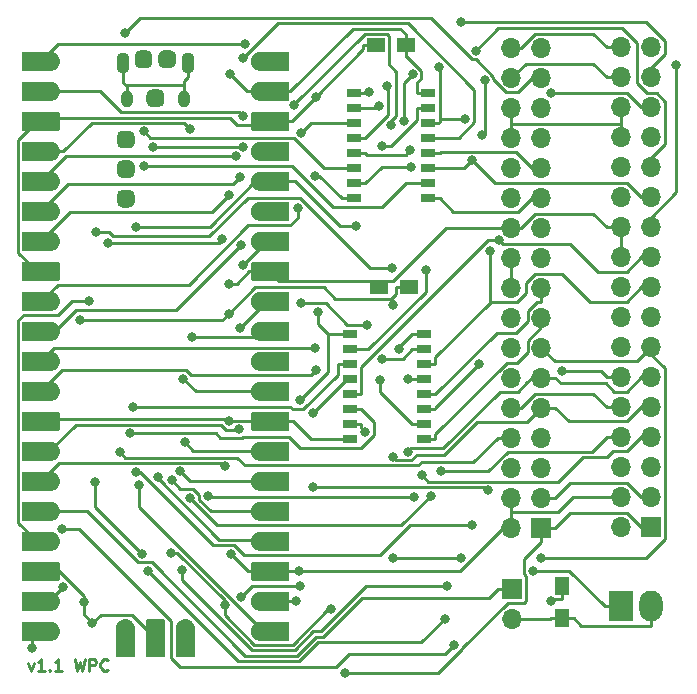
<source format=gtl>
%TF.GenerationSoftware,KiCad,Pcbnew,5.1.10*%
%TF.CreationDate,2021-12-03T13:16:58+01:00*%
%TF.ProjectId,afterglow_pico,61667465-7267-46c6-9f77-5f7069636f2e,rev?*%
%TF.SameCoordinates,Original*%
%TF.FileFunction,Copper,L1,Top*%
%TF.FilePolarity,Positive*%
%FSLAX46Y46*%
G04 Gerber Fmt 4.6, Leading zero omitted, Abs format (unit mm)*
G04 Created by KiCad (PCBNEW 5.1.10) date 2021-12-03 13:16:58*
%MOMM*%
%LPD*%
G01*
G04 APERTURE LIST*
%TA.AperFunction,NonConductor*%
%ADD10C,0.250000*%
%TD*%
%TA.AperFunction,ComponentPad*%
%ADD11O,1.700000X1.700000*%
%TD*%
%TA.AperFunction,ComponentPad*%
%ADD12R,1.700000X1.700000*%
%TD*%
%TA.AperFunction,SMDPad,CuDef*%
%ADD13R,1.300000X1.500000*%
%TD*%
%TA.AperFunction,SMDPad,CuDef*%
%ADD14R,1.300000X0.800000*%
%TD*%
%TA.AperFunction,SMDPad,CuDef*%
%ADD15O,1.050000X1.450000*%
%TD*%
%TA.AperFunction,SMDPad,CuDef*%
%ADD16O,1.100000X1.800000*%
%TD*%
%TA.AperFunction,SMDPad,CuDef*%
%ADD17C,0.100000*%
%TD*%
%TA.AperFunction,ComponentPad*%
%ADD18O,2.000000X2.600000*%
%TD*%
%TA.AperFunction,ComponentPad*%
%ADD19R,2.000000X2.600000*%
%TD*%
%TA.AperFunction,SMDPad,CuDef*%
%ADD20R,1.500000X1.250000*%
%TD*%
%TA.AperFunction,ViaPad*%
%ADD21C,0.800000*%
%TD*%
%TA.AperFunction,Conductor*%
%ADD22C,0.250000*%
%TD*%
G04 APERTURE END LIST*
D10*
X168819047Y-120785714D02*
X169057142Y-121452380D01*
X169295238Y-120785714D01*
X170200000Y-121452380D02*
X169628571Y-121452380D01*
X169914285Y-121452380D02*
X169914285Y-120452380D01*
X169819047Y-120595238D01*
X169723809Y-120690476D01*
X169628571Y-120738095D01*
X170628571Y-121357142D02*
X170676190Y-121404761D01*
X170628571Y-121452380D01*
X170580952Y-121404761D01*
X170628571Y-121357142D01*
X170628571Y-121452380D01*
X171628571Y-121452380D02*
X171057142Y-121452380D01*
X171342857Y-121452380D02*
X171342857Y-120452380D01*
X171247619Y-120595238D01*
X171152380Y-120690476D01*
X171057142Y-120738095D01*
X172723809Y-120452380D02*
X172961904Y-121452380D01*
X173152380Y-120738095D01*
X173342857Y-121452380D01*
X173580952Y-120452380D01*
X173961904Y-121452380D02*
X173961904Y-120452380D01*
X174342857Y-120452380D01*
X174438095Y-120500000D01*
X174485714Y-120547619D01*
X174533333Y-120642857D01*
X174533333Y-120785714D01*
X174485714Y-120880952D01*
X174438095Y-120928571D01*
X174342857Y-120976190D01*
X173961904Y-120976190D01*
X175533333Y-121357142D02*
X175485714Y-121404761D01*
X175342857Y-121452380D01*
X175247619Y-121452380D01*
X175104761Y-121404761D01*
X175009523Y-121309523D01*
X174961904Y-121214285D01*
X174914285Y-121023809D01*
X174914285Y-120880952D01*
X174961904Y-120690476D01*
X175009523Y-120595238D01*
X175104761Y-120500000D01*
X175247619Y-120452380D01*
X175342857Y-120452380D01*
X175485714Y-120500000D01*
X175533333Y-120547619D01*
D11*
%TO.P,TEST,2*%
%TO.N,GND*%
X209750000Y-117040000D03*
D12*
%TO.P,TEST,1*%
%TO.N,Net-(TEST_MODE1-Pad1)*%
X209750000Y-114500000D03*
%TD*%
D13*
%TO.P,PWR,2*%
%TO.N,Net-(PWR_LED1-Pad2)*%
X214000000Y-114300000D03*
%TO.P,PWR,1*%
%TO.N,GND*%
X214000000Y-117000000D03*
%TD*%
D14*
%TO.P,U9,16*%
%TO.N,+5V*%
X202300000Y-92960000D03*
%TO.P,U9,15*%
%TO.N,Net-(R16-Pad2)*%
X202300000Y-94240000D03*
%TO.P,U9,14*%
%TO.N,/D6*%
X202300000Y-95500000D03*
%TO.P,U9,13*%
%TO.N,/D6_PICO*%
X202300000Y-96770000D03*
%TO.P,U9,12*%
%TO.N,/D6_OUT*%
X202300000Y-98050000D03*
%TO.P,U9,11*%
%TO.N,/D7*%
X202300000Y-99320000D03*
%TO.P,U9,10*%
%TO.N,/D7_PICO*%
X202300000Y-100580000D03*
%TO.P,U9,9*%
%TO.N,/D7_OUT*%
X202300000Y-101860000D03*
%TO.P,U9,8*%
%TO.N,GND*%
X196000000Y-101860000D03*
%TO.P,U9,7*%
%TO.N,/D5_OUT*%
X196000000Y-100580000D03*
%TO.P,U9,6*%
%TO.N,/D5_PICO*%
X196000000Y-99320000D03*
%TO.P,U9,5*%
%TO.N,/D5*%
X196000000Y-98050000D03*
%TO.P,U9,4*%
%TO.N,/D4_OUT*%
X196000000Y-96770000D03*
%TO.P,U9,3*%
%TO.N,/D4_PICO*%
X196000000Y-95500000D03*
%TO.P,U9,2*%
%TO.N,/D4*%
X196000000Y-94240000D03*
%TO.P,U9,1*%
%TO.N,/OUT_SEL*%
X196000000Y-92960000D03*
%TD*%
%TO.P,U8,16*%
%TO.N,+5V*%
X202650000Y-72550000D03*
%TO.P,U8,15*%
%TO.N,Net-(R16-Pad2)*%
X202650000Y-73830000D03*
%TO.P,U8,14*%
%TO.N,/D2*%
X202650000Y-75090000D03*
%TO.P,U8,13*%
%TO.N,/D2_PICO*%
X202650000Y-76360000D03*
%TO.P,U8,12*%
%TO.N,/D2_OUT*%
X202650000Y-77640000D03*
%TO.P,U8,11*%
%TO.N,/D3*%
X202650000Y-78910000D03*
%TO.P,U8,10*%
%TO.N,/D3_PICO*%
X202650000Y-80170000D03*
%TO.P,U8,9*%
%TO.N,/D3_OUT*%
X202650000Y-81450000D03*
%TO.P,U8,8*%
%TO.N,GND*%
X196350000Y-81450000D03*
%TO.P,U8,7*%
%TO.N,/D1_OUT*%
X196350000Y-80170000D03*
%TO.P,U8,6*%
%TO.N,/D1_PICO*%
X196350000Y-78910000D03*
%TO.P,U8,5*%
%TO.N,/D1*%
X196350000Y-77640000D03*
%TO.P,U8,4*%
%TO.N,/D0_OUT*%
X196350000Y-76360000D03*
%TO.P,U8,3*%
%TO.N,/D0_PICO*%
X196350000Y-75090000D03*
%TO.P,U8,2*%
%TO.N,/D0*%
X196350000Y-73830000D03*
%TO.P,U8,1*%
%TO.N,/OUT_SEL*%
X196350000Y-72550000D03*
%TD*%
D15*
%TO.P,U5,D*%
%TO.N,Net-(U5-PadA)*%
X181985000Y-73010000D03*
%TO.P,U5,C*%
X177135000Y-73010000D03*
D16*
%TO.P,U5,B*%
X182285000Y-69980000D03*
%TO.P,U5,A*%
X176835000Y-69980000D03*
%TO.P,U5,TP6*%
%TO.N,Net-(U5-PadTP6)*%
%TA.AperFunction,SMDPad,CuDef*%
G36*
G01*
X176310000Y-81780000D02*
X176310000Y-81180000D01*
G75*
G02*
X176760000Y-80730000I450000J0D01*
G01*
X177360000Y-80730000D01*
G75*
G02*
X177810000Y-81180000I0J-450000D01*
G01*
X177810000Y-81780000D01*
G75*
G02*
X177360000Y-82230000I-450000J0D01*
G01*
X176760000Y-82230000D01*
G75*
G02*
X176310000Y-81780000I0J450000D01*
G01*
G37*
%TD.AperFunction*%
%TO.P,U5,TP5*%
%TO.N,Net-(U5-PadTP5)*%
%TA.AperFunction,SMDPad,CuDef*%
G36*
G01*
X176310000Y-79280000D02*
X176310000Y-78680000D01*
G75*
G02*
X176760000Y-78230000I450000J0D01*
G01*
X177360000Y-78230000D01*
G75*
G02*
X177810000Y-78680000I0J-450000D01*
G01*
X177810000Y-79280000D01*
G75*
G02*
X177360000Y-79730000I-450000J0D01*
G01*
X176760000Y-79730000D01*
G75*
G02*
X176310000Y-79280000I0J450000D01*
G01*
G37*
%TD.AperFunction*%
%TO.P,U5,TP4*%
%TO.N,Net-(U5-PadTP4)*%
%TA.AperFunction,SMDPad,CuDef*%
G36*
G01*
X176310000Y-76780000D02*
X176310000Y-76180000D01*
G75*
G02*
X176760000Y-75730000I450000J0D01*
G01*
X177360000Y-75730000D01*
G75*
G02*
X177810000Y-76180000I0J-450000D01*
G01*
X177810000Y-76780000D01*
G75*
G02*
X177360000Y-77230000I-450000J0D01*
G01*
X176760000Y-77230000D01*
G75*
G02*
X176310000Y-76780000I0J450000D01*
G01*
G37*
%TD.AperFunction*%
%TO.P,U5,TP1*%
%TO.N,Net-(U5-PadTP1)*%
%TA.AperFunction,SMDPad,CuDef*%
G36*
G01*
X178810000Y-73280000D02*
X178810000Y-72680000D01*
G75*
G02*
X179260000Y-72230000I450000J0D01*
G01*
X179860000Y-72230000D01*
G75*
G02*
X180310000Y-72680000I0J-450000D01*
G01*
X180310000Y-73280000D01*
G75*
G02*
X179860000Y-73730000I-450000J0D01*
G01*
X179260000Y-73730000D01*
G75*
G02*
X178810000Y-73280000I0J450000D01*
G01*
G37*
%TD.AperFunction*%
%TO.P,U5,TP2*%
%TO.N,Net-(U5-PadTP2)*%
%TA.AperFunction,SMDPad,CuDef*%
G36*
G01*
X179810000Y-69980000D02*
X179810000Y-69380000D01*
G75*
G02*
X180260000Y-68930000I450000J0D01*
G01*
X180860000Y-68930000D01*
G75*
G02*
X181310000Y-69380000I0J-450000D01*
G01*
X181310000Y-69980000D01*
G75*
G02*
X180860000Y-70430000I-450000J0D01*
G01*
X180260000Y-70430000D01*
G75*
G02*
X179810000Y-69980000I0J450000D01*
G01*
G37*
%TD.AperFunction*%
%TO.P,U5,TP3*%
%TO.N,Net-(U5-PadTP3)*%
%TA.AperFunction,SMDPad,CuDef*%
G36*
G01*
X177810000Y-69980000D02*
X177810000Y-69380000D01*
G75*
G02*
X178260000Y-68930000I450000J0D01*
G01*
X178860000Y-68930000D01*
G75*
G02*
X179310000Y-69380000I0J-450000D01*
G01*
X179310000Y-69980000D01*
G75*
G02*
X178860000Y-70430000I-450000J0D01*
G01*
X178260000Y-70430000D01*
G75*
G02*
X177810000Y-69980000I0J450000D01*
G01*
G37*
%TD.AperFunction*%
%TA.AperFunction,SMDPad,CuDef*%
D17*
%TO.P,U5,D3*%
%TO.N,Net-(U5-PadD3)*%
G36*
X182142119Y-117076001D02*
G01*
X182142356Y-117076013D01*
X182184356Y-117079013D01*
X182184724Y-117079053D01*
X182225724Y-117085053D01*
X182225841Y-117085071D01*
X182266841Y-117092071D01*
X182267185Y-117092142D01*
X182308185Y-117102142D01*
X182308437Y-117102211D01*
X182348437Y-117114211D01*
X182348652Y-117114281D01*
X182388652Y-117128281D01*
X182388940Y-117128392D01*
X182426940Y-117144392D01*
X182427140Y-117144481D01*
X182465140Y-117162481D01*
X182465378Y-117162601D01*
X182502378Y-117182601D01*
X182502607Y-117182734D01*
X182538607Y-117204734D01*
X182538883Y-117204915D01*
X182572883Y-117228915D01*
X182573019Y-117229015D01*
X182606019Y-117254015D01*
X182606224Y-117254179D01*
X182638224Y-117281179D01*
X182638416Y-117281349D01*
X182669416Y-117310349D01*
X182669651Y-117310584D01*
X182698651Y-117341584D01*
X182698821Y-117341776D01*
X182725821Y-117373776D01*
X182725985Y-117373981D01*
X182750985Y-117406981D01*
X182751085Y-117407117D01*
X182775085Y-117441117D01*
X182775266Y-117441393D01*
X182797266Y-117477393D01*
X182797399Y-117477622D01*
X182817399Y-117514622D01*
X182817519Y-117514860D01*
X182835519Y-117552860D01*
X182835608Y-117553060D01*
X182851608Y-117591060D01*
X182851719Y-117591348D01*
X182865719Y-117631348D01*
X182865789Y-117631563D01*
X182877789Y-117671563D01*
X182877858Y-117671815D01*
X182887858Y-117712815D01*
X182887929Y-117713159D01*
X182894929Y-117754159D01*
X182894947Y-117754276D01*
X182900947Y-117795276D01*
X182900987Y-117795644D01*
X182903987Y-117837644D01*
X182903999Y-117837881D01*
X182904999Y-117879881D01*
X182905000Y-117880000D01*
X182905000Y-120280000D01*
X182904904Y-120280975D01*
X182904619Y-120281913D01*
X182904157Y-120282778D01*
X182903536Y-120283536D01*
X182902778Y-120284157D01*
X182901913Y-120284619D01*
X182900975Y-120284904D01*
X182900000Y-120285000D01*
X181300000Y-120285000D01*
X181299025Y-120284904D01*
X181298087Y-120284619D01*
X181297222Y-120284157D01*
X181296464Y-120283536D01*
X181295843Y-120282778D01*
X181295381Y-120281913D01*
X181295096Y-120280975D01*
X181295000Y-120280000D01*
X181295000Y-117880000D01*
X181295001Y-117879881D01*
X181296001Y-117837881D01*
X181296013Y-117837644D01*
X181299013Y-117795644D01*
X181299053Y-117795276D01*
X181305053Y-117754276D01*
X181305071Y-117754159D01*
X181312071Y-117713159D01*
X181312142Y-117712815D01*
X181322142Y-117671815D01*
X181322211Y-117671563D01*
X181334211Y-117631563D01*
X181334281Y-117631348D01*
X181348281Y-117591348D01*
X181348392Y-117591060D01*
X181364392Y-117553060D01*
X181364481Y-117552860D01*
X181382481Y-117514860D01*
X181382601Y-117514622D01*
X181402601Y-117477622D01*
X181402734Y-117477393D01*
X181424734Y-117441393D01*
X181424915Y-117441117D01*
X181448915Y-117407117D01*
X181449015Y-117406981D01*
X181474015Y-117373981D01*
X181474179Y-117373776D01*
X181501179Y-117341776D01*
X181501349Y-117341584D01*
X181530349Y-117310584D01*
X181530584Y-117310349D01*
X181561584Y-117281349D01*
X181561776Y-117281179D01*
X181593776Y-117254179D01*
X181593981Y-117254015D01*
X181626981Y-117229015D01*
X181627117Y-117228915D01*
X181661117Y-117204915D01*
X181661393Y-117204734D01*
X181697393Y-117182734D01*
X181697622Y-117182601D01*
X181734622Y-117162601D01*
X181734860Y-117162481D01*
X181772860Y-117144481D01*
X181773060Y-117144392D01*
X181811060Y-117128392D01*
X181811348Y-117128281D01*
X181851348Y-117114281D01*
X181851563Y-117114211D01*
X181891563Y-117102211D01*
X181891815Y-117102142D01*
X181932815Y-117092142D01*
X181933159Y-117092071D01*
X181974159Y-117085071D01*
X181974276Y-117085053D01*
X182015276Y-117079053D01*
X182015644Y-117079013D01*
X182057644Y-117076013D01*
X182057881Y-117076001D01*
X182099881Y-117075001D01*
X182100119Y-117075001D01*
X182142119Y-117076001D01*
G37*
%TD.AperFunction*%
%TA.AperFunction,SMDPad,CuDef*%
%TO.P,U5,23*%
%TO.N,GND*%
G36*
X190850975Y-112225096D02*
G01*
X190851913Y-112225381D01*
X190852778Y-112225843D01*
X190853536Y-112226464D01*
X190854157Y-112227222D01*
X190854619Y-112228087D01*
X190854904Y-112229025D01*
X190855000Y-112230000D01*
X190855000Y-113830000D01*
X190854904Y-113830975D01*
X190854619Y-113831913D01*
X190854157Y-113832778D01*
X190853536Y-113833536D01*
X190852778Y-113834157D01*
X190851913Y-113834619D01*
X190850975Y-113834904D01*
X190850000Y-113835000D01*
X187840000Y-113835000D01*
X187839547Y-113834979D01*
X187828547Y-113833979D01*
X187828502Y-113833975D01*
X187818502Y-113832975D01*
X187818106Y-113832919D01*
X187807106Y-113830919D01*
X187806563Y-113830789D01*
X187776563Y-113821789D01*
X187775969Y-113821569D01*
X187766969Y-113817569D01*
X187766764Y-113817472D01*
X187756764Y-113812472D01*
X187756572Y-113812371D01*
X187738572Y-113802371D01*
X187738226Y-113802160D01*
X187729226Y-113796160D01*
X187728707Y-113795763D01*
X187720845Y-113788884D01*
X187713000Y-113783000D01*
X187712237Y-113782293D01*
X187705456Y-113774544D01*
X187697707Y-113767763D01*
X187697000Y-113767000D01*
X187691116Y-113759155D01*
X187684237Y-113751293D01*
X187683840Y-113750774D01*
X187677840Y-113741774D01*
X187677629Y-113741428D01*
X187667629Y-113723428D01*
X187667528Y-113723236D01*
X187662528Y-113713236D01*
X187662431Y-113713031D01*
X187658431Y-113704031D01*
X187658211Y-113703437D01*
X187649211Y-113673437D01*
X187649081Y-113672894D01*
X187647081Y-113661894D01*
X187647025Y-113661498D01*
X187646025Y-113651498D01*
X187646021Y-113651453D01*
X187645021Y-113640453D01*
X187645000Y-113640000D01*
X187645000Y-112420000D01*
X187645021Y-112419547D01*
X187646021Y-112408547D01*
X187646025Y-112408502D01*
X187647025Y-112398502D01*
X187647081Y-112398106D01*
X187649081Y-112387106D01*
X187649211Y-112386563D01*
X187658211Y-112356563D01*
X187658431Y-112355969D01*
X187662431Y-112346969D01*
X187662528Y-112346764D01*
X187667528Y-112336764D01*
X187667629Y-112336572D01*
X187677629Y-112318572D01*
X187677840Y-112318226D01*
X187683840Y-112309226D01*
X187684237Y-112308707D01*
X187691116Y-112300845D01*
X187697000Y-112293000D01*
X187697707Y-112292237D01*
X187705456Y-112285456D01*
X187712237Y-112277707D01*
X187713000Y-112277000D01*
X187720845Y-112271116D01*
X187728707Y-112264237D01*
X187729226Y-112263840D01*
X187738226Y-112257840D01*
X187738572Y-112257629D01*
X187756572Y-112247629D01*
X187756764Y-112247528D01*
X187766764Y-112242528D01*
X187766969Y-112242431D01*
X187775969Y-112238431D01*
X187776563Y-112238211D01*
X187806563Y-112229211D01*
X187807106Y-112229081D01*
X187818106Y-112227081D01*
X187818502Y-112227025D01*
X187828502Y-112226025D01*
X187828547Y-112226021D01*
X187839547Y-112225021D01*
X187840000Y-112225000D01*
X190850000Y-112225000D01*
X190850975Y-112225096D01*
G37*
%TD.AperFunction*%
%TA.AperFunction,SMDPad,CuDef*%
%TO.P,U5,28*%
G36*
X190850975Y-99525096D02*
G01*
X190851913Y-99525381D01*
X190852778Y-99525843D01*
X190853536Y-99526464D01*
X190854157Y-99527222D01*
X190854619Y-99528087D01*
X190854904Y-99529025D01*
X190855000Y-99530000D01*
X190855000Y-101130000D01*
X190854904Y-101130975D01*
X190854619Y-101131913D01*
X190854157Y-101132778D01*
X190853536Y-101133536D01*
X190852778Y-101134157D01*
X190851913Y-101134619D01*
X190850975Y-101134904D01*
X190850000Y-101135000D01*
X187840000Y-101135000D01*
X187839547Y-101134979D01*
X187828547Y-101133979D01*
X187828502Y-101133975D01*
X187818502Y-101132975D01*
X187818106Y-101132919D01*
X187807106Y-101130919D01*
X187806563Y-101130789D01*
X187776563Y-101121789D01*
X187775969Y-101121569D01*
X187766969Y-101117569D01*
X187766764Y-101117472D01*
X187756764Y-101112472D01*
X187756572Y-101112371D01*
X187738572Y-101102371D01*
X187738226Y-101102160D01*
X187729226Y-101096160D01*
X187728707Y-101095763D01*
X187720845Y-101088884D01*
X187713000Y-101083000D01*
X187712237Y-101082293D01*
X187705456Y-101074544D01*
X187697707Y-101067763D01*
X187697000Y-101067000D01*
X187691116Y-101059155D01*
X187684237Y-101051293D01*
X187683840Y-101050774D01*
X187677840Y-101041774D01*
X187677629Y-101041428D01*
X187667629Y-101023428D01*
X187667528Y-101023236D01*
X187662528Y-101013236D01*
X187662431Y-101013031D01*
X187658431Y-101004031D01*
X187658211Y-101003437D01*
X187649211Y-100973437D01*
X187649081Y-100972894D01*
X187647081Y-100961894D01*
X187647025Y-100961498D01*
X187646025Y-100951498D01*
X187646021Y-100951453D01*
X187645021Y-100940453D01*
X187645000Y-100940000D01*
X187645000Y-99720000D01*
X187645021Y-99719547D01*
X187646021Y-99708547D01*
X187646025Y-99708502D01*
X187647025Y-99698502D01*
X187647081Y-99698106D01*
X187649081Y-99687106D01*
X187649211Y-99686563D01*
X187658211Y-99656563D01*
X187658431Y-99655969D01*
X187662431Y-99646969D01*
X187662528Y-99646764D01*
X187667528Y-99636764D01*
X187667629Y-99636572D01*
X187677629Y-99618572D01*
X187677840Y-99618226D01*
X187683840Y-99609226D01*
X187684237Y-99608707D01*
X187691116Y-99600845D01*
X187697000Y-99593000D01*
X187697707Y-99592237D01*
X187705456Y-99585456D01*
X187712237Y-99577707D01*
X187713000Y-99577000D01*
X187720845Y-99571116D01*
X187728707Y-99564237D01*
X187729226Y-99563840D01*
X187738226Y-99557840D01*
X187738572Y-99557629D01*
X187756572Y-99547629D01*
X187756764Y-99547528D01*
X187766764Y-99542528D01*
X187766969Y-99542431D01*
X187775969Y-99538431D01*
X187776563Y-99538211D01*
X187806563Y-99529211D01*
X187807106Y-99529081D01*
X187818106Y-99527081D01*
X187818502Y-99527025D01*
X187828502Y-99526025D01*
X187828547Y-99526021D01*
X187839547Y-99525021D01*
X187840000Y-99525000D01*
X190850000Y-99525000D01*
X190850975Y-99525096D01*
G37*
%TD.AperFunction*%
%TA.AperFunction,SMDPad,CuDef*%
%TO.P,U5,33*%
G36*
X190850975Y-86825096D02*
G01*
X190851913Y-86825381D01*
X190852778Y-86825843D01*
X190853536Y-86826464D01*
X190854157Y-86827222D01*
X190854619Y-86828087D01*
X190854904Y-86829025D01*
X190855000Y-86830000D01*
X190855000Y-88430000D01*
X190854904Y-88430975D01*
X190854619Y-88431913D01*
X190854157Y-88432778D01*
X190853536Y-88433536D01*
X190852778Y-88434157D01*
X190851913Y-88434619D01*
X190850975Y-88434904D01*
X190850000Y-88435000D01*
X187840000Y-88435000D01*
X187839547Y-88434979D01*
X187828547Y-88433979D01*
X187828502Y-88433975D01*
X187818502Y-88432975D01*
X187818106Y-88432919D01*
X187807106Y-88430919D01*
X187806563Y-88430789D01*
X187776563Y-88421789D01*
X187775969Y-88421569D01*
X187766969Y-88417569D01*
X187766764Y-88417472D01*
X187756764Y-88412472D01*
X187756572Y-88412371D01*
X187738572Y-88402371D01*
X187738226Y-88402160D01*
X187729226Y-88396160D01*
X187728707Y-88395763D01*
X187720845Y-88388884D01*
X187713000Y-88383000D01*
X187712237Y-88382293D01*
X187705456Y-88374544D01*
X187697707Y-88367763D01*
X187697000Y-88367000D01*
X187691116Y-88359155D01*
X187684237Y-88351293D01*
X187683840Y-88350774D01*
X187677840Y-88341774D01*
X187677629Y-88341428D01*
X187667629Y-88323428D01*
X187667528Y-88323236D01*
X187662528Y-88313236D01*
X187662431Y-88313031D01*
X187658431Y-88304031D01*
X187658211Y-88303437D01*
X187649211Y-88273437D01*
X187649081Y-88272894D01*
X187647081Y-88261894D01*
X187647025Y-88261498D01*
X187646025Y-88251498D01*
X187646021Y-88251453D01*
X187645021Y-88240453D01*
X187645000Y-88240000D01*
X187645000Y-87020000D01*
X187645021Y-87019547D01*
X187646021Y-87008547D01*
X187646025Y-87008502D01*
X187647025Y-86998502D01*
X187647081Y-86998106D01*
X187649081Y-86987106D01*
X187649211Y-86986563D01*
X187658211Y-86956563D01*
X187658431Y-86955969D01*
X187662431Y-86946969D01*
X187662528Y-86946764D01*
X187667528Y-86936764D01*
X187667629Y-86936572D01*
X187677629Y-86918572D01*
X187677840Y-86918226D01*
X187683840Y-86909226D01*
X187684237Y-86908707D01*
X187691116Y-86900845D01*
X187697000Y-86893000D01*
X187697707Y-86892237D01*
X187705456Y-86885456D01*
X187712237Y-86877707D01*
X187713000Y-86877000D01*
X187720845Y-86871116D01*
X187728707Y-86864237D01*
X187729226Y-86863840D01*
X187738226Y-86857840D01*
X187738572Y-86857629D01*
X187756572Y-86847629D01*
X187756764Y-86847528D01*
X187766764Y-86842528D01*
X187766969Y-86842431D01*
X187775969Y-86838431D01*
X187776563Y-86838211D01*
X187806563Y-86829211D01*
X187807106Y-86829081D01*
X187818106Y-86827081D01*
X187818502Y-86827025D01*
X187828502Y-86826025D01*
X187828547Y-86826021D01*
X187839547Y-86825021D01*
X187840000Y-86825000D01*
X190850000Y-86825000D01*
X190850975Y-86825096D01*
G37*
%TD.AperFunction*%
%TA.AperFunction,SMDPad,CuDef*%
%TO.P,U5,21*%
%TO.N,Net-(U5-Pad21)*%
G36*
X190850975Y-117305096D02*
G01*
X190851913Y-117305381D01*
X190852778Y-117305843D01*
X190853536Y-117306464D01*
X190854157Y-117307222D01*
X190854619Y-117308087D01*
X190854904Y-117309025D01*
X190855000Y-117310000D01*
X190855000Y-118910000D01*
X190854904Y-118910975D01*
X190854619Y-118911913D01*
X190854157Y-118912778D01*
X190853536Y-118913536D01*
X190852778Y-118914157D01*
X190851913Y-118914619D01*
X190850975Y-118914904D01*
X190850000Y-118915000D01*
X188450000Y-118915000D01*
X188449881Y-118914999D01*
X188407881Y-118913999D01*
X188407644Y-118913987D01*
X188365644Y-118910987D01*
X188365276Y-118910947D01*
X188324276Y-118904947D01*
X188324159Y-118904929D01*
X188283159Y-118897929D01*
X188282815Y-118897858D01*
X188241815Y-118887858D01*
X188241563Y-118887789D01*
X188201563Y-118875789D01*
X188201348Y-118875719D01*
X188161348Y-118861719D01*
X188161060Y-118861608D01*
X188123060Y-118845608D01*
X188122860Y-118845519D01*
X188084860Y-118827519D01*
X188084622Y-118827399D01*
X188047622Y-118807399D01*
X188047393Y-118807266D01*
X188011393Y-118785266D01*
X188011117Y-118785085D01*
X187977117Y-118761085D01*
X187976981Y-118760985D01*
X187943981Y-118735985D01*
X187943776Y-118735821D01*
X187911776Y-118708821D01*
X187911584Y-118708651D01*
X187880584Y-118679651D01*
X187880349Y-118679416D01*
X187851349Y-118648416D01*
X187851179Y-118648224D01*
X187824179Y-118616224D01*
X187824015Y-118616019D01*
X187799015Y-118583019D01*
X187798915Y-118582883D01*
X187774915Y-118548883D01*
X187774734Y-118548607D01*
X187752734Y-118512607D01*
X187752601Y-118512378D01*
X187732601Y-118475378D01*
X187732481Y-118475140D01*
X187714481Y-118437140D01*
X187714392Y-118436940D01*
X187698392Y-118398940D01*
X187698281Y-118398652D01*
X187684281Y-118358652D01*
X187684211Y-118358437D01*
X187672211Y-118318437D01*
X187672142Y-118318185D01*
X187662142Y-118277185D01*
X187662071Y-118276841D01*
X187655071Y-118235841D01*
X187655053Y-118235724D01*
X187649053Y-118194724D01*
X187649013Y-118194356D01*
X187646013Y-118152356D01*
X187646001Y-118152119D01*
X187645001Y-118110119D01*
X187645001Y-118109881D01*
X187646001Y-118067881D01*
X187646013Y-118067644D01*
X187649013Y-118025644D01*
X187649053Y-118025276D01*
X187655053Y-117984276D01*
X187655071Y-117984159D01*
X187662071Y-117943159D01*
X187662142Y-117942815D01*
X187672142Y-117901815D01*
X187672211Y-117901563D01*
X187684211Y-117861563D01*
X187684281Y-117861348D01*
X187698281Y-117821348D01*
X187698392Y-117821060D01*
X187714392Y-117783060D01*
X187714481Y-117782860D01*
X187732481Y-117744860D01*
X187732601Y-117744622D01*
X187752601Y-117707622D01*
X187752734Y-117707393D01*
X187774734Y-117671393D01*
X187774915Y-117671117D01*
X187798915Y-117637117D01*
X187799015Y-117636981D01*
X187824015Y-117603981D01*
X187824179Y-117603776D01*
X187851179Y-117571776D01*
X187851349Y-117571584D01*
X187880349Y-117540584D01*
X187880584Y-117540349D01*
X187911584Y-117511349D01*
X187911776Y-117511179D01*
X187943776Y-117484179D01*
X187943981Y-117484015D01*
X187976981Y-117459015D01*
X187977117Y-117458915D01*
X188011117Y-117434915D01*
X188011393Y-117434734D01*
X188047393Y-117412734D01*
X188047622Y-117412601D01*
X188084622Y-117392601D01*
X188084860Y-117392481D01*
X188122860Y-117374481D01*
X188123060Y-117374392D01*
X188161060Y-117358392D01*
X188161348Y-117358281D01*
X188201348Y-117344281D01*
X188201563Y-117344211D01*
X188241563Y-117332211D01*
X188241815Y-117332142D01*
X188282815Y-117322142D01*
X188283159Y-117322071D01*
X188324159Y-117315071D01*
X188324276Y-117315053D01*
X188365276Y-117309053D01*
X188365644Y-117309013D01*
X188407644Y-117306013D01*
X188407881Y-117306001D01*
X188449881Y-117305001D01*
X188450000Y-117305000D01*
X190850000Y-117305000D01*
X190850975Y-117305096D01*
G37*
%TD.AperFunction*%
%TA.AperFunction,SMDPad,CuDef*%
%TO.P,U5,22*%
%TO.N,Net-(U5-Pad22)*%
G36*
X190850975Y-114765096D02*
G01*
X190851913Y-114765381D01*
X190852778Y-114765843D01*
X190853536Y-114766464D01*
X190854157Y-114767222D01*
X190854619Y-114768087D01*
X190854904Y-114769025D01*
X190855000Y-114770000D01*
X190855000Y-116370000D01*
X190854904Y-116370975D01*
X190854619Y-116371913D01*
X190854157Y-116372778D01*
X190853536Y-116373536D01*
X190852778Y-116374157D01*
X190851913Y-116374619D01*
X190850975Y-116374904D01*
X190850000Y-116375000D01*
X188450000Y-116375000D01*
X188449881Y-116374999D01*
X188407881Y-116373999D01*
X188407644Y-116373987D01*
X188365644Y-116370987D01*
X188365276Y-116370947D01*
X188324276Y-116364947D01*
X188324159Y-116364929D01*
X188283159Y-116357929D01*
X188282815Y-116357858D01*
X188241815Y-116347858D01*
X188241563Y-116347789D01*
X188201563Y-116335789D01*
X188201348Y-116335719D01*
X188161348Y-116321719D01*
X188161060Y-116321608D01*
X188123060Y-116305608D01*
X188122860Y-116305519D01*
X188084860Y-116287519D01*
X188084622Y-116287399D01*
X188047622Y-116267399D01*
X188047393Y-116267266D01*
X188011393Y-116245266D01*
X188011117Y-116245085D01*
X187977117Y-116221085D01*
X187976981Y-116220985D01*
X187943981Y-116195985D01*
X187943776Y-116195821D01*
X187911776Y-116168821D01*
X187911584Y-116168651D01*
X187880584Y-116139651D01*
X187880349Y-116139416D01*
X187851349Y-116108416D01*
X187851179Y-116108224D01*
X187824179Y-116076224D01*
X187824015Y-116076019D01*
X187799015Y-116043019D01*
X187798915Y-116042883D01*
X187774915Y-116008883D01*
X187774734Y-116008607D01*
X187752734Y-115972607D01*
X187752601Y-115972378D01*
X187732601Y-115935378D01*
X187732481Y-115935140D01*
X187714481Y-115897140D01*
X187714392Y-115896940D01*
X187698392Y-115858940D01*
X187698281Y-115858652D01*
X187684281Y-115818652D01*
X187684211Y-115818437D01*
X187672211Y-115778437D01*
X187672142Y-115778185D01*
X187662142Y-115737185D01*
X187662071Y-115736841D01*
X187655071Y-115695841D01*
X187655053Y-115695724D01*
X187649053Y-115654724D01*
X187649013Y-115654356D01*
X187646013Y-115612356D01*
X187646001Y-115612119D01*
X187645001Y-115570119D01*
X187645001Y-115569881D01*
X187646001Y-115527881D01*
X187646013Y-115527644D01*
X187649013Y-115485644D01*
X187649053Y-115485276D01*
X187655053Y-115444276D01*
X187655071Y-115444159D01*
X187662071Y-115403159D01*
X187662142Y-115402815D01*
X187672142Y-115361815D01*
X187672211Y-115361563D01*
X187684211Y-115321563D01*
X187684281Y-115321348D01*
X187698281Y-115281348D01*
X187698392Y-115281060D01*
X187714392Y-115243060D01*
X187714481Y-115242860D01*
X187732481Y-115204860D01*
X187732601Y-115204622D01*
X187752601Y-115167622D01*
X187752734Y-115167393D01*
X187774734Y-115131393D01*
X187774915Y-115131117D01*
X187798915Y-115097117D01*
X187799015Y-115096981D01*
X187824015Y-115063981D01*
X187824179Y-115063776D01*
X187851179Y-115031776D01*
X187851349Y-115031584D01*
X187880349Y-115000584D01*
X187880584Y-115000349D01*
X187911584Y-114971349D01*
X187911776Y-114971179D01*
X187943776Y-114944179D01*
X187943981Y-114944015D01*
X187976981Y-114919015D01*
X187977117Y-114918915D01*
X188011117Y-114894915D01*
X188011393Y-114894734D01*
X188047393Y-114872734D01*
X188047622Y-114872601D01*
X188084622Y-114852601D01*
X188084860Y-114852481D01*
X188122860Y-114834481D01*
X188123060Y-114834392D01*
X188161060Y-114818392D01*
X188161348Y-114818281D01*
X188201348Y-114804281D01*
X188201563Y-114804211D01*
X188241563Y-114792211D01*
X188241815Y-114792142D01*
X188282815Y-114782142D01*
X188283159Y-114782071D01*
X188324159Y-114775071D01*
X188324276Y-114775053D01*
X188365276Y-114769053D01*
X188365644Y-114769013D01*
X188407644Y-114766013D01*
X188407881Y-114766001D01*
X188449881Y-114765001D01*
X188450000Y-114765000D01*
X190850000Y-114765000D01*
X190850975Y-114765096D01*
G37*
%TD.AperFunction*%
%TA.AperFunction,SMDPad,CuDef*%
%TO.P,U5,24*%
%TO.N,Net-(U5-Pad24)*%
G36*
X190850975Y-109685096D02*
G01*
X190851913Y-109685381D01*
X190852778Y-109685843D01*
X190853536Y-109686464D01*
X190854157Y-109687222D01*
X190854619Y-109688087D01*
X190854904Y-109689025D01*
X190855000Y-109690000D01*
X190855000Y-111290000D01*
X190854904Y-111290975D01*
X190854619Y-111291913D01*
X190854157Y-111292778D01*
X190853536Y-111293536D01*
X190852778Y-111294157D01*
X190851913Y-111294619D01*
X190850975Y-111294904D01*
X190850000Y-111295000D01*
X188450000Y-111295000D01*
X188449881Y-111294999D01*
X188407881Y-111293999D01*
X188407644Y-111293987D01*
X188365644Y-111290987D01*
X188365276Y-111290947D01*
X188324276Y-111284947D01*
X188324159Y-111284929D01*
X188283159Y-111277929D01*
X188282815Y-111277858D01*
X188241815Y-111267858D01*
X188241563Y-111267789D01*
X188201563Y-111255789D01*
X188201348Y-111255719D01*
X188161348Y-111241719D01*
X188161060Y-111241608D01*
X188123060Y-111225608D01*
X188122860Y-111225519D01*
X188084860Y-111207519D01*
X188084622Y-111207399D01*
X188047622Y-111187399D01*
X188047393Y-111187266D01*
X188011393Y-111165266D01*
X188011117Y-111165085D01*
X187977117Y-111141085D01*
X187976981Y-111140985D01*
X187943981Y-111115985D01*
X187943776Y-111115821D01*
X187911776Y-111088821D01*
X187911584Y-111088651D01*
X187880584Y-111059651D01*
X187880349Y-111059416D01*
X187851349Y-111028416D01*
X187851179Y-111028224D01*
X187824179Y-110996224D01*
X187824015Y-110996019D01*
X187799015Y-110963019D01*
X187798915Y-110962883D01*
X187774915Y-110928883D01*
X187774734Y-110928607D01*
X187752734Y-110892607D01*
X187752601Y-110892378D01*
X187732601Y-110855378D01*
X187732481Y-110855140D01*
X187714481Y-110817140D01*
X187714392Y-110816940D01*
X187698392Y-110778940D01*
X187698281Y-110778652D01*
X187684281Y-110738652D01*
X187684211Y-110738437D01*
X187672211Y-110698437D01*
X187672142Y-110698185D01*
X187662142Y-110657185D01*
X187662071Y-110656841D01*
X187655071Y-110615841D01*
X187655053Y-110615724D01*
X187649053Y-110574724D01*
X187649013Y-110574356D01*
X187646013Y-110532356D01*
X187646001Y-110532119D01*
X187645001Y-110490119D01*
X187645001Y-110489881D01*
X187646001Y-110447881D01*
X187646013Y-110447644D01*
X187649013Y-110405644D01*
X187649053Y-110405276D01*
X187655053Y-110364276D01*
X187655071Y-110364159D01*
X187662071Y-110323159D01*
X187662142Y-110322815D01*
X187672142Y-110281815D01*
X187672211Y-110281563D01*
X187684211Y-110241563D01*
X187684281Y-110241348D01*
X187698281Y-110201348D01*
X187698392Y-110201060D01*
X187714392Y-110163060D01*
X187714481Y-110162860D01*
X187732481Y-110124860D01*
X187732601Y-110124622D01*
X187752601Y-110087622D01*
X187752734Y-110087393D01*
X187774734Y-110051393D01*
X187774915Y-110051117D01*
X187798915Y-110017117D01*
X187799015Y-110016981D01*
X187824015Y-109983981D01*
X187824179Y-109983776D01*
X187851179Y-109951776D01*
X187851349Y-109951584D01*
X187880349Y-109920584D01*
X187880584Y-109920349D01*
X187911584Y-109891349D01*
X187911776Y-109891179D01*
X187943776Y-109864179D01*
X187943981Y-109864015D01*
X187976981Y-109839015D01*
X187977117Y-109838915D01*
X188011117Y-109814915D01*
X188011393Y-109814734D01*
X188047393Y-109792734D01*
X188047622Y-109792601D01*
X188084622Y-109772601D01*
X188084860Y-109772481D01*
X188122860Y-109754481D01*
X188123060Y-109754392D01*
X188161060Y-109738392D01*
X188161348Y-109738281D01*
X188201348Y-109724281D01*
X188201563Y-109724211D01*
X188241563Y-109712211D01*
X188241815Y-109712142D01*
X188282815Y-109702142D01*
X188283159Y-109702071D01*
X188324159Y-109695071D01*
X188324276Y-109695053D01*
X188365276Y-109689053D01*
X188365644Y-109689013D01*
X188407644Y-109686013D01*
X188407881Y-109686001D01*
X188449881Y-109685001D01*
X188450000Y-109685000D01*
X190850000Y-109685000D01*
X190850975Y-109685096D01*
G37*
%TD.AperFunction*%
%TA.AperFunction,SMDPad,CuDef*%
%TO.P,U5,25*%
%TO.N,Net-(U5-Pad25)*%
G36*
X190850975Y-107145096D02*
G01*
X190851913Y-107145381D01*
X190852778Y-107145843D01*
X190853536Y-107146464D01*
X190854157Y-107147222D01*
X190854619Y-107148087D01*
X190854904Y-107149025D01*
X190855000Y-107150000D01*
X190855000Y-108750000D01*
X190854904Y-108750975D01*
X190854619Y-108751913D01*
X190854157Y-108752778D01*
X190853536Y-108753536D01*
X190852778Y-108754157D01*
X190851913Y-108754619D01*
X190850975Y-108754904D01*
X190850000Y-108755000D01*
X188450000Y-108755000D01*
X188449881Y-108754999D01*
X188407881Y-108753999D01*
X188407644Y-108753987D01*
X188365644Y-108750987D01*
X188365276Y-108750947D01*
X188324276Y-108744947D01*
X188324159Y-108744929D01*
X188283159Y-108737929D01*
X188282815Y-108737858D01*
X188241815Y-108727858D01*
X188241563Y-108727789D01*
X188201563Y-108715789D01*
X188201348Y-108715719D01*
X188161348Y-108701719D01*
X188161060Y-108701608D01*
X188123060Y-108685608D01*
X188122860Y-108685519D01*
X188084860Y-108667519D01*
X188084622Y-108667399D01*
X188047622Y-108647399D01*
X188047393Y-108647266D01*
X188011393Y-108625266D01*
X188011117Y-108625085D01*
X187977117Y-108601085D01*
X187976981Y-108600985D01*
X187943981Y-108575985D01*
X187943776Y-108575821D01*
X187911776Y-108548821D01*
X187911584Y-108548651D01*
X187880584Y-108519651D01*
X187880349Y-108519416D01*
X187851349Y-108488416D01*
X187851179Y-108488224D01*
X187824179Y-108456224D01*
X187824015Y-108456019D01*
X187799015Y-108423019D01*
X187798915Y-108422883D01*
X187774915Y-108388883D01*
X187774734Y-108388607D01*
X187752734Y-108352607D01*
X187752601Y-108352378D01*
X187732601Y-108315378D01*
X187732481Y-108315140D01*
X187714481Y-108277140D01*
X187714392Y-108276940D01*
X187698392Y-108238940D01*
X187698281Y-108238652D01*
X187684281Y-108198652D01*
X187684211Y-108198437D01*
X187672211Y-108158437D01*
X187672142Y-108158185D01*
X187662142Y-108117185D01*
X187662071Y-108116841D01*
X187655071Y-108075841D01*
X187655053Y-108075724D01*
X187649053Y-108034724D01*
X187649013Y-108034356D01*
X187646013Y-107992356D01*
X187646001Y-107992119D01*
X187645001Y-107950119D01*
X187645001Y-107949881D01*
X187646001Y-107907881D01*
X187646013Y-107907644D01*
X187649013Y-107865644D01*
X187649053Y-107865276D01*
X187655053Y-107824276D01*
X187655071Y-107824159D01*
X187662071Y-107783159D01*
X187662142Y-107782815D01*
X187672142Y-107741815D01*
X187672211Y-107741563D01*
X187684211Y-107701563D01*
X187684281Y-107701348D01*
X187698281Y-107661348D01*
X187698392Y-107661060D01*
X187714392Y-107623060D01*
X187714481Y-107622860D01*
X187732481Y-107584860D01*
X187732601Y-107584622D01*
X187752601Y-107547622D01*
X187752734Y-107547393D01*
X187774734Y-107511393D01*
X187774915Y-107511117D01*
X187798915Y-107477117D01*
X187799015Y-107476981D01*
X187824015Y-107443981D01*
X187824179Y-107443776D01*
X187851179Y-107411776D01*
X187851349Y-107411584D01*
X187880349Y-107380584D01*
X187880584Y-107380349D01*
X187911584Y-107351349D01*
X187911776Y-107351179D01*
X187943776Y-107324179D01*
X187943981Y-107324015D01*
X187976981Y-107299015D01*
X187977117Y-107298915D01*
X188011117Y-107274915D01*
X188011393Y-107274734D01*
X188047393Y-107252734D01*
X188047622Y-107252601D01*
X188084622Y-107232601D01*
X188084860Y-107232481D01*
X188122860Y-107214481D01*
X188123060Y-107214392D01*
X188161060Y-107198392D01*
X188161348Y-107198281D01*
X188201348Y-107184281D01*
X188201563Y-107184211D01*
X188241563Y-107172211D01*
X188241815Y-107172142D01*
X188282815Y-107162142D01*
X188283159Y-107162071D01*
X188324159Y-107155071D01*
X188324276Y-107155053D01*
X188365276Y-107149053D01*
X188365644Y-107149013D01*
X188407644Y-107146013D01*
X188407881Y-107146001D01*
X188449881Y-107145001D01*
X188450000Y-107145000D01*
X190850000Y-107145000D01*
X190850975Y-107145096D01*
G37*
%TD.AperFunction*%
%TA.AperFunction,SMDPad,CuDef*%
%TO.P,U5,26*%
%TO.N,Net-(U5-Pad26)*%
G36*
X190850975Y-104605096D02*
G01*
X190851913Y-104605381D01*
X190852778Y-104605843D01*
X190853536Y-104606464D01*
X190854157Y-104607222D01*
X190854619Y-104608087D01*
X190854904Y-104609025D01*
X190855000Y-104610000D01*
X190855000Y-106210000D01*
X190854904Y-106210975D01*
X190854619Y-106211913D01*
X190854157Y-106212778D01*
X190853536Y-106213536D01*
X190852778Y-106214157D01*
X190851913Y-106214619D01*
X190850975Y-106214904D01*
X190850000Y-106215000D01*
X188450000Y-106215000D01*
X188449881Y-106214999D01*
X188407881Y-106213999D01*
X188407644Y-106213987D01*
X188365644Y-106210987D01*
X188365276Y-106210947D01*
X188324276Y-106204947D01*
X188324159Y-106204929D01*
X188283159Y-106197929D01*
X188282815Y-106197858D01*
X188241815Y-106187858D01*
X188241563Y-106187789D01*
X188201563Y-106175789D01*
X188201348Y-106175719D01*
X188161348Y-106161719D01*
X188161060Y-106161608D01*
X188123060Y-106145608D01*
X188122860Y-106145519D01*
X188084860Y-106127519D01*
X188084622Y-106127399D01*
X188047622Y-106107399D01*
X188047393Y-106107266D01*
X188011393Y-106085266D01*
X188011117Y-106085085D01*
X187977117Y-106061085D01*
X187976981Y-106060985D01*
X187943981Y-106035985D01*
X187943776Y-106035821D01*
X187911776Y-106008821D01*
X187911584Y-106008651D01*
X187880584Y-105979651D01*
X187880349Y-105979416D01*
X187851349Y-105948416D01*
X187851179Y-105948224D01*
X187824179Y-105916224D01*
X187824015Y-105916019D01*
X187799015Y-105883019D01*
X187798915Y-105882883D01*
X187774915Y-105848883D01*
X187774734Y-105848607D01*
X187752734Y-105812607D01*
X187752601Y-105812378D01*
X187732601Y-105775378D01*
X187732481Y-105775140D01*
X187714481Y-105737140D01*
X187714392Y-105736940D01*
X187698392Y-105698940D01*
X187698281Y-105698652D01*
X187684281Y-105658652D01*
X187684211Y-105658437D01*
X187672211Y-105618437D01*
X187672142Y-105618185D01*
X187662142Y-105577185D01*
X187662071Y-105576841D01*
X187655071Y-105535841D01*
X187655053Y-105535724D01*
X187649053Y-105494724D01*
X187649013Y-105494356D01*
X187646013Y-105452356D01*
X187646001Y-105452119D01*
X187645001Y-105410119D01*
X187645001Y-105409881D01*
X187646001Y-105367881D01*
X187646013Y-105367644D01*
X187649013Y-105325644D01*
X187649053Y-105325276D01*
X187655053Y-105284276D01*
X187655071Y-105284159D01*
X187662071Y-105243159D01*
X187662142Y-105242815D01*
X187672142Y-105201815D01*
X187672211Y-105201563D01*
X187684211Y-105161563D01*
X187684281Y-105161348D01*
X187698281Y-105121348D01*
X187698392Y-105121060D01*
X187714392Y-105083060D01*
X187714481Y-105082860D01*
X187732481Y-105044860D01*
X187732601Y-105044622D01*
X187752601Y-105007622D01*
X187752734Y-105007393D01*
X187774734Y-104971393D01*
X187774915Y-104971117D01*
X187798915Y-104937117D01*
X187799015Y-104936981D01*
X187824015Y-104903981D01*
X187824179Y-104903776D01*
X187851179Y-104871776D01*
X187851349Y-104871584D01*
X187880349Y-104840584D01*
X187880584Y-104840349D01*
X187911584Y-104811349D01*
X187911776Y-104811179D01*
X187943776Y-104784179D01*
X187943981Y-104784015D01*
X187976981Y-104759015D01*
X187977117Y-104758915D01*
X188011117Y-104734915D01*
X188011393Y-104734734D01*
X188047393Y-104712734D01*
X188047622Y-104712601D01*
X188084622Y-104692601D01*
X188084860Y-104692481D01*
X188122860Y-104674481D01*
X188123060Y-104674392D01*
X188161060Y-104658392D01*
X188161348Y-104658281D01*
X188201348Y-104644281D01*
X188201563Y-104644211D01*
X188241563Y-104632211D01*
X188241815Y-104632142D01*
X188282815Y-104622142D01*
X188283159Y-104622071D01*
X188324159Y-104615071D01*
X188324276Y-104615053D01*
X188365276Y-104609053D01*
X188365644Y-104609013D01*
X188407644Y-104606013D01*
X188407881Y-104606001D01*
X188449881Y-104605001D01*
X188450000Y-104605000D01*
X190850000Y-104605000D01*
X190850975Y-104605096D01*
G37*
%TD.AperFunction*%
%TA.AperFunction,SMDPad,CuDef*%
%TO.P,U5,27*%
%TO.N,Net-(U5-Pad27)*%
G36*
X190850975Y-102065096D02*
G01*
X190851913Y-102065381D01*
X190852778Y-102065843D01*
X190853536Y-102066464D01*
X190854157Y-102067222D01*
X190854619Y-102068087D01*
X190854904Y-102069025D01*
X190855000Y-102070000D01*
X190855000Y-103670000D01*
X190854904Y-103670975D01*
X190854619Y-103671913D01*
X190854157Y-103672778D01*
X190853536Y-103673536D01*
X190852778Y-103674157D01*
X190851913Y-103674619D01*
X190850975Y-103674904D01*
X190850000Y-103675000D01*
X188450000Y-103675000D01*
X188449881Y-103674999D01*
X188407881Y-103673999D01*
X188407644Y-103673987D01*
X188365644Y-103670987D01*
X188365276Y-103670947D01*
X188324276Y-103664947D01*
X188324159Y-103664929D01*
X188283159Y-103657929D01*
X188282815Y-103657858D01*
X188241815Y-103647858D01*
X188241563Y-103647789D01*
X188201563Y-103635789D01*
X188201348Y-103635719D01*
X188161348Y-103621719D01*
X188161060Y-103621608D01*
X188123060Y-103605608D01*
X188122860Y-103605519D01*
X188084860Y-103587519D01*
X188084622Y-103587399D01*
X188047622Y-103567399D01*
X188047393Y-103567266D01*
X188011393Y-103545266D01*
X188011117Y-103545085D01*
X187977117Y-103521085D01*
X187976981Y-103520985D01*
X187943981Y-103495985D01*
X187943776Y-103495821D01*
X187911776Y-103468821D01*
X187911584Y-103468651D01*
X187880584Y-103439651D01*
X187880349Y-103439416D01*
X187851349Y-103408416D01*
X187851179Y-103408224D01*
X187824179Y-103376224D01*
X187824015Y-103376019D01*
X187799015Y-103343019D01*
X187798915Y-103342883D01*
X187774915Y-103308883D01*
X187774734Y-103308607D01*
X187752734Y-103272607D01*
X187752601Y-103272378D01*
X187732601Y-103235378D01*
X187732481Y-103235140D01*
X187714481Y-103197140D01*
X187714392Y-103196940D01*
X187698392Y-103158940D01*
X187698281Y-103158652D01*
X187684281Y-103118652D01*
X187684211Y-103118437D01*
X187672211Y-103078437D01*
X187672142Y-103078185D01*
X187662142Y-103037185D01*
X187662071Y-103036841D01*
X187655071Y-102995841D01*
X187655053Y-102995724D01*
X187649053Y-102954724D01*
X187649013Y-102954356D01*
X187646013Y-102912356D01*
X187646001Y-102912119D01*
X187645001Y-102870119D01*
X187645001Y-102869881D01*
X187646001Y-102827881D01*
X187646013Y-102827644D01*
X187649013Y-102785644D01*
X187649053Y-102785276D01*
X187655053Y-102744276D01*
X187655071Y-102744159D01*
X187662071Y-102703159D01*
X187662142Y-102702815D01*
X187672142Y-102661815D01*
X187672211Y-102661563D01*
X187684211Y-102621563D01*
X187684281Y-102621348D01*
X187698281Y-102581348D01*
X187698392Y-102581060D01*
X187714392Y-102543060D01*
X187714481Y-102542860D01*
X187732481Y-102504860D01*
X187732601Y-102504622D01*
X187752601Y-102467622D01*
X187752734Y-102467393D01*
X187774734Y-102431393D01*
X187774915Y-102431117D01*
X187798915Y-102397117D01*
X187799015Y-102396981D01*
X187824015Y-102363981D01*
X187824179Y-102363776D01*
X187851179Y-102331776D01*
X187851349Y-102331584D01*
X187880349Y-102300584D01*
X187880584Y-102300349D01*
X187911584Y-102271349D01*
X187911776Y-102271179D01*
X187943776Y-102244179D01*
X187943981Y-102244015D01*
X187976981Y-102219015D01*
X187977117Y-102218915D01*
X188011117Y-102194915D01*
X188011393Y-102194734D01*
X188047393Y-102172734D01*
X188047622Y-102172601D01*
X188084622Y-102152601D01*
X188084860Y-102152481D01*
X188122860Y-102134481D01*
X188123060Y-102134392D01*
X188161060Y-102118392D01*
X188161348Y-102118281D01*
X188201348Y-102104281D01*
X188201563Y-102104211D01*
X188241563Y-102092211D01*
X188241815Y-102092142D01*
X188282815Y-102082142D01*
X188283159Y-102082071D01*
X188324159Y-102075071D01*
X188324276Y-102075053D01*
X188365276Y-102069053D01*
X188365644Y-102069013D01*
X188407644Y-102066013D01*
X188407881Y-102066001D01*
X188449881Y-102065001D01*
X188450000Y-102065000D01*
X190850000Y-102065000D01*
X190850975Y-102065096D01*
G37*
%TD.AperFunction*%
%TA.AperFunction,SMDPad,CuDef*%
%TO.P,U5,29*%
%TO.N,Net-(U5-Pad29)*%
G36*
X190850975Y-96985096D02*
G01*
X190851913Y-96985381D01*
X190852778Y-96985843D01*
X190853536Y-96986464D01*
X190854157Y-96987222D01*
X190854619Y-96988087D01*
X190854904Y-96989025D01*
X190855000Y-96990000D01*
X190855000Y-98590000D01*
X190854904Y-98590975D01*
X190854619Y-98591913D01*
X190854157Y-98592778D01*
X190853536Y-98593536D01*
X190852778Y-98594157D01*
X190851913Y-98594619D01*
X190850975Y-98594904D01*
X190850000Y-98595000D01*
X188450000Y-98595000D01*
X188449881Y-98594999D01*
X188407881Y-98593999D01*
X188407644Y-98593987D01*
X188365644Y-98590987D01*
X188365276Y-98590947D01*
X188324276Y-98584947D01*
X188324159Y-98584929D01*
X188283159Y-98577929D01*
X188282815Y-98577858D01*
X188241815Y-98567858D01*
X188241563Y-98567789D01*
X188201563Y-98555789D01*
X188201348Y-98555719D01*
X188161348Y-98541719D01*
X188161060Y-98541608D01*
X188123060Y-98525608D01*
X188122860Y-98525519D01*
X188084860Y-98507519D01*
X188084622Y-98507399D01*
X188047622Y-98487399D01*
X188047393Y-98487266D01*
X188011393Y-98465266D01*
X188011117Y-98465085D01*
X187977117Y-98441085D01*
X187976981Y-98440985D01*
X187943981Y-98415985D01*
X187943776Y-98415821D01*
X187911776Y-98388821D01*
X187911584Y-98388651D01*
X187880584Y-98359651D01*
X187880349Y-98359416D01*
X187851349Y-98328416D01*
X187851179Y-98328224D01*
X187824179Y-98296224D01*
X187824015Y-98296019D01*
X187799015Y-98263019D01*
X187798915Y-98262883D01*
X187774915Y-98228883D01*
X187774734Y-98228607D01*
X187752734Y-98192607D01*
X187752601Y-98192378D01*
X187732601Y-98155378D01*
X187732481Y-98155140D01*
X187714481Y-98117140D01*
X187714392Y-98116940D01*
X187698392Y-98078940D01*
X187698281Y-98078652D01*
X187684281Y-98038652D01*
X187684211Y-98038437D01*
X187672211Y-97998437D01*
X187672142Y-97998185D01*
X187662142Y-97957185D01*
X187662071Y-97956841D01*
X187655071Y-97915841D01*
X187655053Y-97915724D01*
X187649053Y-97874724D01*
X187649013Y-97874356D01*
X187646013Y-97832356D01*
X187646001Y-97832119D01*
X187645001Y-97790119D01*
X187645001Y-97789881D01*
X187646001Y-97747881D01*
X187646013Y-97747644D01*
X187649013Y-97705644D01*
X187649053Y-97705276D01*
X187655053Y-97664276D01*
X187655071Y-97664159D01*
X187662071Y-97623159D01*
X187662142Y-97622815D01*
X187672142Y-97581815D01*
X187672211Y-97581563D01*
X187684211Y-97541563D01*
X187684281Y-97541348D01*
X187698281Y-97501348D01*
X187698392Y-97501060D01*
X187714392Y-97463060D01*
X187714481Y-97462860D01*
X187732481Y-97424860D01*
X187732601Y-97424622D01*
X187752601Y-97387622D01*
X187752734Y-97387393D01*
X187774734Y-97351393D01*
X187774915Y-97351117D01*
X187798915Y-97317117D01*
X187799015Y-97316981D01*
X187824015Y-97283981D01*
X187824179Y-97283776D01*
X187851179Y-97251776D01*
X187851349Y-97251584D01*
X187880349Y-97220584D01*
X187880584Y-97220349D01*
X187911584Y-97191349D01*
X187911776Y-97191179D01*
X187943776Y-97164179D01*
X187943981Y-97164015D01*
X187976981Y-97139015D01*
X187977117Y-97138915D01*
X188011117Y-97114915D01*
X188011393Y-97114734D01*
X188047393Y-97092734D01*
X188047622Y-97092601D01*
X188084622Y-97072601D01*
X188084860Y-97072481D01*
X188122860Y-97054481D01*
X188123060Y-97054392D01*
X188161060Y-97038392D01*
X188161348Y-97038281D01*
X188201348Y-97024281D01*
X188201563Y-97024211D01*
X188241563Y-97012211D01*
X188241815Y-97012142D01*
X188282815Y-97002142D01*
X188283159Y-97002071D01*
X188324159Y-96995071D01*
X188324276Y-96995053D01*
X188365276Y-96989053D01*
X188365644Y-96989013D01*
X188407644Y-96986013D01*
X188407881Y-96986001D01*
X188449881Y-96985001D01*
X188450000Y-96985000D01*
X190850000Y-96985000D01*
X190850975Y-96985096D01*
G37*
%TD.AperFunction*%
%TA.AperFunction,SMDPad,CuDef*%
%TO.P,U5,30*%
%TO.N,Net-(U5-Pad30)*%
G36*
X190850975Y-94445096D02*
G01*
X190851913Y-94445381D01*
X190852778Y-94445843D01*
X190853536Y-94446464D01*
X190854157Y-94447222D01*
X190854619Y-94448087D01*
X190854904Y-94449025D01*
X190855000Y-94450000D01*
X190855000Y-96050000D01*
X190854904Y-96050975D01*
X190854619Y-96051913D01*
X190854157Y-96052778D01*
X190853536Y-96053536D01*
X190852778Y-96054157D01*
X190851913Y-96054619D01*
X190850975Y-96054904D01*
X190850000Y-96055000D01*
X188450000Y-96055000D01*
X188449881Y-96054999D01*
X188407881Y-96053999D01*
X188407644Y-96053987D01*
X188365644Y-96050987D01*
X188365276Y-96050947D01*
X188324276Y-96044947D01*
X188324159Y-96044929D01*
X188283159Y-96037929D01*
X188282815Y-96037858D01*
X188241815Y-96027858D01*
X188241563Y-96027789D01*
X188201563Y-96015789D01*
X188201348Y-96015719D01*
X188161348Y-96001719D01*
X188161060Y-96001608D01*
X188123060Y-95985608D01*
X188122860Y-95985519D01*
X188084860Y-95967519D01*
X188084622Y-95967399D01*
X188047622Y-95947399D01*
X188047393Y-95947266D01*
X188011393Y-95925266D01*
X188011117Y-95925085D01*
X187977117Y-95901085D01*
X187976981Y-95900985D01*
X187943981Y-95875985D01*
X187943776Y-95875821D01*
X187911776Y-95848821D01*
X187911584Y-95848651D01*
X187880584Y-95819651D01*
X187880349Y-95819416D01*
X187851349Y-95788416D01*
X187851179Y-95788224D01*
X187824179Y-95756224D01*
X187824015Y-95756019D01*
X187799015Y-95723019D01*
X187798915Y-95722883D01*
X187774915Y-95688883D01*
X187774734Y-95688607D01*
X187752734Y-95652607D01*
X187752601Y-95652378D01*
X187732601Y-95615378D01*
X187732481Y-95615140D01*
X187714481Y-95577140D01*
X187714392Y-95576940D01*
X187698392Y-95538940D01*
X187698281Y-95538652D01*
X187684281Y-95498652D01*
X187684211Y-95498437D01*
X187672211Y-95458437D01*
X187672142Y-95458185D01*
X187662142Y-95417185D01*
X187662071Y-95416841D01*
X187655071Y-95375841D01*
X187655053Y-95375724D01*
X187649053Y-95334724D01*
X187649013Y-95334356D01*
X187646013Y-95292356D01*
X187646001Y-95292119D01*
X187645001Y-95250119D01*
X187645001Y-95249881D01*
X187646001Y-95207881D01*
X187646013Y-95207644D01*
X187649013Y-95165644D01*
X187649053Y-95165276D01*
X187655053Y-95124276D01*
X187655071Y-95124159D01*
X187662071Y-95083159D01*
X187662142Y-95082815D01*
X187672142Y-95041815D01*
X187672211Y-95041563D01*
X187684211Y-95001563D01*
X187684281Y-95001348D01*
X187698281Y-94961348D01*
X187698392Y-94961060D01*
X187714392Y-94923060D01*
X187714481Y-94922860D01*
X187732481Y-94884860D01*
X187732601Y-94884622D01*
X187752601Y-94847622D01*
X187752734Y-94847393D01*
X187774734Y-94811393D01*
X187774915Y-94811117D01*
X187798915Y-94777117D01*
X187799015Y-94776981D01*
X187824015Y-94743981D01*
X187824179Y-94743776D01*
X187851179Y-94711776D01*
X187851349Y-94711584D01*
X187880349Y-94680584D01*
X187880584Y-94680349D01*
X187911584Y-94651349D01*
X187911776Y-94651179D01*
X187943776Y-94624179D01*
X187943981Y-94624015D01*
X187976981Y-94599015D01*
X187977117Y-94598915D01*
X188011117Y-94574915D01*
X188011393Y-94574734D01*
X188047393Y-94552734D01*
X188047622Y-94552601D01*
X188084622Y-94532601D01*
X188084860Y-94532481D01*
X188122860Y-94514481D01*
X188123060Y-94514392D01*
X188161060Y-94498392D01*
X188161348Y-94498281D01*
X188201348Y-94484281D01*
X188201563Y-94484211D01*
X188241563Y-94472211D01*
X188241815Y-94472142D01*
X188282815Y-94462142D01*
X188283159Y-94462071D01*
X188324159Y-94455071D01*
X188324276Y-94455053D01*
X188365276Y-94449053D01*
X188365644Y-94449013D01*
X188407644Y-94446013D01*
X188407881Y-94446001D01*
X188449881Y-94445001D01*
X188450000Y-94445000D01*
X190850000Y-94445000D01*
X190850975Y-94445096D01*
G37*
%TD.AperFunction*%
%TA.AperFunction,SMDPad,CuDef*%
%TO.P,U5,31*%
%TO.N,Net-(U5-Pad31)*%
G36*
X190850975Y-91905096D02*
G01*
X190851913Y-91905381D01*
X190852778Y-91905843D01*
X190853536Y-91906464D01*
X190854157Y-91907222D01*
X190854619Y-91908087D01*
X190854904Y-91909025D01*
X190855000Y-91910000D01*
X190855000Y-93510000D01*
X190854904Y-93510975D01*
X190854619Y-93511913D01*
X190854157Y-93512778D01*
X190853536Y-93513536D01*
X190852778Y-93514157D01*
X190851913Y-93514619D01*
X190850975Y-93514904D01*
X190850000Y-93515000D01*
X188450000Y-93515000D01*
X188449881Y-93514999D01*
X188407881Y-93513999D01*
X188407644Y-93513987D01*
X188365644Y-93510987D01*
X188365276Y-93510947D01*
X188324276Y-93504947D01*
X188324159Y-93504929D01*
X188283159Y-93497929D01*
X188282815Y-93497858D01*
X188241815Y-93487858D01*
X188241563Y-93487789D01*
X188201563Y-93475789D01*
X188201348Y-93475719D01*
X188161348Y-93461719D01*
X188161060Y-93461608D01*
X188123060Y-93445608D01*
X188122860Y-93445519D01*
X188084860Y-93427519D01*
X188084622Y-93427399D01*
X188047622Y-93407399D01*
X188047393Y-93407266D01*
X188011393Y-93385266D01*
X188011117Y-93385085D01*
X187977117Y-93361085D01*
X187976981Y-93360985D01*
X187943981Y-93335985D01*
X187943776Y-93335821D01*
X187911776Y-93308821D01*
X187911584Y-93308651D01*
X187880584Y-93279651D01*
X187880349Y-93279416D01*
X187851349Y-93248416D01*
X187851179Y-93248224D01*
X187824179Y-93216224D01*
X187824015Y-93216019D01*
X187799015Y-93183019D01*
X187798915Y-93182883D01*
X187774915Y-93148883D01*
X187774734Y-93148607D01*
X187752734Y-93112607D01*
X187752601Y-93112378D01*
X187732601Y-93075378D01*
X187732481Y-93075140D01*
X187714481Y-93037140D01*
X187714392Y-93036940D01*
X187698392Y-92998940D01*
X187698281Y-92998652D01*
X187684281Y-92958652D01*
X187684211Y-92958437D01*
X187672211Y-92918437D01*
X187672142Y-92918185D01*
X187662142Y-92877185D01*
X187662071Y-92876841D01*
X187655071Y-92835841D01*
X187655053Y-92835724D01*
X187649053Y-92794724D01*
X187649013Y-92794356D01*
X187646013Y-92752356D01*
X187646001Y-92752119D01*
X187645001Y-92710119D01*
X187645001Y-92709881D01*
X187646001Y-92667881D01*
X187646013Y-92667644D01*
X187649013Y-92625644D01*
X187649053Y-92625276D01*
X187655053Y-92584276D01*
X187655071Y-92584159D01*
X187662071Y-92543159D01*
X187662142Y-92542815D01*
X187672142Y-92501815D01*
X187672211Y-92501563D01*
X187684211Y-92461563D01*
X187684281Y-92461348D01*
X187698281Y-92421348D01*
X187698392Y-92421060D01*
X187714392Y-92383060D01*
X187714481Y-92382860D01*
X187732481Y-92344860D01*
X187732601Y-92344622D01*
X187752601Y-92307622D01*
X187752734Y-92307393D01*
X187774734Y-92271393D01*
X187774915Y-92271117D01*
X187798915Y-92237117D01*
X187799015Y-92236981D01*
X187824015Y-92203981D01*
X187824179Y-92203776D01*
X187851179Y-92171776D01*
X187851349Y-92171584D01*
X187880349Y-92140584D01*
X187880584Y-92140349D01*
X187911584Y-92111349D01*
X187911776Y-92111179D01*
X187943776Y-92084179D01*
X187943981Y-92084015D01*
X187976981Y-92059015D01*
X187977117Y-92058915D01*
X188011117Y-92034915D01*
X188011393Y-92034734D01*
X188047393Y-92012734D01*
X188047622Y-92012601D01*
X188084622Y-91992601D01*
X188084860Y-91992481D01*
X188122860Y-91974481D01*
X188123060Y-91974392D01*
X188161060Y-91958392D01*
X188161348Y-91958281D01*
X188201348Y-91944281D01*
X188201563Y-91944211D01*
X188241563Y-91932211D01*
X188241815Y-91932142D01*
X188282815Y-91922142D01*
X188283159Y-91922071D01*
X188324159Y-91915071D01*
X188324276Y-91915053D01*
X188365276Y-91909053D01*
X188365644Y-91909013D01*
X188407644Y-91906013D01*
X188407881Y-91906001D01*
X188449881Y-91905001D01*
X188450000Y-91905000D01*
X190850000Y-91905000D01*
X190850975Y-91905096D01*
G37*
%TD.AperFunction*%
%TA.AperFunction,SMDPad,CuDef*%
%TO.P,U5,32*%
%TO.N,Net-(U5-Pad32)*%
G36*
X190850975Y-89365096D02*
G01*
X190851913Y-89365381D01*
X190852778Y-89365843D01*
X190853536Y-89366464D01*
X190854157Y-89367222D01*
X190854619Y-89368087D01*
X190854904Y-89369025D01*
X190855000Y-89370000D01*
X190855000Y-90970000D01*
X190854904Y-90970975D01*
X190854619Y-90971913D01*
X190854157Y-90972778D01*
X190853536Y-90973536D01*
X190852778Y-90974157D01*
X190851913Y-90974619D01*
X190850975Y-90974904D01*
X190850000Y-90975000D01*
X188450000Y-90975000D01*
X188449881Y-90974999D01*
X188407881Y-90973999D01*
X188407644Y-90973987D01*
X188365644Y-90970987D01*
X188365276Y-90970947D01*
X188324276Y-90964947D01*
X188324159Y-90964929D01*
X188283159Y-90957929D01*
X188282815Y-90957858D01*
X188241815Y-90947858D01*
X188241563Y-90947789D01*
X188201563Y-90935789D01*
X188201348Y-90935719D01*
X188161348Y-90921719D01*
X188161060Y-90921608D01*
X188123060Y-90905608D01*
X188122860Y-90905519D01*
X188084860Y-90887519D01*
X188084622Y-90887399D01*
X188047622Y-90867399D01*
X188047393Y-90867266D01*
X188011393Y-90845266D01*
X188011117Y-90845085D01*
X187977117Y-90821085D01*
X187976981Y-90820985D01*
X187943981Y-90795985D01*
X187943776Y-90795821D01*
X187911776Y-90768821D01*
X187911584Y-90768651D01*
X187880584Y-90739651D01*
X187880349Y-90739416D01*
X187851349Y-90708416D01*
X187851179Y-90708224D01*
X187824179Y-90676224D01*
X187824015Y-90676019D01*
X187799015Y-90643019D01*
X187798915Y-90642883D01*
X187774915Y-90608883D01*
X187774734Y-90608607D01*
X187752734Y-90572607D01*
X187752601Y-90572378D01*
X187732601Y-90535378D01*
X187732481Y-90535140D01*
X187714481Y-90497140D01*
X187714392Y-90496940D01*
X187698392Y-90458940D01*
X187698281Y-90458652D01*
X187684281Y-90418652D01*
X187684211Y-90418437D01*
X187672211Y-90378437D01*
X187672142Y-90378185D01*
X187662142Y-90337185D01*
X187662071Y-90336841D01*
X187655071Y-90295841D01*
X187655053Y-90295724D01*
X187649053Y-90254724D01*
X187649013Y-90254356D01*
X187646013Y-90212356D01*
X187646001Y-90212119D01*
X187645001Y-90170119D01*
X187645001Y-90169881D01*
X187646001Y-90127881D01*
X187646013Y-90127644D01*
X187649013Y-90085644D01*
X187649053Y-90085276D01*
X187655053Y-90044276D01*
X187655071Y-90044159D01*
X187662071Y-90003159D01*
X187662142Y-90002815D01*
X187672142Y-89961815D01*
X187672211Y-89961563D01*
X187684211Y-89921563D01*
X187684281Y-89921348D01*
X187698281Y-89881348D01*
X187698392Y-89881060D01*
X187714392Y-89843060D01*
X187714481Y-89842860D01*
X187732481Y-89804860D01*
X187732601Y-89804622D01*
X187752601Y-89767622D01*
X187752734Y-89767393D01*
X187774734Y-89731393D01*
X187774915Y-89731117D01*
X187798915Y-89697117D01*
X187799015Y-89696981D01*
X187824015Y-89663981D01*
X187824179Y-89663776D01*
X187851179Y-89631776D01*
X187851349Y-89631584D01*
X187880349Y-89600584D01*
X187880584Y-89600349D01*
X187911584Y-89571349D01*
X187911776Y-89571179D01*
X187943776Y-89544179D01*
X187943981Y-89544015D01*
X187976981Y-89519015D01*
X187977117Y-89518915D01*
X188011117Y-89494915D01*
X188011393Y-89494734D01*
X188047393Y-89472734D01*
X188047622Y-89472601D01*
X188084622Y-89452601D01*
X188084860Y-89452481D01*
X188122860Y-89434481D01*
X188123060Y-89434392D01*
X188161060Y-89418392D01*
X188161348Y-89418281D01*
X188201348Y-89404281D01*
X188201563Y-89404211D01*
X188241563Y-89392211D01*
X188241815Y-89392142D01*
X188282815Y-89382142D01*
X188283159Y-89382071D01*
X188324159Y-89375071D01*
X188324276Y-89375053D01*
X188365276Y-89369053D01*
X188365644Y-89369013D01*
X188407644Y-89366013D01*
X188407881Y-89366001D01*
X188449881Y-89365001D01*
X188450000Y-89365000D01*
X190850000Y-89365000D01*
X190850975Y-89365096D01*
G37*
%TD.AperFunction*%
%TA.AperFunction,SMDPad,CuDef*%
%TO.P,U5,34*%
%TO.N,Net-(U5-Pad34)*%
G36*
X190850975Y-84285096D02*
G01*
X190851913Y-84285381D01*
X190852778Y-84285843D01*
X190853536Y-84286464D01*
X190854157Y-84287222D01*
X190854619Y-84288087D01*
X190854904Y-84289025D01*
X190855000Y-84290000D01*
X190855000Y-85890000D01*
X190854904Y-85890975D01*
X190854619Y-85891913D01*
X190854157Y-85892778D01*
X190853536Y-85893536D01*
X190852778Y-85894157D01*
X190851913Y-85894619D01*
X190850975Y-85894904D01*
X190850000Y-85895000D01*
X188450000Y-85895000D01*
X188449881Y-85894999D01*
X188407881Y-85893999D01*
X188407644Y-85893987D01*
X188365644Y-85890987D01*
X188365276Y-85890947D01*
X188324276Y-85884947D01*
X188324159Y-85884929D01*
X188283159Y-85877929D01*
X188282815Y-85877858D01*
X188241815Y-85867858D01*
X188241563Y-85867789D01*
X188201563Y-85855789D01*
X188201348Y-85855719D01*
X188161348Y-85841719D01*
X188161060Y-85841608D01*
X188123060Y-85825608D01*
X188122860Y-85825519D01*
X188084860Y-85807519D01*
X188084622Y-85807399D01*
X188047622Y-85787399D01*
X188047393Y-85787266D01*
X188011393Y-85765266D01*
X188011117Y-85765085D01*
X187977117Y-85741085D01*
X187976981Y-85740985D01*
X187943981Y-85715985D01*
X187943776Y-85715821D01*
X187911776Y-85688821D01*
X187911584Y-85688651D01*
X187880584Y-85659651D01*
X187880349Y-85659416D01*
X187851349Y-85628416D01*
X187851179Y-85628224D01*
X187824179Y-85596224D01*
X187824015Y-85596019D01*
X187799015Y-85563019D01*
X187798915Y-85562883D01*
X187774915Y-85528883D01*
X187774734Y-85528607D01*
X187752734Y-85492607D01*
X187752601Y-85492378D01*
X187732601Y-85455378D01*
X187732481Y-85455140D01*
X187714481Y-85417140D01*
X187714392Y-85416940D01*
X187698392Y-85378940D01*
X187698281Y-85378652D01*
X187684281Y-85338652D01*
X187684211Y-85338437D01*
X187672211Y-85298437D01*
X187672142Y-85298185D01*
X187662142Y-85257185D01*
X187662071Y-85256841D01*
X187655071Y-85215841D01*
X187655053Y-85215724D01*
X187649053Y-85174724D01*
X187649013Y-85174356D01*
X187646013Y-85132356D01*
X187646001Y-85132119D01*
X187645001Y-85090119D01*
X187645001Y-85089881D01*
X187646001Y-85047881D01*
X187646013Y-85047644D01*
X187649013Y-85005644D01*
X187649053Y-85005276D01*
X187655053Y-84964276D01*
X187655071Y-84964159D01*
X187662071Y-84923159D01*
X187662142Y-84922815D01*
X187672142Y-84881815D01*
X187672211Y-84881563D01*
X187684211Y-84841563D01*
X187684281Y-84841348D01*
X187698281Y-84801348D01*
X187698392Y-84801060D01*
X187714392Y-84763060D01*
X187714481Y-84762860D01*
X187732481Y-84724860D01*
X187732601Y-84724622D01*
X187752601Y-84687622D01*
X187752734Y-84687393D01*
X187774734Y-84651393D01*
X187774915Y-84651117D01*
X187798915Y-84617117D01*
X187799015Y-84616981D01*
X187824015Y-84583981D01*
X187824179Y-84583776D01*
X187851179Y-84551776D01*
X187851349Y-84551584D01*
X187880349Y-84520584D01*
X187880584Y-84520349D01*
X187911584Y-84491349D01*
X187911776Y-84491179D01*
X187943776Y-84464179D01*
X187943981Y-84464015D01*
X187976981Y-84439015D01*
X187977117Y-84438915D01*
X188011117Y-84414915D01*
X188011393Y-84414734D01*
X188047393Y-84392734D01*
X188047622Y-84392601D01*
X188084622Y-84372601D01*
X188084860Y-84372481D01*
X188122860Y-84354481D01*
X188123060Y-84354392D01*
X188161060Y-84338392D01*
X188161348Y-84338281D01*
X188201348Y-84324281D01*
X188201563Y-84324211D01*
X188241563Y-84312211D01*
X188241815Y-84312142D01*
X188282815Y-84302142D01*
X188283159Y-84302071D01*
X188324159Y-84295071D01*
X188324276Y-84295053D01*
X188365276Y-84289053D01*
X188365644Y-84289013D01*
X188407644Y-84286013D01*
X188407881Y-84286001D01*
X188449881Y-84285001D01*
X188450000Y-84285000D01*
X190850000Y-84285000D01*
X190850975Y-84285096D01*
G37*
%TD.AperFunction*%
%TA.AperFunction,SMDPad,CuDef*%
%TO.P,U5,35*%
%TO.N,Net-(U5-Pad35)*%
G36*
X190850975Y-81745096D02*
G01*
X190851913Y-81745381D01*
X190852778Y-81745843D01*
X190853536Y-81746464D01*
X190854157Y-81747222D01*
X190854619Y-81748087D01*
X190854904Y-81749025D01*
X190855000Y-81750000D01*
X190855000Y-83350000D01*
X190854904Y-83350975D01*
X190854619Y-83351913D01*
X190854157Y-83352778D01*
X190853536Y-83353536D01*
X190852778Y-83354157D01*
X190851913Y-83354619D01*
X190850975Y-83354904D01*
X190850000Y-83355000D01*
X188450000Y-83355000D01*
X188449881Y-83354999D01*
X188407881Y-83353999D01*
X188407644Y-83353987D01*
X188365644Y-83350987D01*
X188365276Y-83350947D01*
X188324276Y-83344947D01*
X188324159Y-83344929D01*
X188283159Y-83337929D01*
X188282815Y-83337858D01*
X188241815Y-83327858D01*
X188241563Y-83327789D01*
X188201563Y-83315789D01*
X188201348Y-83315719D01*
X188161348Y-83301719D01*
X188161060Y-83301608D01*
X188123060Y-83285608D01*
X188122860Y-83285519D01*
X188084860Y-83267519D01*
X188084622Y-83267399D01*
X188047622Y-83247399D01*
X188047393Y-83247266D01*
X188011393Y-83225266D01*
X188011117Y-83225085D01*
X187977117Y-83201085D01*
X187976981Y-83200985D01*
X187943981Y-83175985D01*
X187943776Y-83175821D01*
X187911776Y-83148821D01*
X187911584Y-83148651D01*
X187880584Y-83119651D01*
X187880349Y-83119416D01*
X187851349Y-83088416D01*
X187851179Y-83088224D01*
X187824179Y-83056224D01*
X187824015Y-83056019D01*
X187799015Y-83023019D01*
X187798915Y-83022883D01*
X187774915Y-82988883D01*
X187774734Y-82988607D01*
X187752734Y-82952607D01*
X187752601Y-82952378D01*
X187732601Y-82915378D01*
X187732481Y-82915140D01*
X187714481Y-82877140D01*
X187714392Y-82876940D01*
X187698392Y-82838940D01*
X187698281Y-82838652D01*
X187684281Y-82798652D01*
X187684211Y-82798437D01*
X187672211Y-82758437D01*
X187672142Y-82758185D01*
X187662142Y-82717185D01*
X187662071Y-82716841D01*
X187655071Y-82675841D01*
X187655053Y-82675724D01*
X187649053Y-82634724D01*
X187649013Y-82634356D01*
X187646013Y-82592356D01*
X187646001Y-82592119D01*
X187645001Y-82550119D01*
X187645001Y-82549881D01*
X187646001Y-82507881D01*
X187646013Y-82507644D01*
X187649013Y-82465644D01*
X187649053Y-82465276D01*
X187655053Y-82424276D01*
X187655071Y-82424159D01*
X187662071Y-82383159D01*
X187662142Y-82382815D01*
X187672142Y-82341815D01*
X187672211Y-82341563D01*
X187684211Y-82301563D01*
X187684281Y-82301348D01*
X187698281Y-82261348D01*
X187698392Y-82261060D01*
X187714392Y-82223060D01*
X187714481Y-82222860D01*
X187732481Y-82184860D01*
X187732601Y-82184622D01*
X187752601Y-82147622D01*
X187752734Y-82147393D01*
X187774734Y-82111393D01*
X187774915Y-82111117D01*
X187798915Y-82077117D01*
X187799015Y-82076981D01*
X187824015Y-82043981D01*
X187824179Y-82043776D01*
X187851179Y-82011776D01*
X187851349Y-82011584D01*
X187880349Y-81980584D01*
X187880584Y-81980349D01*
X187911584Y-81951349D01*
X187911776Y-81951179D01*
X187943776Y-81924179D01*
X187943981Y-81924015D01*
X187976981Y-81899015D01*
X187977117Y-81898915D01*
X188011117Y-81874915D01*
X188011393Y-81874734D01*
X188047393Y-81852734D01*
X188047622Y-81852601D01*
X188084622Y-81832601D01*
X188084860Y-81832481D01*
X188122860Y-81814481D01*
X188123060Y-81814392D01*
X188161060Y-81798392D01*
X188161348Y-81798281D01*
X188201348Y-81784281D01*
X188201563Y-81784211D01*
X188241563Y-81772211D01*
X188241815Y-81772142D01*
X188282815Y-81762142D01*
X188283159Y-81762071D01*
X188324159Y-81755071D01*
X188324276Y-81755053D01*
X188365276Y-81749053D01*
X188365644Y-81749013D01*
X188407644Y-81746013D01*
X188407881Y-81746001D01*
X188449881Y-81745001D01*
X188450000Y-81745000D01*
X190850000Y-81745000D01*
X190850975Y-81745096D01*
G37*
%TD.AperFunction*%
%TA.AperFunction,SMDPad,CuDef*%
%TO.P,U5,36*%
%TO.N,+3V3*%
G36*
X190850975Y-79205096D02*
G01*
X190851913Y-79205381D01*
X190852778Y-79205843D01*
X190853536Y-79206464D01*
X190854157Y-79207222D01*
X190854619Y-79208087D01*
X190854904Y-79209025D01*
X190855000Y-79210000D01*
X190855000Y-80810000D01*
X190854904Y-80810975D01*
X190854619Y-80811913D01*
X190854157Y-80812778D01*
X190853536Y-80813536D01*
X190852778Y-80814157D01*
X190851913Y-80814619D01*
X190850975Y-80814904D01*
X190850000Y-80815000D01*
X188450000Y-80815000D01*
X188449881Y-80814999D01*
X188407881Y-80813999D01*
X188407644Y-80813987D01*
X188365644Y-80810987D01*
X188365276Y-80810947D01*
X188324276Y-80804947D01*
X188324159Y-80804929D01*
X188283159Y-80797929D01*
X188282815Y-80797858D01*
X188241815Y-80787858D01*
X188241563Y-80787789D01*
X188201563Y-80775789D01*
X188201348Y-80775719D01*
X188161348Y-80761719D01*
X188161060Y-80761608D01*
X188123060Y-80745608D01*
X188122860Y-80745519D01*
X188084860Y-80727519D01*
X188084622Y-80727399D01*
X188047622Y-80707399D01*
X188047393Y-80707266D01*
X188011393Y-80685266D01*
X188011117Y-80685085D01*
X187977117Y-80661085D01*
X187976981Y-80660985D01*
X187943981Y-80635985D01*
X187943776Y-80635821D01*
X187911776Y-80608821D01*
X187911584Y-80608651D01*
X187880584Y-80579651D01*
X187880349Y-80579416D01*
X187851349Y-80548416D01*
X187851179Y-80548224D01*
X187824179Y-80516224D01*
X187824015Y-80516019D01*
X187799015Y-80483019D01*
X187798915Y-80482883D01*
X187774915Y-80448883D01*
X187774734Y-80448607D01*
X187752734Y-80412607D01*
X187752601Y-80412378D01*
X187732601Y-80375378D01*
X187732481Y-80375140D01*
X187714481Y-80337140D01*
X187714392Y-80336940D01*
X187698392Y-80298940D01*
X187698281Y-80298652D01*
X187684281Y-80258652D01*
X187684211Y-80258437D01*
X187672211Y-80218437D01*
X187672142Y-80218185D01*
X187662142Y-80177185D01*
X187662071Y-80176841D01*
X187655071Y-80135841D01*
X187655053Y-80135724D01*
X187649053Y-80094724D01*
X187649013Y-80094356D01*
X187646013Y-80052356D01*
X187646001Y-80052119D01*
X187645001Y-80010119D01*
X187645001Y-80009881D01*
X187646001Y-79967881D01*
X187646013Y-79967644D01*
X187649013Y-79925644D01*
X187649053Y-79925276D01*
X187655053Y-79884276D01*
X187655071Y-79884159D01*
X187662071Y-79843159D01*
X187662142Y-79842815D01*
X187672142Y-79801815D01*
X187672211Y-79801563D01*
X187684211Y-79761563D01*
X187684281Y-79761348D01*
X187698281Y-79721348D01*
X187698392Y-79721060D01*
X187714392Y-79683060D01*
X187714481Y-79682860D01*
X187732481Y-79644860D01*
X187732601Y-79644622D01*
X187752601Y-79607622D01*
X187752734Y-79607393D01*
X187774734Y-79571393D01*
X187774915Y-79571117D01*
X187798915Y-79537117D01*
X187799015Y-79536981D01*
X187824015Y-79503981D01*
X187824179Y-79503776D01*
X187851179Y-79471776D01*
X187851349Y-79471584D01*
X187880349Y-79440584D01*
X187880584Y-79440349D01*
X187911584Y-79411349D01*
X187911776Y-79411179D01*
X187943776Y-79384179D01*
X187943981Y-79384015D01*
X187976981Y-79359015D01*
X187977117Y-79358915D01*
X188011117Y-79334915D01*
X188011393Y-79334734D01*
X188047393Y-79312734D01*
X188047622Y-79312601D01*
X188084622Y-79292601D01*
X188084860Y-79292481D01*
X188122860Y-79274481D01*
X188123060Y-79274392D01*
X188161060Y-79258392D01*
X188161348Y-79258281D01*
X188201348Y-79244281D01*
X188201563Y-79244211D01*
X188241563Y-79232211D01*
X188241815Y-79232142D01*
X188282815Y-79222142D01*
X188283159Y-79222071D01*
X188324159Y-79215071D01*
X188324276Y-79215053D01*
X188365276Y-79209053D01*
X188365644Y-79209013D01*
X188407644Y-79206013D01*
X188407881Y-79206001D01*
X188449881Y-79205001D01*
X188450000Y-79205000D01*
X190850000Y-79205000D01*
X190850975Y-79205096D01*
G37*
%TD.AperFunction*%
%TA.AperFunction,SMDPad,CuDef*%
%TO.P,U5,37*%
%TO.N,Net-(U5-Pad37)*%
G36*
X190850975Y-76665096D02*
G01*
X190851913Y-76665381D01*
X190852778Y-76665843D01*
X190853536Y-76666464D01*
X190854157Y-76667222D01*
X190854619Y-76668087D01*
X190854904Y-76669025D01*
X190855000Y-76670000D01*
X190855000Y-78270000D01*
X190854904Y-78270975D01*
X190854619Y-78271913D01*
X190854157Y-78272778D01*
X190853536Y-78273536D01*
X190852778Y-78274157D01*
X190851913Y-78274619D01*
X190850975Y-78274904D01*
X190850000Y-78275000D01*
X188450000Y-78275000D01*
X188449881Y-78274999D01*
X188407881Y-78273999D01*
X188407644Y-78273987D01*
X188365644Y-78270987D01*
X188365276Y-78270947D01*
X188324276Y-78264947D01*
X188324159Y-78264929D01*
X188283159Y-78257929D01*
X188282815Y-78257858D01*
X188241815Y-78247858D01*
X188241563Y-78247789D01*
X188201563Y-78235789D01*
X188201348Y-78235719D01*
X188161348Y-78221719D01*
X188161060Y-78221608D01*
X188123060Y-78205608D01*
X188122860Y-78205519D01*
X188084860Y-78187519D01*
X188084622Y-78187399D01*
X188047622Y-78167399D01*
X188047393Y-78167266D01*
X188011393Y-78145266D01*
X188011117Y-78145085D01*
X187977117Y-78121085D01*
X187976981Y-78120985D01*
X187943981Y-78095985D01*
X187943776Y-78095821D01*
X187911776Y-78068821D01*
X187911584Y-78068651D01*
X187880584Y-78039651D01*
X187880349Y-78039416D01*
X187851349Y-78008416D01*
X187851179Y-78008224D01*
X187824179Y-77976224D01*
X187824015Y-77976019D01*
X187799015Y-77943019D01*
X187798915Y-77942883D01*
X187774915Y-77908883D01*
X187774734Y-77908607D01*
X187752734Y-77872607D01*
X187752601Y-77872378D01*
X187732601Y-77835378D01*
X187732481Y-77835140D01*
X187714481Y-77797140D01*
X187714392Y-77796940D01*
X187698392Y-77758940D01*
X187698281Y-77758652D01*
X187684281Y-77718652D01*
X187684211Y-77718437D01*
X187672211Y-77678437D01*
X187672142Y-77678185D01*
X187662142Y-77637185D01*
X187662071Y-77636841D01*
X187655071Y-77595841D01*
X187655053Y-77595724D01*
X187649053Y-77554724D01*
X187649013Y-77554356D01*
X187646013Y-77512356D01*
X187646001Y-77512119D01*
X187645001Y-77470119D01*
X187645001Y-77469881D01*
X187646001Y-77427881D01*
X187646013Y-77427644D01*
X187649013Y-77385644D01*
X187649053Y-77385276D01*
X187655053Y-77344276D01*
X187655071Y-77344159D01*
X187662071Y-77303159D01*
X187662142Y-77302815D01*
X187672142Y-77261815D01*
X187672211Y-77261563D01*
X187684211Y-77221563D01*
X187684281Y-77221348D01*
X187698281Y-77181348D01*
X187698392Y-77181060D01*
X187714392Y-77143060D01*
X187714481Y-77142860D01*
X187732481Y-77104860D01*
X187732601Y-77104622D01*
X187752601Y-77067622D01*
X187752734Y-77067393D01*
X187774734Y-77031393D01*
X187774915Y-77031117D01*
X187798915Y-76997117D01*
X187799015Y-76996981D01*
X187824015Y-76963981D01*
X187824179Y-76963776D01*
X187851179Y-76931776D01*
X187851349Y-76931584D01*
X187880349Y-76900584D01*
X187880584Y-76900349D01*
X187911584Y-76871349D01*
X187911776Y-76871179D01*
X187943776Y-76844179D01*
X187943981Y-76844015D01*
X187976981Y-76819015D01*
X187977117Y-76818915D01*
X188011117Y-76794915D01*
X188011393Y-76794734D01*
X188047393Y-76772734D01*
X188047622Y-76772601D01*
X188084622Y-76752601D01*
X188084860Y-76752481D01*
X188122860Y-76734481D01*
X188123060Y-76734392D01*
X188161060Y-76718392D01*
X188161348Y-76718281D01*
X188201348Y-76704281D01*
X188201563Y-76704211D01*
X188241563Y-76692211D01*
X188241815Y-76692142D01*
X188282815Y-76682142D01*
X188283159Y-76682071D01*
X188324159Y-76675071D01*
X188324276Y-76675053D01*
X188365276Y-76669053D01*
X188365644Y-76669013D01*
X188407644Y-76666013D01*
X188407881Y-76666001D01*
X188449881Y-76665001D01*
X188450000Y-76665000D01*
X190850000Y-76665000D01*
X190850975Y-76665096D01*
G37*
%TD.AperFunction*%
%TA.AperFunction,SMDPad,CuDef*%
%TO.P,U5,39*%
%TO.N,+5V*%
G36*
X190850975Y-71585096D02*
G01*
X190851913Y-71585381D01*
X190852778Y-71585843D01*
X190853536Y-71586464D01*
X190854157Y-71587222D01*
X190854619Y-71588087D01*
X190854904Y-71589025D01*
X190855000Y-71590000D01*
X190855000Y-73190000D01*
X190854904Y-73190975D01*
X190854619Y-73191913D01*
X190854157Y-73192778D01*
X190853536Y-73193536D01*
X190852778Y-73194157D01*
X190851913Y-73194619D01*
X190850975Y-73194904D01*
X190850000Y-73195000D01*
X188450000Y-73195000D01*
X188449881Y-73194999D01*
X188407881Y-73193999D01*
X188407644Y-73193987D01*
X188365644Y-73190987D01*
X188365276Y-73190947D01*
X188324276Y-73184947D01*
X188324159Y-73184929D01*
X188283159Y-73177929D01*
X188282815Y-73177858D01*
X188241815Y-73167858D01*
X188241563Y-73167789D01*
X188201563Y-73155789D01*
X188201348Y-73155719D01*
X188161348Y-73141719D01*
X188161060Y-73141608D01*
X188123060Y-73125608D01*
X188122860Y-73125519D01*
X188084860Y-73107519D01*
X188084622Y-73107399D01*
X188047622Y-73087399D01*
X188047393Y-73087266D01*
X188011393Y-73065266D01*
X188011117Y-73065085D01*
X187977117Y-73041085D01*
X187976981Y-73040985D01*
X187943981Y-73015985D01*
X187943776Y-73015821D01*
X187911776Y-72988821D01*
X187911584Y-72988651D01*
X187880584Y-72959651D01*
X187880349Y-72959416D01*
X187851349Y-72928416D01*
X187851179Y-72928224D01*
X187824179Y-72896224D01*
X187824015Y-72896019D01*
X187799015Y-72863019D01*
X187798915Y-72862883D01*
X187774915Y-72828883D01*
X187774734Y-72828607D01*
X187752734Y-72792607D01*
X187752601Y-72792378D01*
X187732601Y-72755378D01*
X187732481Y-72755140D01*
X187714481Y-72717140D01*
X187714392Y-72716940D01*
X187698392Y-72678940D01*
X187698281Y-72678652D01*
X187684281Y-72638652D01*
X187684211Y-72638437D01*
X187672211Y-72598437D01*
X187672142Y-72598185D01*
X187662142Y-72557185D01*
X187662071Y-72556841D01*
X187655071Y-72515841D01*
X187655053Y-72515724D01*
X187649053Y-72474724D01*
X187649013Y-72474356D01*
X187646013Y-72432356D01*
X187646001Y-72432119D01*
X187645001Y-72390119D01*
X187645001Y-72389881D01*
X187646001Y-72347881D01*
X187646013Y-72347644D01*
X187649013Y-72305644D01*
X187649053Y-72305276D01*
X187655053Y-72264276D01*
X187655071Y-72264159D01*
X187662071Y-72223159D01*
X187662142Y-72222815D01*
X187672142Y-72181815D01*
X187672211Y-72181563D01*
X187684211Y-72141563D01*
X187684281Y-72141348D01*
X187698281Y-72101348D01*
X187698392Y-72101060D01*
X187714392Y-72063060D01*
X187714481Y-72062860D01*
X187732481Y-72024860D01*
X187732601Y-72024622D01*
X187752601Y-71987622D01*
X187752734Y-71987393D01*
X187774734Y-71951393D01*
X187774915Y-71951117D01*
X187798915Y-71917117D01*
X187799015Y-71916981D01*
X187824015Y-71883981D01*
X187824179Y-71883776D01*
X187851179Y-71851776D01*
X187851349Y-71851584D01*
X187880349Y-71820584D01*
X187880584Y-71820349D01*
X187911584Y-71791349D01*
X187911776Y-71791179D01*
X187943776Y-71764179D01*
X187943981Y-71764015D01*
X187976981Y-71739015D01*
X187977117Y-71738915D01*
X188011117Y-71714915D01*
X188011393Y-71714734D01*
X188047393Y-71692734D01*
X188047622Y-71692601D01*
X188084622Y-71672601D01*
X188084860Y-71672481D01*
X188122860Y-71654481D01*
X188123060Y-71654392D01*
X188161060Y-71638392D01*
X188161348Y-71638281D01*
X188201348Y-71624281D01*
X188201563Y-71624211D01*
X188241563Y-71612211D01*
X188241815Y-71612142D01*
X188282815Y-71602142D01*
X188283159Y-71602071D01*
X188324159Y-71595071D01*
X188324276Y-71595053D01*
X188365276Y-71589053D01*
X188365644Y-71589013D01*
X188407644Y-71586013D01*
X188407881Y-71586001D01*
X188449881Y-71585001D01*
X188450000Y-71585000D01*
X190850000Y-71585000D01*
X190850975Y-71585096D01*
G37*
%TD.AperFunction*%
%TA.AperFunction,SMDPad,CuDef*%
%TO.P,U5,18*%
%TO.N,GND*%
G36*
X171280453Y-112225021D02*
G01*
X171291453Y-112226021D01*
X171291498Y-112226025D01*
X171301498Y-112227025D01*
X171301894Y-112227081D01*
X171312894Y-112229081D01*
X171313437Y-112229211D01*
X171343437Y-112238211D01*
X171344031Y-112238431D01*
X171353031Y-112242431D01*
X171353236Y-112242528D01*
X171363236Y-112247528D01*
X171363428Y-112247629D01*
X171381428Y-112257629D01*
X171381774Y-112257840D01*
X171390774Y-112263840D01*
X171391293Y-112264237D01*
X171399155Y-112271116D01*
X171407000Y-112277000D01*
X171407763Y-112277707D01*
X171414544Y-112285456D01*
X171422293Y-112292237D01*
X171423000Y-112293000D01*
X171428884Y-112300845D01*
X171435763Y-112308707D01*
X171436160Y-112309226D01*
X171442160Y-112318226D01*
X171442371Y-112318572D01*
X171452371Y-112336572D01*
X171452472Y-112336764D01*
X171457472Y-112346764D01*
X171457569Y-112346969D01*
X171461569Y-112355969D01*
X171461789Y-112356563D01*
X171470789Y-112386563D01*
X171470919Y-112387106D01*
X171472919Y-112398106D01*
X171472975Y-112398502D01*
X171473975Y-112408502D01*
X171473979Y-112408547D01*
X171474979Y-112419547D01*
X171475000Y-112420000D01*
X171475000Y-113640000D01*
X171474979Y-113640453D01*
X171473979Y-113651453D01*
X171473975Y-113651498D01*
X171472975Y-113661498D01*
X171472919Y-113661894D01*
X171470919Y-113672894D01*
X171470789Y-113673437D01*
X171461789Y-113703437D01*
X171461569Y-113704031D01*
X171457569Y-113713031D01*
X171457472Y-113713236D01*
X171452472Y-113723236D01*
X171452371Y-113723428D01*
X171442371Y-113741428D01*
X171442160Y-113741774D01*
X171436160Y-113750774D01*
X171435763Y-113751293D01*
X171428884Y-113759155D01*
X171423000Y-113767000D01*
X171422293Y-113767763D01*
X171414544Y-113774544D01*
X171407763Y-113782293D01*
X171407000Y-113783000D01*
X171399155Y-113788884D01*
X171391293Y-113795763D01*
X171390774Y-113796160D01*
X171381774Y-113802160D01*
X171381428Y-113802371D01*
X171363428Y-113812371D01*
X171363236Y-113812472D01*
X171353236Y-113817472D01*
X171353031Y-113817569D01*
X171344031Y-113821569D01*
X171343437Y-113821789D01*
X171313437Y-113830789D01*
X171312894Y-113830919D01*
X171301894Y-113832919D01*
X171301498Y-113832975D01*
X171291498Y-113833975D01*
X171291453Y-113833979D01*
X171280453Y-113834979D01*
X171280000Y-113835000D01*
X168270000Y-113835000D01*
X168269025Y-113834904D01*
X168268087Y-113834619D01*
X168267222Y-113834157D01*
X168266464Y-113833536D01*
X168265843Y-113832778D01*
X168265381Y-113831913D01*
X168265096Y-113830975D01*
X168265000Y-113830000D01*
X168265000Y-112230000D01*
X168265096Y-112229025D01*
X168265381Y-112228087D01*
X168265843Y-112227222D01*
X168266464Y-112226464D01*
X168267222Y-112225843D01*
X168268087Y-112225381D01*
X168269025Y-112225096D01*
X168270000Y-112225000D01*
X171280000Y-112225000D01*
X171280453Y-112225021D01*
G37*
%TD.AperFunction*%
%TA.AperFunction,SMDPad,CuDef*%
%TO.P,U5,13*%
G36*
X171280453Y-99525021D02*
G01*
X171291453Y-99526021D01*
X171291498Y-99526025D01*
X171301498Y-99527025D01*
X171301894Y-99527081D01*
X171312894Y-99529081D01*
X171313437Y-99529211D01*
X171343437Y-99538211D01*
X171344031Y-99538431D01*
X171353031Y-99542431D01*
X171353236Y-99542528D01*
X171363236Y-99547528D01*
X171363428Y-99547629D01*
X171381428Y-99557629D01*
X171381774Y-99557840D01*
X171390774Y-99563840D01*
X171391293Y-99564237D01*
X171399155Y-99571116D01*
X171407000Y-99577000D01*
X171407763Y-99577707D01*
X171414544Y-99585456D01*
X171422293Y-99592237D01*
X171423000Y-99593000D01*
X171428884Y-99600845D01*
X171435763Y-99608707D01*
X171436160Y-99609226D01*
X171442160Y-99618226D01*
X171442371Y-99618572D01*
X171452371Y-99636572D01*
X171452472Y-99636764D01*
X171457472Y-99646764D01*
X171457569Y-99646969D01*
X171461569Y-99655969D01*
X171461789Y-99656563D01*
X171470789Y-99686563D01*
X171470919Y-99687106D01*
X171472919Y-99698106D01*
X171472975Y-99698502D01*
X171473975Y-99708502D01*
X171473979Y-99708547D01*
X171474979Y-99719547D01*
X171475000Y-99720000D01*
X171475000Y-100940000D01*
X171474979Y-100940453D01*
X171473979Y-100951453D01*
X171473975Y-100951498D01*
X171472975Y-100961498D01*
X171472919Y-100961894D01*
X171470919Y-100972894D01*
X171470789Y-100973437D01*
X171461789Y-101003437D01*
X171461569Y-101004031D01*
X171457569Y-101013031D01*
X171457472Y-101013236D01*
X171452472Y-101023236D01*
X171452371Y-101023428D01*
X171442371Y-101041428D01*
X171442160Y-101041774D01*
X171436160Y-101050774D01*
X171435763Y-101051293D01*
X171428884Y-101059155D01*
X171423000Y-101067000D01*
X171422293Y-101067763D01*
X171414544Y-101074544D01*
X171407763Y-101082293D01*
X171407000Y-101083000D01*
X171399155Y-101088884D01*
X171391293Y-101095763D01*
X171390774Y-101096160D01*
X171381774Y-101102160D01*
X171381428Y-101102371D01*
X171363428Y-101112371D01*
X171363236Y-101112472D01*
X171353236Y-101117472D01*
X171353031Y-101117569D01*
X171344031Y-101121569D01*
X171343437Y-101121789D01*
X171313437Y-101130789D01*
X171312894Y-101130919D01*
X171301894Y-101132919D01*
X171301498Y-101132975D01*
X171291498Y-101133975D01*
X171291453Y-101133979D01*
X171280453Y-101134979D01*
X171280000Y-101135000D01*
X168270000Y-101135000D01*
X168269025Y-101134904D01*
X168268087Y-101134619D01*
X168267222Y-101134157D01*
X168266464Y-101133536D01*
X168265843Y-101132778D01*
X168265381Y-101131913D01*
X168265096Y-101130975D01*
X168265000Y-101130000D01*
X168265000Y-99530000D01*
X168265096Y-99529025D01*
X168265381Y-99528087D01*
X168265843Y-99527222D01*
X168266464Y-99526464D01*
X168267222Y-99525843D01*
X168268087Y-99525381D01*
X168269025Y-99525096D01*
X168270000Y-99525000D01*
X171280000Y-99525000D01*
X171280453Y-99525021D01*
G37*
%TD.AperFunction*%
%TA.AperFunction,SMDPad,CuDef*%
%TO.P,U5,8*%
G36*
X171280453Y-86825021D02*
G01*
X171291453Y-86826021D01*
X171291498Y-86826025D01*
X171301498Y-86827025D01*
X171301894Y-86827081D01*
X171312894Y-86829081D01*
X171313437Y-86829211D01*
X171343437Y-86838211D01*
X171344031Y-86838431D01*
X171353031Y-86842431D01*
X171353236Y-86842528D01*
X171363236Y-86847528D01*
X171363428Y-86847629D01*
X171381428Y-86857629D01*
X171381774Y-86857840D01*
X171390774Y-86863840D01*
X171391293Y-86864237D01*
X171399155Y-86871116D01*
X171407000Y-86877000D01*
X171407763Y-86877707D01*
X171414544Y-86885456D01*
X171422293Y-86892237D01*
X171423000Y-86893000D01*
X171428884Y-86900845D01*
X171435763Y-86908707D01*
X171436160Y-86909226D01*
X171442160Y-86918226D01*
X171442371Y-86918572D01*
X171452371Y-86936572D01*
X171452472Y-86936764D01*
X171457472Y-86946764D01*
X171457569Y-86946969D01*
X171461569Y-86955969D01*
X171461789Y-86956563D01*
X171470789Y-86986563D01*
X171470919Y-86987106D01*
X171472919Y-86998106D01*
X171472975Y-86998502D01*
X171473975Y-87008502D01*
X171473979Y-87008547D01*
X171474979Y-87019547D01*
X171475000Y-87020000D01*
X171475000Y-88240000D01*
X171474979Y-88240453D01*
X171473979Y-88251453D01*
X171473975Y-88251498D01*
X171472975Y-88261498D01*
X171472919Y-88261894D01*
X171470919Y-88272894D01*
X171470789Y-88273437D01*
X171461789Y-88303437D01*
X171461569Y-88304031D01*
X171457569Y-88313031D01*
X171457472Y-88313236D01*
X171452472Y-88323236D01*
X171452371Y-88323428D01*
X171442371Y-88341428D01*
X171442160Y-88341774D01*
X171436160Y-88350774D01*
X171435763Y-88351293D01*
X171428884Y-88359155D01*
X171423000Y-88367000D01*
X171422293Y-88367763D01*
X171414544Y-88374544D01*
X171407763Y-88382293D01*
X171407000Y-88383000D01*
X171399155Y-88388884D01*
X171391293Y-88395763D01*
X171390774Y-88396160D01*
X171381774Y-88402160D01*
X171381428Y-88402371D01*
X171363428Y-88412371D01*
X171363236Y-88412472D01*
X171353236Y-88417472D01*
X171353031Y-88417569D01*
X171344031Y-88421569D01*
X171343437Y-88421789D01*
X171313437Y-88430789D01*
X171312894Y-88430919D01*
X171301894Y-88432919D01*
X171301498Y-88432975D01*
X171291498Y-88433975D01*
X171291453Y-88433979D01*
X171280453Y-88434979D01*
X171280000Y-88435000D01*
X168270000Y-88435000D01*
X168269025Y-88434904D01*
X168268087Y-88434619D01*
X168267222Y-88434157D01*
X168266464Y-88433536D01*
X168265843Y-88432778D01*
X168265381Y-88431913D01*
X168265096Y-88430975D01*
X168265000Y-88430000D01*
X168265000Y-86830000D01*
X168265096Y-86829025D01*
X168265381Y-86828087D01*
X168265843Y-86827222D01*
X168266464Y-86826464D01*
X168267222Y-86825843D01*
X168268087Y-86825381D01*
X168269025Y-86825096D01*
X168270000Y-86825000D01*
X171280000Y-86825000D01*
X171280453Y-86825021D01*
G37*
%TD.AperFunction*%
%TA.AperFunction,SMDPad,CuDef*%
%TO.P,U5,3*%
G36*
X171280453Y-74125021D02*
G01*
X171291453Y-74126021D01*
X171291498Y-74126025D01*
X171301498Y-74127025D01*
X171301894Y-74127081D01*
X171312894Y-74129081D01*
X171313437Y-74129211D01*
X171343437Y-74138211D01*
X171344031Y-74138431D01*
X171353031Y-74142431D01*
X171353236Y-74142528D01*
X171363236Y-74147528D01*
X171363428Y-74147629D01*
X171381428Y-74157629D01*
X171381774Y-74157840D01*
X171390774Y-74163840D01*
X171391293Y-74164237D01*
X171399155Y-74171116D01*
X171407000Y-74177000D01*
X171407763Y-74177707D01*
X171414544Y-74185456D01*
X171422293Y-74192237D01*
X171423000Y-74193000D01*
X171428884Y-74200845D01*
X171435763Y-74208707D01*
X171436160Y-74209226D01*
X171442160Y-74218226D01*
X171442371Y-74218572D01*
X171452371Y-74236572D01*
X171452472Y-74236764D01*
X171457472Y-74246764D01*
X171457569Y-74246969D01*
X171461569Y-74255969D01*
X171461789Y-74256563D01*
X171470789Y-74286563D01*
X171470919Y-74287106D01*
X171472919Y-74298106D01*
X171472975Y-74298502D01*
X171473975Y-74308502D01*
X171473979Y-74308547D01*
X171474979Y-74319547D01*
X171475000Y-74320000D01*
X171475000Y-75540000D01*
X171474979Y-75540453D01*
X171473979Y-75551453D01*
X171473975Y-75551498D01*
X171472975Y-75561498D01*
X171472919Y-75561894D01*
X171470919Y-75572894D01*
X171470789Y-75573437D01*
X171461789Y-75603437D01*
X171461569Y-75604031D01*
X171457569Y-75613031D01*
X171457472Y-75613236D01*
X171452472Y-75623236D01*
X171452371Y-75623428D01*
X171442371Y-75641428D01*
X171442160Y-75641774D01*
X171436160Y-75650774D01*
X171435763Y-75651293D01*
X171428884Y-75659155D01*
X171423000Y-75667000D01*
X171422293Y-75667763D01*
X171414544Y-75674544D01*
X171407763Y-75682293D01*
X171407000Y-75683000D01*
X171399155Y-75688884D01*
X171391293Y-75695763D01*
X171390774Y-75696160D01*
X171381774Y-75702160D01*
X171381428Y-75702371D01*
X171363428Y-75712371D01*
X171363236Y-75712472D01*
X171353236Y-75717472D01*
X171353031Y-75717569D01*
X171344031Y-75721569D01*
X171343437Y-75721789D01*
X171313437Y-75730789D01*
X171312894Y-75730919D01*
X171301894Y-75732919D01*
X171301498Y-75732975D01*
X171291498Y-75733975D01*
X171291453Y-75733979D01*
X171280453Y-75734979D01*
X171280000Y-75735000D01*
X168270000Y-75735000D01*
X168269025Y-75734904D01*
X168268087Y-75734619D01*
X168267222Y-75734157D01*
X168266464Y-75733536D01*
X168265843Y-75732778D01*
X168265381Y-75731913D01*
X168265096Y-75730975D01*
X168265000Y-75730000D01*
X168265000Y-74130000D01*
X168265096Y-74129025D01*
X168265381Y-74128087D01*
X168265843Y-74127222D01*
X168266464Y-74126464D01*
X168267222Y-74125843D01*
X168268087Y-74125381D01*
X168269025Y-74125096D01*
X168270000Y-74125000D01*
X171280000Y-74125000D01*
X171280453Y-74125021D01*
G37*
%TD.AperFunction*%
%TA.AperFunction,SMDPad,CuDef*%
%TO.P,U5,20*%
%TO.N,Net-(U5-Pad20)*%
G36*
X170670119Y-117305001D02*
G01*
X170712119Y-117306001D01*
X170712356Y-117306013D01*
X170754356Y-117309013D01*
X170754724Y-117309053D01*
X170795724Y-117315053D01*
X170795841Y-117315071D01*
X170836841Y-117322071D01*
X170837185Y-117322142D01*
X170878185Y-117332142D01*
X170878437Y-117332211D01*
X170918437Y-117344211D01*
X170918652Y-117344281D01*
X170958652Y-117358281D01*
X170958940Y-117358392D01*
X170996940Y-117374392D01*
X170997140Y-117374481D01*
X171035140Y-117392481D01*
X171035378Y-117392601D01*
X171072378Y-117412601D01*
X171072607Y-117412734D01*
X171108607Y-117434734D01*
X171108883Y-117434915D01*
X171142883Y-117458915D01*
X171143019Y-117459015D01*
X171176019Y-117484015D01*
X171176224Y-117484179D01*
X171208224Y-117511179D01*
X171208416Y-117511349D01*
X171239416Y-117540349D01*
X171239651Y-117540584D01*
X171268651Y-117571584D01*
X171268821Y-117571776D01*
X171295821Y-117603776D01*
X171295985Y-117603981D01*
X171320985Y-117636981D01*
X171321085Y-117637117D01*
X171345085Y-117671117D01*
X171345266Y-117671393D01*
X171367266Y-117707393D01*
X171367399Y-117707622D01*
X171387399Y-117744622D01*
X171387519Y-117744860D01*
X171405519Y-117782860D01*
X171405608Y-117783060D01*
X171421608Y-117821060D01*
X171421719Y-117821348D01*
X171435719Y-117861348D01*
X171435789Y-117861563D01*
X171447789Y-117901563D01*
X171447858Y-117901815D01*
X171457858Y-117942815D01*
X171457929Y-117943159D01*
X171464929Y-117984159D01*
X171464947Y-117984276D01*
X171470947Y-118025276D01*
X171470987Y-118025644D01*
X171473987Y-118067644D01*
X171473999Y-118067881D01*
X171474999Y-118109881D01*
X171474999Y-118110119D01*
X171473999Y-118152119D01*
X171473987Y-118152356D01*
X171470987Y-118194356D01*
X171470947Y-118194724D01*
X171464947Y-118235724D01*
X171464929Y-118235841D01*
X171457929Y-118276841D01*
X171457858Y-118277185D01*
X171447858Y-118318185D01*
X171447789Y-118318437D01*
X171435789Y-118358437D01*
X171435719Y-118358652D01*
X171421719Y-118398652D01*
X171421608Y-118398940D01*
X171405608Y-118436940D01*
X171405519Y-118437140D01*
X171387519Y-118475140D01*
X171387399Y-118475378D01*
X171367399Y-118512378D01*
X171367266Y-118512607D01*
X171345266Y-118548607D01*
X171345085Y-118548883D01*
X171321085Y-118582883D01*
X171320985Y-118583019D01*
X171295985Y-118616019D01*
X171295821Y-118616224D01*
X171268821Y-118648224D01*
X171268651Y-118648416D01*
X171239651Y-118679416D01*
X171239416Y-118679651D01*
X171208416Y-118708651D01*
X171208224Y-118708821D01*
X171176224Y-118735821D01*
X171176019Y-118735985D01*
X171143019Y-118760985D01*
X171142883Y-118761085D01*
X171108883Y-118785085D01*
X171108607Y-118785266D01*
X171072607Y-118807266D01*
X171072378Y-118807399D01*
X171035378Y-118827399D01*
X171035140Y-118827519D01*
X170997140Y-118845519D01*
X170996940Y-118845608D01*
X170958940Y-118861608D01*
X170958652Y-118861719D01*
X170918652Y-118875719D01*
X170918437Y-118875789D01*
X170878437Y-118887789D01*
X170878185Y-118887858D01*
X170837185Y-118897858D01*
X170836841Y-118897929D01*
X170795841Y-118904929D01*
X170795724Y-118904947D01*
X170754724Y-118910947D01*
X170754356Y-118910987D01*
X170712356Y-118913987D01*
X170712119Y-118913999D01*
X170670119Y-118914999D01*
X170670000Y-118915000D01*
X168270000Y-118915000D01*
X168269025Y-118914904D01*
X168268087Y-118914619D01*
X168267222Y-118914157D01*
X168266464Y-118913536D01*
X168265843Y-118912778D01*
X168265381Y-118911913D01*
X168265096Y-118910975D01*
X168265000Y-118910000D01*
X168265000Y-117310000D01*
X168265096Y-117309025D01*
X168265381Y-117308087D01*
X168265843Y-117307222D01*
X168266464Y-117306464D01*
X168267222Y-117305843D01*
X168268087Y-117305381D01*
X168269025Y-117305096D01*
X168270000Y-117305000D01*
X170670000Y-117305000D01*
X170670119Y-117305001D01*
G37*
%TD.AperFunction*%
%TA.AperFunction,SMDPad,CuDef*%
%TO.P,U5,19*%
%TO.N,Net-(R16-Pad2)*%
G36*
X170670119Y-114765001D02*
G01*
X170712119Y-114766001D01*
X170712356Y-114766013D01*
X170754356Y-114769013D01*
X170754724Y-114769053D01*
X170795724Y-114775053D01*
X170795841Y-114775071D01*
X170836841Y-114782071D01*
X170837185Y-114782142D01*
X170878185Y-114792142D01*
X170878437Y-114792211D01*
X170918437Y-114804211D01*
X170918652Y-114804281D01*
X170958652Y-114818281D01*
X170958940Y-114818392D01*
X170996940Y-114834392D01*
X170997140Y-114834481D01*
X171035140Y-114852481D01*
X171035378Y-114852601D01*
X171072378Y-114872601D01*
X171072607Y-114872734D01*
X171108607Y-114894734D01*
X171108883Y-114894915D01*
X171142883Y-114918915D01*
X171143019Y-114919015D01*
X171176019Y-114944015D01*
X171176224Y-114944179D01*
X171208224Y-114971179D01*
X171208416Y-114971349D01*
X171239416Y-115000349D01*
X171239651Y-115000584D01*
X171268651Y-115031584D01*
X171268821Y-115031776D01*
X171295821Y-115063776D01*
X171295985Y-115063981D01*
X171320985Y-115096981D01*
X171321085Y-115097117D01*
X171345085Y-115131117D01*
X171345266Y-115131393D01*
X171367266Y-115167393D01*
X171367399Y-115167622D01*
X171387399Y-115204622D01*
X171387519Y-115204860D01*
X171405519Y-115242860D01*
X171405608Y-115243060D01*
X171421608Y-115281060D01*
X171421719Y-115281348D01*
X171435719Y-115321348D01*
X171435789Y-115321563D01*
X171447789Y-115361563D01*
X171447858Y-115361815D01*
X171457858Y-115402815D01*
X171457929Y-115403159D01*
X171464929Y-115444159D01*
X171464947Y-115444276D01*
X171470947Y-115485276D01*
X171470987Y-115485644D01*
X171473987Y-115527644D01*
X171473999Y-115527881D01*
X171474999Y-115569881D01*
X171474999Y-115570119D01*
X171473999Y-115612119D01*
X171473987Y-115612356D01*
X171470987Y-115654356D01*
X171470947Y-115654724D01*
X171464947Y-115695724D01*
X171464929Y-115695841D01*
X171457929Y-115736841D01*
X171457858Y-115737185D01*
X171447858Y-115778185D01*
X171447789Y-115778437D01*
X171435789Y-115818437D01*
X171435719Y-115818652D01*
X171421719Y-115858652D01*
X171421608Y-115858940D01*
X171405608Y-115896940D01*
X171405519Y-115897140D01*
X171387519Y-115935140D01*
X171387399Y-115935378D01*
X171367399Y-115972378D01*
X171367266Y-115972607D01*
X171345266Y-116008607D01*
X171345085Y-116008883D01*
X171321085Y-116042883D01*
X171320985Y-116043019D01*
X171295985Y-116076019D01*
X171295821Y-116076224D01*
X171268821Y-116108224D01*
X171268651Y-116108416D01*
X171239651Y-116139416D01*
X171239416Y-116139651D01*
X171208416Y-116168651D01*
X171208224Y-116168821D01*
X171176224Y-116195821D01*
X171176019Y-116195985D01*
X171143019Y-116220985D01*
X171142883Y-116221085D01*
X171108883Y-116245085D01*
X171108607Y-116245266D01*
X171072607Y-116267266D01*
X171072378Y-116267399D01*
X171035378Y-116287399D01*
X171035140Y-116287519D01*
X170997140Y-116305519D01*
X170996940Y-116305608D01*
X170958940Y-116321608D01*
X170958652Y-116321719D01*
X170918652Y-116335719D01*
X170918437Y-116335789D01*
X170878437Y-116347789D01*
X170878185Y-116347858D01*
X170837185Y-116357858D01*
X170836841Y-116357929D01*
X170795841Y-116364929D01*
X170795724Y-116364947D01*
X170754724Y-116370947D01*
X170754356Y-116370987D01*
X170712356Y-116373987D01*
X170712119Y-116373999D01*
X170670119Y-116374999D01*
X170670000Y-116375000D01*
X168270000Y-116375000D01*
X168269025Y-116374904D01*
X168268087Y-116374619D01*
X168267222Y-116374157D01*
X168266464Y-116373536D01*
X168265843Y-116372778D01*
X168265381Y-116371913D01*
X168265096Y-116370975D01*
X168265000Y-116370000D01*
X168265000Y-114770000D01*
X168265096Y-114769025D01*
X168265381Y-114768087D01*
X168265843Y-114767222D01*
X168266464Y-114766464D01*
X168267222Y-114765843D01*
X168268087Y-114765381D01*
X168269025Y-114765096D01*
X168270000Y-114765000D01*
X170670000Y-114765000D01*
X170670119Y-114765001D01*
G37*
%TD.AperFunction*%
%TA.AperFunction,SMDPad,CuDef*%
%TO.P,U5,17*%
%TO.N,Net-(R5-Pad1)*%
G36*
X170670119Y-109685001D02*
G01*
X170712119Y-109686001D01*
X170712356Y-109686013D01*
X170754356Y-109689013D01*
X170754724Y-109689053D01*
X170795724Y-109695053D01*
X170795841Y-109695071D01*
X170836841Y-109702071D01*
X170837185Y-109702142D01*
X170878185Y-109712142D01*
X170878437Y-109712211D01*
X170918437Y-109724211D01*
X170918652Y-109724281D01*
X170958652Y-109738281D01*
X170958940Y-109738392D01*
X170996940Y-109754392D01*
X170997140Y-109754481D01*
X171035140Y-109772481D01*
X171035378Y-109772601D01*
X171072378Y-109792601D01*
X171072607Y-109792734D01*
X171108607Y-109814734D01*
X171108883Y-109814915D01*
X171142883Y-109838915D01*
X171143019Y-109839015D01*
X171176019Y-109864015D01*
X171176224Y-109864179D01*
X171208224Y-109891179D01*
X171208416Y-109891349D01*
X171239416Y-109920349D01*
X171239651Y-109920584D01*
X171268651Y-109951584D01*
X171268821Y-109951776D01*
X171295821Y-109983776D01*
X171295985Y-109983981D01*
X171320985Y-110016981D01*
X171321085Y-110017117D01*
X171345085Y-110051117D01*
X171345266Y-110051393D01*
X171367266Y-110087393D01*
X171367399Y-110087622D01*
X171387399Y-110124622D01*
X171387519Y-110124860D01*
X171405519Y-110162860D01*
X171405608Y-110163060D01*
X171421608Y-110201060D01*
X171421719Y-110201348D01*
X171435719Y-110241348D01*
X171435789Y-110241563D01*
X171447789Y-110281563D01*
X171447858Y-110281815D01*
X171457858Y-110322815D01*
X171457929Y-110323159D01*
X171464929Y-110364159D01*
X171464947Y-110364276D01*
X171470947Y-110405276D01*
X171470987Y-110405644D01*
X171473987Y-110447644D01*
X171473999Y-110447881D01*
X171474999Y-110489881D01*
X171474999Y-110490119D01*
X171473999Y-110532119D01*
X171473987Y-110532356D01*
X171470987Y-110574356D01*
X171470947Y-110574724D01*
X171464947Y-110615724D01*
X171464929Y-110615841D01*
X171457929Y-110656841D01*
X171457858Y-110657185D01*
X171447858Y-110698185D01*
X171447789Y-110698437D01*
X171435789Y-110738437D01*
X171435719Y-110738652D01*
X171421719Y-110778652D01*
X171421608Y-110778940D01*
X171405608Y-110816940D01*
X171405519Y-110817140D01*
X171387519Y-110855140D01*
X171387399Y-110855378D01*
X171367399Y-110892378D01*
X171367266Y-110892607D01*
X171345266Y-110928607D01*
X171345085Y-110928883D01*
X171321085Y-110962883D01*
X171320985Y-110963019D01*
X171295985Y-110996019D01*
X171295821Y-110996224D01*
X171268821Y-111028224D01*
X171268651Y-111028416D01*
X171239651Y-111059416D01*
X171239416Y-111059651D01*
X171208416Y-111088651D01*
X171208224Y-111088821D01*
X171176224Y-111115821D01*
X171176019Y-111115985D01*
X171143019Y-111140985D01*
X171142883Y-111141085D01*
X171108883Y-111165085D01*
X171108607Y-111165266D01*
X171072607Y-111187266D01*
X171072378Y-111187399D01*
X171035378Y-111207399D01*
X171035140Y-111207519D01*
X170997140Y-111225519D01*
X170996940Y-111225608D01*
X170958940Y-111241608D01*
X170958652Y-111241719D01*
X170918652Y-111255719D01*
X170918437Y-111255789D01*
X170878437Y-111267789D01*
X170878185Y-111267858D01*
X170837185Y-111277858D01*
X170836841Y-111277929D01*
X170795841Y-111284929D01*
X170795724Y-111284947D01*
X170754724Y-111290947D01*
X170754356Y-111290987D01*
X170712356Y-111293987D01*
X170712119Y-111293999D01*
X170670119Y-111294999D01*
X170670000Y-111295000D01*
X168270000Y-111295000D01*
X168269025Y-111294904D01*
X168268087Y-111294619D01*
X168267222Y-111294157D01*
X168266464Y-111293536D01*
X168265843Y-111292778D01*
X168265381Y-111291913D01*
X168265096Y-111290975D01*
X168265000Y-111290000D01*
X168265000Y-109690000D01*
X168265096Y-109689025D01*
X168265381Y-109688087D01*
X168265843Y-109687222D01*
X168266464Y-109686464D01*
X168267222Y-109685843D01*
X168268087Y-109685381D01*
X168269025Y-109685096D01*
X168270000Y-109685000D01*
X170670000Y-109685000D01*
X170670119Y-109685001D01*
G37*
%TD.AperFunction*%
%TA.AperFunction,SMDPad,CuDef*%
%TO.P,U5,16*%
%TO.N,Net-(TEST_MODE1-Pad1)*%
G36*
X170670119Y-107145001D02*
G01*
X170712119Y-107146001D01*
X170712356Y-107146013D01*
X170754356Y-107149013D01*
X170754724Y-107149053D01*
X170795724Y-107155053D01*
X170795841Y-107155071D01*
X170836841Y-107162071D01*
X170837185Y-107162142D01*
X170878185Y-107172142D01*
X170878437Y-107172211D01*
X170918437Y-107184211D01*
X170918652Y-107184281D01*
X170958652Y-107198281D01*
X170958940Y-107198392D01*
X170996940Y-107214392D01*
X170997140Y-107214481D01*
X171035140Y-107232481D01*
X171035378Y-107232601D01*
X171072378Y-107252601D01*
X171072607Y-107252734D01*
X171108607Y-107274734D01*
X171108883Y-107274915D01*
X171142883Y-107298915D01*
X171143019Y-107299015D01*
X171176019Y-107324015D01*
X171176224Y-107324179D01*
X171208224Y-107351179D01*
X171208416Y-107351349D01*
X171239416Y-107380349D01*
X171239651Y-107380584D01*
X171268651Y-107411584D01*
X171268821Y-107411776D01*
X171295821Y-107443776D01*
X171295985Y-107443981D01*
X171320985Y-107476981D01*
X171321085Y-107477117D01*
X171345085Y-107511117D01*
X171345266Y-107511393D01*
X171367266Y-107547393D01*
X171367399Y-107547622D01*
X171387399Y-107584622D01*
X171387519Y-107584860D01*
X171405519Y-107622860D01*
X171405608Y-107623060D01*
X171421608Y-107661060D01*
X171421719Y-107661348D01*
X171435719Y-107701348D01*
X171435789Y-107701563D01*
X171447789Y-107741563D01*
X171447858Y-107741815D01*
X171457858Y-107782815D01*
X171457929Y-107783159D01*
X171464929Y-107824159D01*
X171464947Y-107824276D01*
X171470947Y-107865276D01*
X171470987Y-107865644D01*
X171473987Y-107907644D01*
X171473999Y-107907881D01*
X171474999Y-107949881D01*
X171474999Y-107950119D01*
X171473999Y-107992119D01*
X171473987Y-107992356D01*
X171470987Y-108034356D01*
X171470947Y-108034724D01*
X171464947Y-108075724D01*
X171464929Y-108075841D01*
X171457929Y-108116841D01*
X171457858Y-108117185D01*
X171447858Y-108158185D01*
X171447789Y-108158437D01*
X171435789Y-108198437D01*
X171435719Y-108198652D01*
X171421719Y-108238652D01*
X171421608Y-108238940D01*
X171405608Y-108276940D01*
X171405519Y-108277140D01*
X171387519Y-108315140D01*
X171387399Y-108315378D01*
X171367399Y-108352378D01*
X171367266Y-108352607D01*
X171345266Y-108388607D01*
X171345085Y-108388883D01*
X171321085Y-108422883D01*
X171320985Y-108423019D01*
X171295985Y-108456019D01*
X171295821Y-108456224D01*
X171268821Y-108488224D01*
X171268651Y-108488416D01*
X171239651Y-108519416D01*
X171239416Y-108519651D01*
X171208416Y-108548651D01*
X171208224Y-108548821D01*
X171176224Y-108575821D01*
X171176019Y-108575985D01*
X171143019Y-108600985D01*
X171142883Y-108601085D01*
X171108883Y-108625085D01*
X171108607Y-108625266D01*
X171072607Y-108647266D01*
X171072378Y-108647399D01*
X171035378Y-108667399D01*
X171035140Y-108667519D01*
X170997140Y-108685519D01*
X170996940Y-108685608D01*
X170958940Y-108701608D01*
X170958652Y-108701719D01*
X170918652Y-108715719D01*
X170918437Y-108715789D01*
X170878437Y-108727789D01*
X170878185Y-108727858D01*
X170837185Y-108737858D01*
X170836841Y-108737929D01*
X170795841Y-108744929D01*
X170795724Y-108744947D01*
X170754724Y-108750947D01*
X170754356Y-108750987D01*
X170712356Y-108753987D01*
X170712119Y-108753999D01*
X170670119Y-108754999D01*
X170670000Y-108755000D01*
X168270000Y-108755000D01*
X168269025Y-108754904D01*
X168268087Y-108754619D01*
X168267222Y-108754157D01*
X168266464Y-108753536D01*
X168265843Y-108752778D01*
X168265381Y-108751913D01*
X168265096Y-108750975D01*
X168265000Y-108750000D01*
X168265000Y-107150000D01*
X168265096Y-107149025D01*
X168265381Y-107148087D01*
X168265843Y-107147222D01*
X168266464Y-107146464D01*
X168267222Y-107145843D01*
X168268087Y-107145381D01*
X168269025Y-107145096D01*
X168270000Y-107145000D01*
X170670000Y-107145000D01*
X170670119Y-107145001D01*
G37*
%TD.AperFunction*%
%TA.AperFunction,SMDPad,CuDef*%
%TO.P,U5,15*%
%TO.N,Net-(R2-Pad2)*%
G36*
X170670119Y-104605001D02*
G01*
X170712119Y-104606001D01*
X170712356Y-104606013D01*
X170754356Y-104609013D01*
X170754724Y-104609053D01*
X170795724Y-104615053D01*
X170795841Y-104615071D01*
X170836841Y-104622071D01*
X170837185Y-104622142D01*
X170878185Y-104632142D01*
X170878437Y-104632211D01*
X170918437Y-104644211D01*
X170918652Y-104644281D01*
X170958652Y-104658281D01*
X170958940Y-104658392D01*
X170996940Y-104674392D01*
X170997140Y-104674481D01*
X171035140Y-104692481D01*
X171035378Y-104692601D01*
X171072378Y-104712601D01*
X171072607Y-104712734D01*
X171108607Y-104734734D01*
X171108883Y-104734915D01*
X171142883Y-104758915D01*
X171143019Y-104759015D01*
X171176019Y-104784015D01*
X171176224Y-104784179D01*
X171208224Y-104811179D01*
X171208416Y-104811349D01*
X171239416Y-104840349D01*
X171239651Y-104840584D01*
X171268651Y-104871584D01*
X171268821Y-104871776D01*
X171295821Y-104903776D01*
X171295985Y-104903981D01*
X171320985Y-104936981D01*
X171321085Y-104937117D01*
X171345085Y-104971117D01*
X171345266Y-104971393D01*
X171367266Y-105007393D01*
X171367399Y-105007622D01*
X171387399Y-105044622D01*
X171387519Y-105044860D01*
X171405519Y-105082860D01*
X171405608Y-105083060D01*
X171421608Y-105121060D01*
X171421719Y-105121348D01*
X171435719Y-105161348D01*
X171435789Y-105161563D01*
X171447789Y-105201563D01*
X171447858Y-105201815D01*
X171457858Y-105242815D01*
X171457929Y-105243159D01*
X171464929Y-105284159D01*
X171464947Y-105284276D01*
X171470947Y-105325276D01*
X171470987Y-105325644D01*
X171473987Y-105367644D01*
X171473999Y-105367881D01*
X171474999Y-105409881D01*
X171474999Y-105410119D01*
X171473999Y-105452119D01*
X171473987Y-105452356D01*
X171470987Y-105494356D01*
X171470947Y-105494724D01*
X171464947Y-105535724D01*
X171464929Y-105535841D01*
X171457929Y-105576841D01*
X171457858Y-105577185D01*
X171447858Y-105618185D01*
X171447789Y-105618437D01*
X171435789Y-105658437D01*
X171435719Y-105658652D01*
X171421719Y-105698652D01*
X171421608Y-105698940D01*
X171405608Y-105736940D01*
X171405519Y-105737140D01*
X171387519Y-105775140D01*
X171387399Y-105775378D01*
X171367399Y-105812378D01*
X171367266Y-105812607D01*
X171345266Y-105848607D01*
X171345085Y-105848883D01*
X171321085Y-105882883D01*
X171320985Y-105883019D01*
X171295985Y-105916019D01*
X171295821Y-105916224D01*
X171268821Y-105948224D01*
X171268651Y-105948416D01*
X171239651Y-105979416D01*
X171239416Y-105979651D01*
X171208416Y-106008651D01*
X171208224Y-106008821D01*
X171176224Y-106035821D01*
X171176019Y-106035985D01*
X171143019Y-106060985D01*
X171142883Y-106061085D01*
X171108883Y-106085085D01*
X171108607Y-106085266D01*
X171072607Y-106107266D01*
X171072378Y-106107399D01*
X171035378Y-106127399D01*
X171035140Y-106127519D01*
X170997140Y-106145519D01*
X170996940Y-106145608D01*
X170958940Y-106161608D01*
X170958652Y-106161719D01*
X170918652Y-106175719D01*
X170918437Y-106175789D01*
X170878437Y-106187789D01*
X170878185Y-106187858D01*
X170837185Y-106197858D01*
X170836841Y-106197929D01*
X170795841Y-106204929D01*
X170795724Y-106204947D01*
X170754724Y-106210947D01*
X170754356Y-106210987D01*
X170712356Y-106213987D01*
X170712119Y-106213999D01*
X170670119Y-106214999D01*
X170670000Y-106215000D01*
X168270000Y-106215000D01*
X168269025Y-106214904D01*
X168268087Y-106214619D01*
X168267222Y-106214157D01*
X168266464Y-106213536D01*
X168265843Y-106212778D01*
X168265381Y-106211913D01*
X168265096Y-106210975D01*
X168265000Y-106210000D01*
X168265000Y-104610000D01*
X168265096Y-104609025D01*
X168265381Y-104608087D01*
X168265843Y-104607222D01*
X168266464Y-104606464D01*
X168267222Y-104605843D01*
X168268087Y-104605381D01*
X168269025Y-104605096D01*
X168270000Y-104605000D01*
X170670000Y-104605000D01*
X170670119Y-104605001D01*
G37*
%TD.AperFunction*%
%TA.AperFunction,SMDPad,CuDef*%
%TO.P,U5,14*%
%TO.N,Net-(U4-Pad16)*%
G36*
X170670119Y-102065001D02*
G01*
X170712119Y-102066001D01*
X170712356Y-102066013D01*
X170754356Y-102069013D01*
X170754724Y-102069053D01*
X170795724Y-102075053D01*
X170795841Y-102075071D01*
X170836841Y-102082071D01*
X170837185Y-102082142D01*
X170878185Y-102092142D01*
X170878437Y-102092211D01*
X170918437Y-102104211D01*
X170918652Y-102104281D01*
X170958652Y-102118281D01*
X170958940Y-102118392D01*
X170996940Y-102134392D01*
X170997140Y-102134481D01*
X171035140Y-102152481D01*
X171035378Y-102152601D01*
X171072378Y-102172601D01*
X171072607Y-102172734D01*
X171108607Y-102194734D01*
X171108883Y-102194915D01*
X171142883Y-102218915D01*
X171143019Y-102219015D01*
X171176019Y-102244015D01*
X171176224Y-102244179D01*
X171208224Y-102271179D01*
X171208416Y-102271349D01*
X171239416Y-102300349D01*
X171239651Y-102300584D01*
X171268651Y-102331584D01*
X171268821Y-102331776D01*
X171295821Y-102363776D01*
X171295985Y-102363981D01*
X171320985Y-102396981D01*
X171321085Y-102397117D01*
X171345085Y-102431117D01*
X171345266Y-102431393D01*
X171367266Y-102467393D01*
X171367399Y-102467622D01*
X171387399Y-102504622D01*
X171387519Y-102504860D01*
X171405519Y-102542860D01*
X171405608Y-102543060D01*
X171421608Y-102581060D01*
X171421719Y-102581348D01*
X171435719Y-102621348D01*
X171435789Y-102621563D01*
X171447789Y-102661563D01*
X171447858Y-102661815D01*
X171457858Y-102702815D01*
X171457929Y-102703159D01*
X171464929Y-102744159D01*
X171464947Y-102744276D01*
X171470947Y-102785276D01*
X171470987Y-102785644D01*
X171473987Y-102827644D01*
X171473999Y-102827881D01*
X171474999Y-102869881D01*
X171474999Y-102870119D01*
X171473999Y-102912119D01*
X171473987Y-102912356D01*
X171470987Y-102954356D01*
X171470947Y-102954724D01*
X171464947Y-102995724D01*
X171464929Y-102995841D01*
X171457929Y-103036841D01*
X171457858Y-103037185D01*
X171447858Y-103078185D01*
X171447789Y-103078437D01*
X171435789Y-103118437D01*
X171435719Y-103118652D01*
X171421719Y-103158652D01*
X171421608Y-103158940D01*
X171405608Y-103196940D01*
X171405519Y-103197140D01*
X171387519Y-103235140D01*
X171387399Y-103235378D01*
X171367399Y-103272378D01*
X171367266Y-103272607D01*
X171345266Y-103308607D01*
X171345085Y-103308883D01*
X171321085Y-103342883D01*
X171320985Y-103343019D01*
X171295985Y-103376019D01*
X171295821Y-103376224D01*
X171268821Y-103408224D01*
X171268651Y-103408416D01*
X171239651Y-103439416D01*
X171239416Y-103439651D01*
X171208416Y-103468651D01*
X171208224Y-103468821D01*
X171176224Y-103495821D01*
X171176019Y-103495985D01*
X171143019Y-103520985D01*
X171142883Y-103521085D01*
X171108883Y-103545085D01*
X171108607Y-103545266D01*
X171072607Y-103567266D01*
X171072378Y-103567399D01*
X171035378Y-103587399D01*
X171035140Y-103587519D01*
X170997140Y-103605519D01*
X170996940Y-103605608D01*
X170958940Y-103621608D01*
X170958652Y-103621719D01*
X170918652Y-103635719D01*
X170918437Y-103635789D01*
X170878437Y-103647789D01*
X170878185Y-103647858D01*
X170837185Y-103657858D01*
X170836841Y-103657929D01*
X170795841Y-103664929D01*
X170795724Y-103664947D01*
X170754724Y-103670947D01*
X170754356Y-103670987D01*
X170712356Y-103673987D01*
X170712119Y-103673999D01*
X170670119Y-103674999D01*
X170670000Y-103675000D01*
X168270000Y-103675000D01*
X168269025Y-103674904D01*
X168268087Y-103674619D01*
X168267222Y-103674157D01*
X168266464Y-103673536D01*
X168265843Y-103672778D01*
X168265381Y-103671913D01*
X168265096Y-103670975D01*
X168265000Y-103670000D01*
X168265000Y-102070000D01*
X168265096Y-102069025D01*
X168265381Y-102068087D01*
X168265843Y-102067222D01*
X168266464Y-102066464D01*
X168267222Y-102065843D01*
X168268087Y-102065381D01*
X168269025Y-102065096D01*
X168270000Y-102065000D01*
X170670000Y-102065000D01*
X170670119Y-102065001D01*
G37*
%TD.AperFunction*%
%TA.AperFunction,SMDPad,CuDef*%
%TO.P,U5,12*%
%TO.N,Net-(U4-Pad17)*%
G36*
X170670119Y-96985001D02*
G01*
X170712119Y-96986001D01*
X170712356Y-96986013D01*
X170754356Y-96989013D01*
X170754724Y-96989053D01*
X170795724Y-96995053D01*
X170795841Y-96995071D01*
X170836841Y-97002071D01*
X170837185Y-97002142D01*
X170878185Y-97012142D01*
X170878437Y-97012211D01*
X170918437Y-97024211D01*
X170918652Y-97024281D01*
X170958652Y-97038281D01*
X170958940Y-97038392D01*
X170996940Y-97054392D01*
X170997140Y-97054481D01*
X171035140Y-97072481D01*
X171035378Y-97072601D01*
X171072378Y-97092601D01*
X171072607Y-97092734D01*
X171108607Y-97114734D01*
X171108883Y-97114915D01*
X171142883Y-97138915D01*
X171143019Y-97139015D01*
X171176019Y-97164015D01*
X171176224Y-97164179D01*
X171208224Y-97191179D01*
X171208416Y-97191349D01*
X171239416Y-97220349D01*
X171239651Y-97220584D01*
X171268651Y-97251584D01*
X171268821Y-97251776D01*
X171295821Y-97283776D01*
X171295985Y-97283981D01*
X171320985Y-97316981D01*
X171321085Y-97317117D01*
X171345085Y-97351117D01*
X171345266Y-97351393D01*
X171367266Y-97387393D01*
X171367399Y-97387622D01*
X171387399Y-97424622D01*
X171387519Y-97424860D01*
X171405519Y-97462860D01*
X171405608Y-97463060D01*
X171421608Y-97501060D01*
X171421719Y-97501348D01*
X171435719Y-97541348D01*
X171435789Y-97541563D01*
X171447789Y-97581563D01*
X171447858Y-97581815D01*
X171457858Y-97622815D01*
X171457929Y-97623159D01*
X171464929Y-97664159D01*
X171464947Y-97664276D01*
X171470947Y-97705276D01*
X171470987Y-97705644D01*
X171473987Y-97747644D01*
X171473999Y-97747881D01*
X171474999Y-97789881D01*
X171474999Y-97790119D01*
X171473999Y-97832119D01*
X171473987Y-97832356D01*
X171470987Y-97874356D01*
X171470947Y-97874724D01*
X171464947Y-97915724D01*
X171464929Y-97915841D01*
X171457929Y-97956841D01*
X171457858Y-97957185D01*
X171447858Y-97998185D01*
X171447789Y-97998437D01*
X171435789Y-98038437D01*
X171435719Y-98038652D01*
X171421719Y-98078652D01*
X171421608Y-98078940D01*
X171405608Y-98116940D01*
X171405519Y-98117140D01*
X171387519Y-98155140D01*
X171387399Y-98155378D01*
X171367399Y-98192378D01*
X171367266Y-98192607D01*
X171345266Y-98228607D01*
X171345085Y-98228883D01*
X171321085Y-98262883D01*
X171320985Y-98263019D01*
X171295985Y-98296019D01*
X171295821Y-98296224D01*
X171268821Y-98328224D01*
X171268651Y-98328416D01*
X171239651Y-98359416D01*
X171239416Y-98359651D01*
X171208416Y-98388651D01*
X171208224Y-98388821D01*
X171176224Y-98415821D01*
X171176019Y-98415985D01*
X171143019Y-98440985D01*
X171142883Y-98441085D01*
X171108883Y-98465085D01*
X171108607Y-98465266D01*
X171072607Y-98487266D01*
X171072378Y-98487399D01*
X171035378Y-98507399D01*
X171035140Y-98507519D01*
X170997140Y-98525519D01*
X170996940Y-98525608D01*
X170958940Y-98541608D01*
X170958652Y-98541719D01*
X170918652Y-98555719D01*
X170918437Y-98555789D01*
X170878437Y-98567789D01*
X170878185Y-98567858D01*
X170837185Y-98577858D01*
X170836841Y-98577929D01*
X170795841Y-98584929D01*
X170795724Y-98584947D01*
X170754724Y-98590947D01*
X170754356Y-98590987D01*
X170712356Y-98593987D01*
X170712119Y-98593999D01*
X170670119Y-98594999D01*
X170670000Y-98595000D01*
X168270000Y-98595000D01*
X168269025Y-98594904D01*
X168268087Y-98594619D01*
X168267222Y-98594157D01*
X168266464Y-98593536D01*
X168265843Y-98592778D01*
X168265381Y-98591913D01*
X168265096Y-98590975D01*
X168265000Y-98590000D01*
X168265000Y-96990000D01*
X168265096Y-96989025D01*
X168265381Y-96988087D01*
X168265843Y-96987222D01*
X168266464Y-96986464D01*
X168267222Y-96985843D01*
X168268087Y-96985381D01*
X168269025Y-96985096D01*
X168270000Y-96985000D01*
X170670000Y-96985000D01*
X170670119Y-96985001D01*
G37*
%TD.AperFunction*%
%TA.AperFunction,SMDPad,CuDef*%
%TO.P,U5,11*%
%TO.N,Net-(U4-Pad18)*%
G36*
X170670119Y-94445001D02*
G01*
X170712119Y-94446001D01*
X170712356Y-94446013D01*
X170754356Y-94449013D01*
X170754724Y-94449053D01*
X170795724Y-94455053D01*
X170795841Y-94455071D01*
X170836841Y-94462071D01*
X170837185Y-94462142D01*
X170878185Y-94472142D01*
X170878437Y-94472211D01*
X170918437Y-94484211D01*
X170918652Y-94484281D01*
X170958652Y-94498281D01*
X170958940Y-94498392D01*
X170996940Y-94514392D01*
X170997140Y-94514481D01*
X171035140Y-94532481D01*
X171035378Y-94532601D01*
X171072378Y-94552601D01*
X171072607Y-94552734D01*
X171108607Y-94574734D01*
X171108883Y-94574915D01*
X171142883Y-94598915D01*
X171143019Y-94599015D01*
X171176019Y-94624015D01*
X171176224Y-94624179D01*
X171208224Y-94651179D01*
X171208416Y-94651349D01*
X171239416Y-94680349D01*
X171239651Y-94680584D01*
X171268651Y-94711584D01*
X171268821Y-94711776D01*
X171295821Y-94743776D01*
X171295985Y-94743981D01*
X171320985Y-94776981D01*
X171321085Y-94777117D01*
X171345085Y-94811117D01*
X171345266Y-94811393D01*
X171367266Y-94847393D01*
X171367399Y-94847622D01*
X171387399Y-94884622D01*
X171387519Y-94884860D01*
X171405519Y-94922860D01*
X171405608Y-94923060D01*
X171421608Y-94961060D01*
X171421719Y-94961348D01*
X171435719Y-95001348D01*
X171435789Y-95001563D01*
X171447789Y-95041563D01*
X171447858Y-95041815D01*
X171457858Y-95082815D01*
X171457929Y-95083159D01*
X171464929Y-95124159D01*
X171464947Y-95124276D01*
X171470947Y-95165276D01*
X171470987Y-95165644D01*
X171473987Y-95207644D01*
X171473999Y-95207881D01*
X171474999Y-95249881D01*
X171474999Y-95250119D01*
X171473999Y-95292119D01*
X171473987Y-95292356D01*
X171470987Y-95334356D01*
X171470947Y-95334724D01*
X171464947Y-95375724D01*
X171464929Y-95375841D01*
X171457929Y-95416841D01*
X171457858Y-95417185D01*
X171447858Y-95458185D01*
X171447789Y-95458437D01*
X171435789Y-95498437D01*
X171435719Y-95498652D01*
X171421719Y-95538652D01*
X171421608Y-95538940D01*
X171405608Y-95576940D01*
X171405519Y-95577140D01*
X171387519Y-95615140D01*
X171387399Y-95615378D01*
X171367399Y-95652378D01*
X171367266Y-95652607D01*
X171345266Y-95688607D01*
X171345085Y-95688883D01*
X171321085Y-95722883D01*
X171320985Y-95723019D01*
X171295985Y-95756019D01*
X171295821Y-95756224D01*
X171268821Y-95788224D01*
X171268651Y-95788416D01*
X171239651Y-95819416D01*
X171239416Y-95819651D01*
X171208416Y-95848651D01*
X171208224Y-95848821D01*
X171176224Y-95875821D01*
X171176019Y-95875985D01*
X171143019Y-95900985D01*
X171142883Y-95901085D01*
X171108883Y-95925085D01*
X171108607Y-95925266D01*
X171072607Y-95947266D01*
X171072378Y-95947399D01*
X171035378Y-95967399D01*
X171035140Y-95967519D01*
X170997140Y-95985519D01*
X170996940Y-95985608D01*
X170958940Y-96001608D01*
X170958652Y-96001719D01*
X170918652Y-96015719D01*
X170918437Y-96015789D01*
X170878437Y-96027789D01*
X170878185Y-96027858D01*
X170837185Y-96037858D01*
X170836841Y-96037929D01*
X170795841Y-96044929D01*
X170795724Y-96044947D01*
X170754724Y-96050947D01*
X170754356Y-96050987D01*
X170712356Y-96053987D01*
X170712119Y-96053999D01*
X170670119Y-96054999D01*
X170670000Y-96055000D01*
X168270000Y-96055000D01*
X168269025Y-96054904D01*
X168268087Y-96054619D01*
X168267222Y-96054157D01*
X168266464Y-96053536D01*
X168265843Y-96052778D01*
X168265381Y-96051913D01*
X168265096Y-96050975D01*
X168265000Y-96050000D01*
X168265000Y-94450000D01*
X168265096Y-94449025D01*
X168265381Y-94448087D01*
X168265843Y-94447222D01*
X168266464Y-94446464D01*
X168267222Y-94445843D01*
X168268087Y-94445381D01*
X168269025Y-94445096D01*
X168270000Y-94445000D01*
X170670000Y-94445000D01*
X170670119Y-94445001D01*
G37*
%TD.AperFunction*%
%TA.AperFunction,SMDPad,CuDef*%
%TO.P,U5,10*%
%TO.N,Net-(U3-Pad11)*%
G36*
X170670119Y-91905001D02*
G01*
X170712119Y-91906001D01*
X170712356Y-91906013D01*
X170754356Y-91909013D01*
X170754724Y-91909053D01*
X170795724Y-91915053D01*
X170795841Y-91915071D01*
X170836841Y-91922071D01*
X170837185Y-91922142D01*
X170878185Y-91932142D01*
X170878437Y-91932211D01*
X170918437Y-91944211D01*
X170918652Y-91944281D01*
X170958652Y-91958281D01*
X170958940Y-91958392D01*
X170996940Y-91974392D01*
X170997140Y-91974481D01*
X171035140Y-91992481D01*
X171035378Y-91992601D01*
X171072378Y-92012601D01*
X171072607Y-92012734D01*
X171108607Y-92034734D01*
X171108883Y-92034915D01*
X171142883Y-92058915D01*
X171143019Y-92059015D01*
X171176019Y-92084015D01*
X171176224Y-92084179D01*
X171208224Y-92111179D01*
X171208416Y-92111349D01*
X171239416Y-92140349D01*
X171239651Y-92140584D01*
X171268651Y-92171584D01*
X171268821Y-92171776D01*
X171295821Y-92203776D01*
X171295985Y-92203981D01*
X171320985Y-92236981D01*
X171321085Y-92237117D01*
X171345085Y-92271117D01*
X171345266Y-92271393D01*
X171367266Y-92307393D01*
X171367399Y-92307622D01*
X171387399Y-92344622D01*
X171387519Y-92344860D01*
X171405519Y-92382860D01*
X171405608Y-92383060D01*
X171421608Y-92421060D01*
X171421719Y-92421348D01*
X171435719Y-92461348D01*
X171435789Y-92461563D01*
X171447789Y-92501563D01*
X171447858Y-92501815D01*
X171457858Y-92542815D01*
X171457929Y-92543159D01*
X171464929Y-92584159D01*
X171464947Y-92584276D01*
X171470947Y-92625276D01*
X171470987Y-92625644D01*
X171473987Y-92667644D01*
X171473999Y-92667881D01*
X171474999Y-92709881D01*
X171474999Y-92710119D01*
X171473999Y-92752119D01*
X171473987Y-92752356D01*
X171470987Y-92794356D01*
X171470947Y-92794724D01*
X171464947Y-92835724D01*
X171464929Y-92835841D01*
X171457929Y-92876841D01*
X171457858Y-92877185D01*
X171447858Y-92918185D01*
X171447789Y-92918437D01*
X171435789Y-92958437D01*
X171435719Y-92958652D01*
X171421719Y-92998652D01*
X171421608Y-92998940D01*
X171405608Y-93036940D01*
X171405519Y-93037140D01*
X171387519Y-93075140D01*
X171387399Y-93075378D01*
X171367399Y-93112378D01*
X171367266Y-93112607D01*
X171345266Y-93148607D01*
X171345085Y-93148883D01*
X171321085Y-93182883D01*
X171320985Y-93183019D01*
X171295985Y-93216019D01*
X171295821Y-93216224D01*
X171268821Y-93248224D01*
X171268651Y-93248416D01*
X171239651Y-93279416D01*
X171239416Y-93279651D01*
X171208416Y-93308651D01*
X171208224Y-93308821D01*
X171176224Y-93335821D01*
X171176019Y-93335985D01*
X171143019Y-93360985D01*
X171142883Y-93361085D01*
X171108883Y-93385085D01*
X171108607Y-93385266D01*
X171072607Y-93407266D01*
X171072378Y-93407399D01*
X171035378Y-93427399D01*
X171035140Y-93427519D01*
X170997140Y-93445519D01*
X170996940Y-93445608D01*
X170958940Y-93461608D01*
X170958652Y-93461719D01*
X170918652Y-93475719D01*
X170918437Y-93475789D01*
X170878437Y-93487789D01*
X170878185Y-93487858D01*
X170837185Y-93497858D01*
X170836841Y-93497929D01*
X170795841Y-93504929D01*
X170795724Y-93504947D01*
X170754724Y-93510947D01*
X170754356Y-93510987D01*
X170712356Y-93513987D01*
X170712119Y-93513999D01*
X170670119Y-93514999D01*
X170670000Y-93515000D01*
X168270000Y-93515000D01*
X168269025Y-93514904D01*
X168268087Y-93514619D01*
X168267222Y-93514157D01*
X168266464Y-93513536D01*
X168265843Y-93512778D01*
X168265381Y-93511913D01*
X168265096Y-93510975D01*
X168265000Y-93510000D01*
X168265000Y-91910000D01*
X168265096Y-91909025D01*
X168265381Y-91908087D01*
X168265843Y-91907222D01*
X168266464Y-91906464D01*
X168267222Y-91905843D01*
X168268087Y-91905381D01*
X168269025Y-91905096D01*
X168270000Y-91905000D01*
X170670000Y-91905000D01*
X170670119Y-91905001D01*
G37*
%TD.AperFunction*%
%TA.AperFunction,SMDPad,CuDef*%
%TO.P,U5,9*%
%TO.N,Net-(U3-Pad12)*%
G36*
X170670119Y-89365001D02*
G01*
X170712119Y-89366001D01*
X170712356Y-89366013D01*
X170754356Y-89369013D01*
X170754724Y-89369053D01*
X170795724Y-89375053D01*
X170795841Y-89375071D01*
X170836841Y-89382071D01*
X170837185Y-89382142D01*
X170878185Y-89392142D01*
X170878437Y-89392211D01*
X170918437Y-89404211D01*
X170918652Y-89404281D01*
X170958652Y-89418281D01*
X170958940Y-89418392D01*
X170996940Y-89434392D01*
X170997140Y-89434481D01*
X171035140Y-89452481D01*
X171035378Y-89452601D01*
X171072378Y-89472601D01*
X171072607Y-89472734D01*
X171108607Y-89494734D01*
X171108883Y-89494915D01*
X171142883Y-89518915D01*
X171143019Y-89519015D01*
X171176019Y-89544015D01*
X171176224Y-89544179D01*
X171208224Y-89571179D01*
X171208416Y-89571349D01*
X171239416Y-89600349D01*
X171239651Y-89600584D01*
X171268651Y-89631584D01*
X171268821Y-89631776D01*
X171295821Y-89663776D01*
X171295985Y-89663981D01*
X171320985Y-89696981D01*
X171321085Y-89697117D01*
X171345085Y-89731117D01*
X171345266Y-89731393D01*
X171367266Y-89767393D01*
X171367399Y-89767622D01*
X171387399Y-89804622D01*
X171387519Y-89804860D01*
X171405519Y-89842860D01*
X171405608Y-89843060D01*
X171421608Y-89881060D01*
X171421719Y-89881348D01*
X171435719Y-89921348D01*
X171435789Y-89921563D01*
X171447789Y-89961563D01*
X171447858Y-89961815D01*
X171457858Y-90002815D01*
X171457929Y-90003159D01*
X171464929Y-90044159D01*
X171464947Y-90044276D01*
X171470947Y-90085276D01*
X171470987Y-90085644D01*
X171473987Y-90127644D01*
X171473999Y-90127881D01*
X171474999Y-90169881D01*
X171474999Y-90170119D01*
X171473999Y-90212119D01*
X171473987Y-90212356D01*
X171470987Y-90254356D01*
X171470947Y-90254724D01*
X171464947Y-90295724D01*
X171464929Y-90295841D01*
X171457929Y-90336841D01*
X171457858Y-90337185D01*
X171447858Y-90378185D01*
X171447789Y-90378437D01*
X171435789Y-90418437D01*
X171435719Y-90418652D01*
X171421719Y-90458652D01*
X171421608Y-90458940D01*
X171405608Y-90496940D01*
X171405519Y-90497140D01*
X171387519Y-90535140D01*
X171387399Y-90535378D01*
X171367399Y-90572378D01*
X171367266Y-90572607D01*
X171345266Y-90608607D01*
X171345085Y-90608883D01*
X171321085Y-90642883D01*
X171320985Y-90643019D01*
X171295985Y-90676019D01*
X171295821Y-90676224D01*
X171268821Y-90708224D01*
X171268651Y-90708416D01*
X171239651Y-90739416D01*
X171239416Y-90739651D01*
X171208416Y-90768651D01*
X171208224Y-90768821D01*
X171176224Y-90795821D01*
X171176019Y-90795985D01*
X171143019Y-90820985D01*
X171142883Y-90821085D01*
X171108883Y-90845085D01*
X171108607Y-90845266D01*
X171072607Y-90867266D01*
X171072378Y-90867399D01*
X171035378Y-90887399D01*
X171035140Y-90887519D01*
X170997140Y-90905519D01*
X170996940Y-90905608D01*
X170958940Y-90921608D01*
X170958652Y-90921719D01*
X170918652Y-90935719D01*
X170918437Y-90935789D01*
X170878437Y-90947789D01*
X170878185Y-90947858D01*
X170837185Y-90957858D01*
X170836841Y-90957929D01*
X170795841Y-90964929D01*
X170795724Y-90964947D01*
X170754724Y-90970947D01*
X170754356Y-90970987D01*
X170712356Y-90973987D01*
X170712119Y-90973999D01*
X170670119Y-90974999D01*
X170670000Y-90975000D01*
X168270000Y-90975000D01*
X168269025Y-90974904D01*
X168268087Y-90974619D01*
X168267222Y-90974157D01*
X168266464Y-90973536D01*
X168265843Y-90972778D01*
X168265381Y-90971913D01*
X168265096Y-90970975D01*
X168265000Y-90970000D01*
X168265000Y-89370000D01*
X168265096Y-89369025D01*
X168265381Y-89368087D01*
X168265843Y-89367222D01*
X168266464Y-89366464D01*
X168267222Y-89365843D01*
X168268087Y-89365381D01*
X168269025Y-89365096D01*
X168270000Y-89365000D01*
X170670000Y-89365000D01*
X170670119Y-89365001D01*
G37*
%TD.AperFunction*%
%TA.AperFunction,SMDPad,CuDef*%
%TO.P,U5,7*%
%TO.N,Net-(U3-Pad13)*%
G36*
X170670119Y-84285001D02*
G01*
X170712119Y-84286001D01*
X170712356Y-84286013D01*
X170754356Y-84289013D01*
X170754724Y-84289053D01*
X170795724Y-84295053D01*
X170795841Y-84295071D01*
X170836841Y-84302071D01*
X170837185Y-84302142D01*
X170878185Y-84312142D01*
X170878437Y-84312211D01*
X170918437Y-84324211D01*
X170918652Y-84324281D01*
X170958652Y-84338281D01*
X170958940Y-84338392D01*
X170996940Y-84354392D01*
X170997140Y-84354481D01*
X171035140Y-84372481D01*
X171035378Y-84372601D01*
X171072378Y-84392601D01*
X171072607Y-84392734D01*
X171108607Y-84414734D01*
X171108883Y-84414915D01*
X171142883Y-84438915D01*
X171143019Y-84439015D01*
X171176019Y-84464015D01*
X171176224Y-84464179D01*
X171208224Y-84491179D01*
X171208416Y-84491349D01*
X171239416Y-84520349D01*
X171239651Y-84520584D01*
X171268651Y-84551584D01*
X171268821Y-84551776D01*
X171295821Y-84583776D01*
X171295985Y-84583981D01*
X171320985Y-84616981D01*
X171321085Y-84617117D01*
X171345085Y-84651117D01*
X171345266Y-84651393D01*
X171367266Y-84687393D01*
X171367399Y-84687622D01*
X171387399Y-84724622D01*
X171387519Y-84724860D01*
X171405519Y-84762860D01*
X171405608Y-84763060D01*
X171421608Y-84801060D01*
X171421719Y-84801348D01*
X171435719Y-84841348D01*
X171435789Y-84841563D01*
X171447789Y-84881563D01*
X171447858Y-84881815D01*
X171457858Y-84922815D01*
X171457929Y-84923159D01*
X171464929Y-84964159D01*
X171464947Y-84964276D01*
X171470947Y-85005276D01*
X171470987Y-85005644D01*
X171473987Y-85047644D01*
X171473999Y-85047881D01*
X171474999Y-85089881D01*
X171474999Y-85090119D01*
X171473999Y-85132119D01*
X171473987Y-85132356D01*
X171470987Y-85174356D01*
X171470947Y-85174724D01*
X171464947Y-85215724D01*
X171464929Y-85215841D01*
X171457929Y-85256841D01*
X171457858Y-85257185D01*
X171447858Y-85298185D01*
X171447789Y-85298437D01*
X171435789Y-85338437D01*
X171435719Y-85338652D01*
X171421719Y-85378652D01*
X171421608Y-85378940D01*
X171405608Y-85416940D01*
X171405519Y-85417140D01*
X171387519Y-85455140D01*
X171387399Y-85455378D01*
X171367399Y-85492378D01*
X171367266Y-85492607D01*
X171345266Y-85528607D01*
X171345085Y-85528883D01*
X171321085Y-85562883D01*
X171320985Y-85563019D01*
X171295985Y-85596019D01*
X171295821Y-85596224D01*
X171268821Y-85628224D01*
X171268651Y-85628416D01*
X171239651Y-85659416D01*
X171239416Y-85659651D01*
X171208416Y-85688651D01*
X171208224Y-85688821D01*
X171176224Y-85715821D01*
X171176019Y-85715985D01*
X171143019Y-85740985D01*
X171142883Y-85741085D01*
X171108883Y-85765085D01*
X171108607Y-85765266D01*
X171072607Y-85787266D01*
X171072378Y-85787399D01*
X171035378Y-85807399D01*
X171035140Y-85807519D01*
X170997140Y-85825519D01*
X170996940Y-85825608D01*
X170958940Y-85841608D01*
X170958652Y-85841719D01*
X170918652Y-85855719D01*
X170918437Y-85855789D01*
X170878437Y-85867789D01*
X170878185Y-85867858D01*
X170837185Y-85877858D01*
X170836841Y-85877929D01*
X170795841Y-85884929D01*
X170795724Y-85884947D01*
X170754724Y-85890947D01*
X170754356Y-85890987D01*
X170712356Y-85893987D01*
X170712119Y-85893999D01*
X170670119Y-85894999D01*
X170670000Y-85895000D01*
X168270000Y-85895000D01*
X168269025Y-85894904D01*
X168268087Y-85894619D01*
X168267222Y-85894157D01*
X168266464Y-85893536D01*
X168265843Y-85892778D01*
X168265381Y-85891913D01*
X168265096Y-85890975D01*
X168265000Y-85890000D01*
X168265000Y-84290000D01*
X168265096Y-84289025D01*
X168265381Y-84288087D01*
X168265843Y-84287222D01*
X168266464Y-84286464D01*
X168267222Y-84285843D01*
X168268087Y-84285381D01*
X168269025Y-84285096D01*
X168270000Y-84285000D01*
X170670000Y-84285000D01*
X170670119Y-84285001D01*
G37*
%TD.AperFunction*%
%TA.AperFunction,SMDPad,CuDef*%
%TO.P,U5,6*%
%TO.N,Net-(U3-Pad14)*%
G36*
X170670119Y-81745001D02*
G01*
X170712119Y-81746001D01*
X170712356Y-81746013D01*
X170754356Y-81749013D01*
X170754724Y-81749053D01*
X170795724Y-81755053D01*
X170795841Y-81755071D01*
X170836841Y-81762071D01*
X170837185Y-81762142D01*
X170878185Y-81772142D01*
X170878437Y-81772211D01*
X170918437Y-81784211D01*
X170918652Y-81784281D01*
X170958652Y-81798281D01*
X170958940Y-81798392D01*
X170996940Y-81814392D01*
X170997140Y-81814481D01*
X171035140Y-81832481D01*
X171035378Y-81832601D01*
X171072378Y-81852601D01*
X171072607Y-81852734D01*
X171108607Y-81874734D01*
X171108883Y-81874915D01*
X171142883Y-81898915D01*
X171143019Y-81899015D01*
X171176019Y-81924015D01*
X171176224Y-81924179D01*
X171208224Y-81951179D01*
X171208416Y-81951349D01*
X171239416Y-81980349D01*
X171239651Y-81980584D01*
X171268651Y-82011584D01*
X171268821Y-82011776D01*
X171295821Y-82043776D01*
X171295985Y-82043981D01*
X171320985Y-82076981D01*
X171321085Y-82077117D01*
X171345085Y-82111117D01*
X171345266Y-82111393D01*
X171367266Y-82147393D01*
X171367399Y-82147622D01*
X171387399Y-82184622D01*
X171387519Y-82184860D01*
X171405519Y-82222860D01*
X171405608Y-82223060D01*
X171421608Y-82261060D01*
X171421719Y-82261348D01*
X171435719Y-82301348D01*
X171435789Y-82301563D01*
X171447789Y-82341563D01*
X171447858Y-82341815D01*
X171457858Y-82382815D01*
X171457929Y-82383159D01*
X171464929Y-82424159D01*
X171464947Y-82424276D01*
X171470947Y-82465276D01*
X171470987Y-82465644D01*
X171473987Y-82507644D01*
X171473999Y-82507881D01*
X171474999Y-82549881D01*
X171474999Y-82550119D01*
X171473999Y-82592119D01*
X171473987Y-82592356D01*
X171470987Y-82634356D01*
X171470947Y-82634724D01*
X171464947Y-82675724D01*
X171464929Y-82675841D01*
X171457929Y-82716841D01*
X171457858Y-82717185D01*
X171447858Y-82758185D01*
X171447789Y-82758437D01*
X171435789Y-82798437D01*
X171435719Y-82798652D01*
X171421719Y-82838652D01*
X171421608Y-82838940D01*
X171405608Y-82876940D01*
X171405519Y-82877140D01*
X171387519Y-82915140D01*
X171387399Y-82915378D01*
X171367399Y-82952378D01*
X171367266Y-82952607D01*
X171345266Y-82988607D01*
X171345085Y-82988883D01*
X171321085Y-83022883D01*
X171320985Y-83023019D01*
X171295985Y-83056019D01*
X171295821Y-83056224D01*
X171268821Y-83088224D01*
X171268651Y-83088416D01*
X171239651Y-83119416D01*
X171239416Y-83119651D01*
X171208416Y-83148651D01*
X171208224Y-83148821D01*
X171176224Y-83175821D01*
X171176019Y-83175985D01*
X171143019Y-83200985D01*
X171142883Y-83201085D01*
X171108883Y-83225085D01*
X171108607Y-83225266D01*
X171072607Y-83247266D01*
X171072378Y-83247399D01*
X171035378Y-83267399D01*
X171035140Y-83267519D01*
X170997140Y-83285519D01*
X170996940Y-83285608D01*
X170958940Y-83301608D01*
X170958652Y-83301719D01*
X170918652Y-83315719D01*
X170918437Y-83315789D01*
X170878437Y-83327789D01*
X170878185Y-83327858D01*
X170837185Y-83337858D01*
X170836841Y-83337929D01*
X170795841Y-83344929D01*
X170795724Y-83344947D01*
X170754724Y-83350947D01*
X170754356Y-83350987D01*
X170712356Y-83353987D01*
X170712119Y-83353999D01*
X170670119Y-83354999D01*
X170670000Y-83355000D01*
X168270000Y-83355000D01*
X168269025Y-83354904D01*
X168268087Y-83354619D01*
X168267222Y-83354157D01*
X168266464Y-83353536D01*
X168265843Y-83352778D01*
X168265381Y-83351913D01*
X168265096Y-83350975D01*
X168265000Y-83350000D01*
X168265000Y-81750000D01*
X168265096Y-81749025D01*
X168265381Y-81748087D01*
X168265843Y-81747222D01*
X168266464Y-81746464D01*
X168267222Y-81745843D01*
X168268087Y-81745381D01*
X168269025Y-81745096D01*
X168270000Y-81745000D01*
X170670000Y-81745000D01*
X170670119Y-81745001D01*
G37*
%TD.AperFunction*%
%TA.AperFunction,SMDPad,CuDef*%
%TO.P,U5,5*%
%TO.N,Net-(U3-Pad15)*%
G36*
X170670119Y-79205001D02*
G01*
X170712119Y-79206001D01*
X170712356Y-79206013D01*
X170754356Y-79209013D01*
X170754724Y-79209053D01*
X170795724Y-79215053D01*
X170795841Y-79215071D01*
X170836841Y-79222071D01*
X170837185Y-79222142D01*
X170878185Y-79232142D01*
X170878437Y-79232211D01*
X170918437Y-79244211D01*
X170918652Y-79244281D01*
X170958652Y-79258281D01*
X170958940Y-79258392D01*
X170996940Y-79274392D01*
X170997140Y-79274481D01*
X171035140Y-79292481D01*
X171035378Y-79292601D01*
X171072378Y-79312601D01*
X171072607Y-79312734D01*
X171108607Y-79334734D01*
X171108883Y-79334915D01*
X171142883Y-79358915D01*
X171143019Y-79359015D01*
X171176019Y-79384015D01*
X171176224Y-79384179D01*
X171208224Y-79411179D01*
X171208416Y-79411349D01*
X171239416Y-79440349D01*
X171239651Y-79440584D01*
X171268651Y-79471584D01*
X171268821Y-79471776D01*
X171295821Y-79503776D01*
X171295985Y-79503981D01*
X171320985Y-79536981D01*
X171321085Y-79537117D01*
X171345085Y-79571117D01*
X171345266Y-79571393D01*
X171367266Y-79607393D01*
X171367399Y-79607622D01*
X171387399Y-79644622D01*
X171387519Y-79644860D01*
X171405519Y-79682860D01*
X171405608Y-79683060D01*
X171421608Y-79721060D01*
X171421719Y-79721348D01*
X171435719Y-79761348D01*
X171435789Y-79761563D01*
X171447789Y-79801563D01*
X171447858Y-79801815D01*
X171457858Y-79842815D01*
X171457929Y-79843159D01*
X171464929Y-79884159D01*
X171464947Y-79884276D01*
X171470947Y-79925276D01*
X171470987Y-79925644D01*
X171473987Y-79967644D01*
X171473999Y-79967881D01*
X171474999Y-80009881D01*
X171474999Y-80010119D01*
X171473999Y-80052119D01*
X171473987Y-80052356D01*
X171470987Y-80094356D01*
X171470947Y-80094724D01*
X171464947Y-80135724D01*
X171464929Y-80135841D01*
X171457929Y-80176841D01*
X171457858Y-80177185D01*
X171447858Y-80218185D01*
X171447789Y-80218437D01*
X171435789Y-80258437D01*
X171435719Y-80258652D01*
X171421719Y-80298652D01*
X171421608Y-80298940D01*
X171405608Y-80336940D01*
X171405519Y-80337140D01*
X171387519Y-80375140D01*
X171387399Y-80375378D01*
X171367399Y-80412378D01*
X171367266Y-80412607D01*
X171345266Y-80448607D01*
X171345085Y-80448883D01*
X171321085Y-80482883D01*
X171320985Y-80483019D01*
X171295985Y-80516019D01*
X171295821Y-80516224D01*
X171268821Y-80548224D01*
X171268651Y-80548416D01*
X171239651Y-80579416D01*
X171239416Y-80579651D01*
X171208416Y-80608651D01*
X171208224Y-80608821D01*
X171176224Y-80635821D01*
X171176019Y-80635985D01*
X171143019Y-80660985D01*
X171142883Y-80661085D01*
X171108883Y-80685085D01*
X171108607Y-80685266D01*
X171072607Y-80707266D01*
X171072378Y-80707399D01*
X171035378Y-80727399D01*
X171035140Y-80727519D01*
X170997140Y-80745519D01*
X170996940Y-80745608D01*
X170958940Y-80761608D01*
X170958652Y-80761719D01*
X170918652Y-80775719D01*
X170918437Y-80775789D01*
X170878437Y-80787789D01*
X170878185Y-80787858D01*
X170837185Y-80797858D01*
X170836841Y-80797929D01*
X170795841Y-80804929D01*
X170795724Y-80804947D01*
X170754724Y-80810947D01*
X170754356Y-80810987D01*
X170712356Y-80813987D01*
X170712119Y-80813999D01*
X170670119Y-80814999D01*
X170670000Y-80815000D01*
X168270000Y-80815000D01*
X168269025Y-80814904D01*
X168268087Y-80814619D01*
X168267222Y-80814157D01*
X168266464Y-80813536D01*
X168265843Y-80812778D01*
X168265381Y-80811913D01*
X168265096Y-80810975D01*
X168265000Y-80810000D01*
X168265000Y-79210000D01*
X168265096Y-79209025D01*
X168265381Y-79208087D01*
X168265843Y-79207222D01*
X168266464Y-79206464D01*
X168267222Y-79205843D01*
X168268087Y-79205381D01*
X168269025Y-79205096D01*
X168270000Y-79205000D01*
X170670000Y-79205000D01*
X170670119Y-79205001D01*
G37*
%TD.AperFunction*%
%TA.AperFunction,SMDPad,CuDef*%
%TO.P,U5,4*%
%TO.N,Net-(U3-Pad16)*%
G36*
X170670119Y-76665001D02*
G01*
X170712119Y-76666001D01*
X170712356Y-76666013D01*
X170754356Y-76669013D01*
X170754724Y-76669053D01*
X170795724Y-76675053D01*
X170795841Y-76675071D01*
X170836841Y-76682071D01*
X170837185Y-76682142D01*
X170878185Y-76692142D01*
X170878437Y-76692211D01*
X170918437Y-76704211D01*
X170918652Y-76704281D01*
X170958652Y-76718281D01*
X170958940Y-76718392D01*
X170996940Y-76734392D01*
X170997140Y-76734481D01*
X171035140Y-76752481D01*
X171035378Y-76752601D01*
X171072378Y-76772601D01*
X171072607Y-76772734D01*
X171108607Y-76794734D01*
X171108883Y-76794915D01*
X171142883Y-76818915D01*
X171143019Y-76819015D01*
X171176019Y-76844015D01*
X171176224Y-76844179D01*
X171208224Y-76871179D01*
X171208416Y-76871349D01*
X171239416Y-76900349D01*
X171239651Y-76900584D01*
X171268651Y-76931584D01*
X171268821Y-76931776D01*
X171295821Y-76963776D01*
X171295985Y-76963981D01*
X171320985Y-76996981D01*
X171321085Y-76997117D01*
X171345085Y-77031117D01*
X171345266Y-77031393D01*
X171367266Y-77067393D01*
X171367399Y-77067622D01*
X171387399Y-77104622D01*
X171387519Y-77104860D01*
X171405519Y-77142860D01*
X171405608Y-77143060D01*
X171421608Y-77181060D01*
X171421719Y-77181348D01*
X171435719Y-77221348D01*
X171435789Y-77221563D01*
X171447789Y-77261563D01*
X171447858Y-77261815D01*
X171457858Y-77302815D01*
X171457929Y-77303159D01*
X171464929Y-77344159D01*
X171464947Y-77344276D01*
X171470947Y-77385276D01*
X171470987Y-77385644D01*
X171473987Y-77427644D01*
X171473999Y-77427881D01*
X171474999Y-77469881D01*
X171474999Y-77470119D01*
X171473999Y-77512119D01*
X171473987Y-77512356D01*
X171470987Y-77554356D01*
X171470947Y-77554724D01*
X171464947Y-77595724D01*
X171464929Y-77595841D01*
X171457929Y-77636841D01*
X171457858Y-77637185D01*
X171447858Y-77678185D01*
X171447789Y-77678437D01*
X171435789Y-77718437D01*
X171435719Y-77718652D01*
X171421719Y-77758652D01*
X171421608Y-77758940D01*
X171405608Y-77796940D01*
X171405519Y-77797140D01*
X171387519Y-77835140D01*
X171387399Y-77835378D01*
X171367399Y-77872378D01*
X171367266Y-77872607D01*
X171345266Y-77908607D01*
X171345085Y-77908883D01*
X171321085Y-77942883D01*
X171320985Y-77943019D01*
X171295985Y-77976019D01*
X171295821Y-77976224D01*
X171268821Y-78008224D01*
X171268651Y-78008416D01*
X171239651Y-78039416D01*
X171239416Y-78039651D01*
X171208416Y-78068651D01*
X171208224Y-78068821D01*
X171176224Y-78095821D01*
X171176019Y-78095985D01*
X171143019Y-78120985D01*
X171142883Y-78121085D01*
X171108883Y-78145085D01*
X171108607Y-78145266D01*
X171072607Y-78167266D01*
X171072378Y-78167399D01*
X171035378Y-78187399D01*
X171035140Y-78187519D01*
X170997140Y-78205519D01*
X170996940Y-78205608D01*
X170958940Y-78221608D01*
X170958652Y-78221719D01*
X170918652Y-78235719D01*
X170918437Y-78235789D01*
X170878437Y-78247789D01*
X170878185Y-78247858D01*
X170837185Y-78257858D01*
X170836841Y-78257929D01*
X170795841Y-78264929D01*
X170795724Y-78264947D01*
X170754724Y-78270947D01*
X170754356Y-78270987D01*
X170712356Y-78273987D01*
X170712119Y-78273999D01*
X170670119Y-78274999D01*
X170670000Y-78275000D01*
X168270000Y-78275000D01*
X168269025Y-78274904D01*
X168268087Y-78274619D01*
X168267222Y-78274157D01*
X168266464Y-78273536D01*
X168265843Y-78272778D01*
X168265381Y-78271913D01*
X168265096Y-78270975D01*
X168265000Y-78270000D01*
X168265000Y-76670000D01*
X168265096Y-76669025D01*
X168265381Y-76668087D01*
X168265843Y-76667222D01*
X168266464Y-76666464D01*
X168267222Y-76665843D01*
X168268087Y-76665381D01*
X168269025Y-76665096D01*
X168270000Y-76665000D01*
X170670000Y-76665000D01*
X170670119Y-76665001D01*
G37*
%TD.AperFunction*%
%TA.AperFunction,SMDPad,CuDef*%
%TO.P,U5,2*%
%TO.N,Net-(U3-Pad17)*%
G36*
X170670119Y-71585001D02*
G01*
X170712119Y-71586001D01*
X170712356Y-71586013D01*
X170754356Y-71589013D01*
X170754724Y-71589053D01*
X170795724Y-71595053D01*
X170795841Y-71595071D01*
X170836841Y-71602071D01*
X170837185Y-71602142D01*
X170878185Y-71612142D01*
X170878437Y-71612211D01*
X170918437Y-71624211D01*
X170918652Y-71624281D01*
X170958652Y-71638281D01*
X170958940Y-71638392D01*
X170996940Y-71654392D01*
X170997140Y-71654481D01*
X171035140Y-71672481D01*
X171035378Y-71672601D01*
X171072378Y-71692601D01*
X171072607Y-71692734D01*
X171108607Y-71714734D01*
X171108883Y-71714915D01*
X171142883Y-71738915D01*
X171143019Y-71739015D01*
X171176019Y-71764015D01*
X171176224Y-71764179D01*
X171208224Y-71791179D01*
X171208416Y-71791349D01*
X171239416Y-71820349D01*
X171239651Y-71820584D01*
X171268651Y-71851584D01*
X171268821Y-71851776D01*
X171295821Y-71883776D01*
X171295985Y-71883981D01*
X171320985Y-71916981D01*
X171321085Y-71917117D01*
X171345085Y-71951117D01*
X171345266Y-71951393D01*
X171367266Y-71987393D01*
X171367399Y-71987622D01*
X171387399Y-72024622D01*
X171387519Y-72024860D01*
X171405519Y-72062860D01*
X171405608Y-72063060D01*
X171421608Y-72101060D01*
X171421719Y-72101348D01*
X171435719Y-72141348D01*
X171435789Y-72141563D01*
X171447789Y-72181563D01*
X171447858Y-72181815D01*
X171457858Y-72222815D01*
X171457929Y-72223159D01*
X171464929Y-72264159D01*
X171464947Y-72264276D01*
X171470947Y-72305276D01*
X171470987Y-72305644D01*
X171473987Y-72347644D01*
X171473999Y-72347881D01*
X171474999Y-72389881D01*
X171474999Y-72390119D01*
X171473999Y-72432119D01*
X171473987Y-72432356D01*
X171470987Y-72474356D01*
X171470947Y-72474724D01*
X171464947Y-72515724D01*
X171464929Y-72515841D01*
X171457929Y-72556841D01*
X171457858Y-72557185D01*
X171447858Y-72598185D01*
X171447789Y-72598437D01*
X171435789Y-72638437D01*
X171435719Y-72638652D01*
X171421719Y-72678652D01*
X171421608Y-72678940D01*
X171405608Y-72716940D01*
X171405519Y-72717140D01*
X171387519Y-72755140D01*
X171387399Y-72755378D01*
X171367399Y-72792378D01*
X171367266Y-72792607D01*
X171345266Y-72828607D01*
X171345085Y-72828883D01*
X171321085Y-72862883D01*
X171320985Y-72863019D01*
X171295985Y-72896019D01*
X171295821Y-72896224D01*
X171268821Y-72928224D01*
X171268651Y-72928416D01*
X171239651Y-72959416D01*
X171239416Y-72959651D01*
X171208416Y-72988651D01*
X171208224Y-72988821D01*
X171176224Y-73015821D01*
X171176019Y-73015985D01*
X171143019Y-73040985D01*
X171142883Y-73041085D01*
X171108883Y-73065085D01*
X171108607Y-73065266D01*
X171072607Y-73087266D01*
X171072378Y-73087399D01*
X171035378Y-73107399D01*
X171035140Y-73107519D01*
X170997140Y-73125519D01*
X170996940Y-73125608D01*
X170958940Y-73141608D01*
X170958652Y-73141719D01*
X170918652Y-73155719D01*
X170918437Y-73155789D01*
X170878437Y-73167789D01*
X170878185Y-73167858D01*
X170837185Y-73177858D01*
X170836841Y-73177929D01*
X170795841Y-73184929D01*
X170795724Y-73184947D01*
X170754724Y-73190947D01*
X170754356Y-73190987D01*
X170712356Y-73193987D01*
X170712119Y-73193999D01*
X170670119Y-73194999D01*
X170670000Y-73195000D01*
X168270000Y-73195000D01*
X168269025Y-73194904D01*
X168268087Y-73194619D01*
X168267222Y-73194157D01*
X168266464Y-73193536D01*
X168265843Y-73192778D01*
X168265381Y-73191913D01*
X168265096Y-73190975D01*
X168265000Y-73190000D01*
X168265000Y-71590000D01*
X168265096Y-71589025D01*
X168265381Y-71588087D01*
X168265843Y-71587222D01*
X168266464Y-71586464D01*
X168267222Y-71585843D01*
X168268087Y-71585381D01*
X168269025Y-71585096D01*
X168270000Y-71585000D01*
X170670000Y-71585000D01*
X170670119Y-71585001D01*
G37*
%TD.AperFunction*%
%TA.AperFunction,SMDPad,CuDef*%
%TO.P,U5,D2*%
%TO.N,GND*%
G36*
X180170453Y-117075021D02*
G01*
X180181453Y-117076021D01*
X180181498Y-117076025D01*
X180191498Y-117077025D01*
X180191894Y-117077081D01*
X180202894Y-117079081D01*
X180203437Y-117079211D01*
X180233437Y-117088211D01*
X180234031Y-117088431D01*
X180243031Y-117092431D01*
X180243236Y-117092528D01*
X180253236Y-117097528D01*
X180253428Y-117097629D01*
X180271428Y-117107629D01*
X180271774Y-117107840D01*
X180280774Y-117113840D01*
X180281293Y-117114237D01*
X180289155Y-117121116D01*
X180297000Y-117127000D01*
X180297763Y-117127707D01*
X180304544Y-117135456D01*
X180312293Y-117142237D01*
X180313000Y-117143000D01*
X180318884Y-117150845D01*
X180325763Y-117158707D01*
X180326160Y-117159226D01*
X180332160Y-117168226D01*
X180332371Y-117168572D01*
X180342371Y-117186572D01*
X180342472Y-117186764D01*
X180347472Y-117196764D01*
X180347569Y-117196969D01*
X180351569Y-117205969D01*
X180351789Y-117206563D01*
X180360789Y-117236563D01*
X180360919Y-117237106D01*
X180362919Y-117248106D01*
X180362975Y-117248502D01*
X180363975Y-117258502D01*
X180363979Y-117258547D01*
X180364979Y-117269547D01*
X180365000Y-117270000D01*
X180365000Y-120280000D01*
X180364904Y-120280975D01*
X180364619Y-120281913D01*
X180364157Y-120282778D01*
X180363536Y-120283536D01*
X180362778Y-120284157D01*
X180361913Y-120284619D01*
X180360975Y-120284904D01*
X180360000Y-120285000D01*
X178760000Y-120285000D01*
X178759025Y-120284904D01*
X178758087Y-120284619D01*
X178757222Y-120284157D01*
X178756464Y-120283536D01*
X178755843Y-120282778D01*
X178755381Y-120281913D01*
X178755096Y-120280975D01*
X178755000Y-120280000D01*
X178755000Y-117270000D01*
X178755021Y-117269547D01*
X178756021Y-117258547D01*
X178756025Y-117258502D01*
X178757025Y-117248502D01*
X178757081Y-117248106D01*
X178759081Y-117237106D01*
X178759211Y-117236563D01*
X178768211Y-117206563D01*
X178768431Y-117205969D01*
X178772431Y-117196969D01*
X178772528Y-117196764D01*
X178777528Y-117186764D01*
X178777629Y-117186572D01*
X178787629Y-117168572D01*
X178787840Y-117168226D01*
X178793840Y-117159226D01*
X178794237Y-117158707D01*
X178801116Y-117150845D01*
X178807000Y-117143000D01*
X178807707Y-117142237D01*
X178815456Y-117135456D01*
X178822237Y-117127707D01*
X178823000Y-117127000D01*
X178830845Y-117121116D01*
X178838707Y-117114237D01*
X178839226Y-117113840D01*
X178848226Y-117107840D01*
X178848572Y-117107629D01*
X178866572Y-117097629D01*
X178866764Y-117097528D01*
X178876764Y-117092528D01*
X178876969Y-117092431D01*
X178885969Y-117088431D01*
X178886563Y-117088211D01*
X178916563Y-117079211D01*
X178917106Y-117079081D01*
X178928106Y-117077081D01*
X178928502Y-117077025D01*
X178938502Y-117076025D01*
X178938547Y-117076021D01*
X178949547Y-117075021D01*
X178950000Y-117075000D01*
X180170000Y-117075000D01*
X180170453Y-117075021D01*
G37*
%TD.AperFunction*%
%TA.AperFunction,SMDPad,CuDef*%
%TO.P,U5,D1*%
%TO.N,Net-(U5-PadD1)*%
G36*
X177062119Y-117076001D02*
G01*
X177062356Y-117076013D01*
X177104356Y-117079013D01*
X177104724Y-117079053D01*
X177145724Y-117085053D01*
X177145841Y-117085071D01*
X177186841Y-117092071D01*
X177187185Y-117092142D01*
X177228185Y-117102142D01*
X177228437Y-117102211D01*
X177268437Y-117114211D01*
X177268652Y-117114281D01*
X177308652Y-117128281D01*
X177308940Y-117128392D01*
X177346940Y-117144392D01*
X177347140Y-117144481D01*
X177385140Y-117162481D01*
X177385378Y-117162601D01*
X177422378Y-117182601D01*
X177422607Y-117182734D01*
X177458607Y-117204734D01*
X177458883Y-117204915D01*
X177492883Y-117228915D01*
X177493019Y-117229015D01*
X177526019Y-117254015D01*
X177526224Y-117254179D01*
X177558224Y-117281179D01*
X177558416Y-117281349D01*
X177589416Y-117310349D01*
X177589651Y-117310584D01*
X177618651Y-117341584D01*
X177618821Y-117341776D01*
X177645821Y-117373776D01*
X177645985Y-117373981D01*
X177670985Y-117406981D01*
X177671085Y-117407117D01*
X177695085Y-117441117D01*
X177695266Y-117441393D01*
X177717266Y-117477393D01*
X177717399Y-117477622D01*
X177737399Y-117514622D01*
X177737519Y-117514860D01*
X177755519Y-117552860D01*
X177755608Y-117553060D01*
X177771608Y-117591060D01*
X177771719Y-117591348D01*
X177785719Y-117631348D01*
X177785789Y-117631563D01*
X177797789Y-117671563D01*
X177797858Y-117671815D01*
X177807858Y-117712815D01*
X177807929Y-117713159D01*
X177814929Y-117754159D01*
X177814947Y-117754276D01*
X177820947Y-117795276D01*
X177820987Y-117795644D01*
X177823987Y-117837644D01*
X177823999Y-117837881D01*
X177824999Y-117879881D01*
X177825000Y-117880000D01*
X177825000Y-120280000D01*
X177824904Y-120280975D01*
X177824619Y-120281913D01*
X177824157Y-120282778D01*
X177823536Y-120283536D01*
X177822778Y-120284157D01*
X177821913Y-120284619D01*
X177820975Y-120284904D01*
X177820000Y-120285000D01*
X176220000Y-120285000D01*
X176219025Y-120284904D01*
X176218087Y-120284619D01*
X176217222Y-120284157D01*
X176216464Y-120283536D01*
X176215843Y-120282778D01*
X176215381Y-120281913D01*
X176215096Y-120280975D01*
X176215000Y-120280000D01*
X176215000Y-117880000D01*
X176215001Y-117879881D01*
X176216001Y-117837881D01*
X176216013Y-117837644D01*
X176219013Y-117795644D01*
X176219053Y-117795276D01*
X176225053Y-117754276D01*
X176225071Y-117754159D01*
X176232071Y-117713159D01*
X176232142Y-117712815D01*
X176242142Y-117671815D01*
X176242211Y-117671563D01*
X176254211Y-117631563D01*
X176254281Y-117631348D01*
X176268281Y-117591348D01*
X176268392Y-117591060D01*
X176284392Y-117553060D01*
X176284481Y-117552860D01*
X176302481Y-117514860D01*
X176302601Y-117514622D01*
X176322601Y-117477622D01*
X176322734Y-117477393D01*
X176344734Y-117441393D01*
X176344915Y-117441117D01*
X176368915Y-117407117D01*
X176369015Y-117406981D01*
X176394015Y-117373981D01*
X176394179Y-117373776D01*
X176421179Y-117341776D01*
X176421349Y-117341584D01*
X176450349Y-117310584D01*
X176450584Y-117310349D01*
X176481584Y-117281349D01*
X176481776Y-117281179D01*
X176513776Y-117254179D01*
X176513981Y-117254015D01*
X176546981Y-117229015D01*
X176547117Y-117228915D01*
X176581117Y-117204915D01*
X176581393Y-117204734D01*
X176617393Y-117182734D01*
X176617622Y-117182601D01*
X176654622Y-117162601D01*
X176654860Y-117162481D01*
X176692860Y-117144481D01*
X176693060Y-117144392D01*
X176731060Y-117128392D01*
X176731348Y-117128281D01*
X176771348Y-117114281D01*
X176771563Y-117114211D01*
X176811563Y-117102211D01*
X176811815Y-117102142D01*
X176852815Y-117092142D01*
X176853159Y-117092071D01*
X176894159Y-117085071D01*
X176894276Y-117085053D01*
X176935276Y-117079053D01*
X176935644Y-117079013D01*
X176977644Y-117076013D01*
X176977881Y-117076001D01*
X177019881Y-117075001D01*
X177020119Y-117075001D01*
X177062119Y-117076001D01*
G37*
%TD.AperFunction*%
%TA.AperFunction,SMDPad,CuDef*%
%TO.P,U5,38*%
%TO.N,GND*%
G36*
X190850975Y-74125096D02*
G01*
X190851913Y-74125381D01*
X190852778Y-74125843D01*
X190853536Y-74126464D01*
X190854157Y-74127222D01*
X190854619Y-74128087D01*
X190854904Y-74129025D01*
X190855000Y-74130000D01*
X190855000Y-75730000D01*
X190854904Y-75730975D01*
X190854619Y-75731913D01*
X190854157Y-75732778D01*
X190853536Y-75733536D01*
X190852778Y-75734157D01*
X190851913Y-75734619D01*
X190850975Y-75734904D01*
X190850000Y-75735000D01*
X187840000Y-75735000D01*
X187839547Y-75734979D01*
X187828547Y-75733979D01*
X187828502Y-75733975D01*
X187818502Y-75732975D01*
X187818106Y-75732919D01*
X187807106Y-75730919D01*
X187806563Y-75730789D01*
X187776563Y-75721789D01*
X187775969Y-75721569D01*
X187766969Y-75717569D01*
X187766764Y-75717472D01*
X187756764Y-75712472D01*
X187756572Y-75712371D01*
X187738572Y-75702371D01*
X187738226Y-75702160D01*
X187729226Y-75696160D01*
X187728707Y-75695763D01*
X187720845Y-75688884D01*
X187713000Y-75683000D01*
X187712237Y-75682293D01*
X187705456Y-75674544D01*
X187697707Y-75667763D01*
X187697000Y-75667000D01*
X187691116Y-75659155D01*
X187684237Y-75651293D01*
X187683840Y-75650774D01*
X187677840Y-75641774D01*
X187677629Y-75641428D01*
X187667629Y-75623428D01*
X187667528Y-75623236D01*
X187662528Y-75613236D01*
X187662431Y-75613031D01*
X187658431Y-75604031D01*
X187658211Y-75603437D01*
X187649211Y-75573437D01*
X187649081Y-75572894D01*
X187647081Y-75561894D01*
X187647025Y-75561498D01*
X187646025Y-75551498D01*
X187646021Y-75551453D01*
X187645021Y-75540453D01*
X187645000Y-75540000D01*
X187645000Y-74320000D01*
X187645021Y-74319547D01*
X187646021Y-74308547D01*
X187646025Y-74308502D01*
X187647025Y-74298502D01*
X187647081Y-74298106D01*
X187649081Y-74287106D01*
X187649211Y-74286563D01*
X187658211Y-74256563D01*
X187658431Y-74255969D01*
X187662431Y-74246969D01*
X187662528Y-74246764D01*
X187667528Y-74236764D01*
X187667629Y-74236572D01*
X187677629Y-74218572D01*
X187677840Y-74218226D01*
X187683840Y-74209226D01*
X187684237Y-74208707D01*
X187691116Y-74200845D01*
X187697000Y-74193000D01*
X187697707Y-74192237D01*
X187705456Y-74185456D01*
X187712237Y-74177707D01*
X187713000Y-74177000D01*
X187720845Y-74171116D01*
X187728707Y-74164237D01*
X187729226Y-74163840D01*
X187738226Y-74157840D01*
X187738572Y-74157629D01*
X187756572Y-74147629D01*
X187756764Y-74147528D01*
X187766764Y-74142528D01*
X187766969Y-74142431D01*
X187775969Y-74138431D01*
X187776563Y-74138211D01*
X187806563Y-74129211D01*
X187807106Y-74129081D01*
X187818106Y-74127081D01*
X187818502Y-74127025D01*
X187828502Y-74126025D01*
X187828547Y-74126021D01*
X187839547Y-74125021D01*
X187840000Y-74125000D01*
X190850000Y-74125000D01*
X190850975Y-74125096D01*
G37*
%TD.AperFunction*%
%TA.AperFunction,SMDPad,CuDef*%
%TO.P,U5,40*%
%TO.N,Net-(U5-Pad40)*%
G36*
X190850975Y-69045096D02*
G01*
X190851913Y-69045381D01*
X190852778Y-69045843D01*
X190853536Y-69046464D01*
X190854157Y-69047222D01*
X190854619Y-69048087D01*
X190854904Y-69049025D01*
X190855000Y-69050000D01*
X190855000Y-70650000D01*
X190854904Y-70650975D01*
X190854619Y-70651913D01*
X190854157Y-70652778D01*
X190853536Y-70653536D01*
X190852778Y-70654157D01*
X190851913Y-70654619D01*
X190850975Y-70654904D01*
X190850000Y-70655000D01*
X188450000Y-70655000D01*
X188449881Y-70654999D01*
X188407881Y-70653999D01*
X188407644Y-70653987D01*
X188365644Y-70650987D01*
X188365276Y-70650947D01*
X188324276Y-70644947D01*
X188324159Y-70644929D01*
X188283159Y-70637929D01*
X188282815Y-70637858D01*
X188241815Y-70627858D01*
X188241563Y-70627789D01*
X188201563Y-70615789D01*
X188201348Y-70615719D01*
X188161348Y-70601719D01*
X188161060Y-70601608D01*
X188123060Y-70585608D01*
X188122860Y-70585519D01*
X188084860Y-70567519D01*
X188084622Y-70567399D01*
X188047622Y-70547399D01*
X188047393Y-70547266D01*
X188011393Y-70525266D01*
X188011117Y-70525085D01*
X187977117Y-70501085D01*
X187976981Y-70500985D01*
X187943981Y-70475985D01*
X187943776Y-70475821D01*
X187911776Y-70448821D01*
X187911584Y-70448651D01*
X187880584Y-70419651D01*
X187880349Y-70419416D01*
X187851349Y-70388416D01*
X187851179Y-70388224D01*
X187824179Y-70356224D01*
X187824015Y-70356019D01*
X187799015Y-70323019D01*
X187798915Y-70322883D01*
X187774915Y-70288883D01*
X187774734Y-70288607D01*
X187752734Y-70252607D01*
X187752601Y-70252378D01*
X187732601Y-70215378D01*
X187732481Y-70215140D01*
X187714481Y-70177140D01*
X187714392Y-70176940D01*
X187698392Y-70138940D01*
X187698281Y-70138652D01*
X187684281Y-70098652D01*
X187684211Y-70098437D01*
X187672211Y-70058437D01*
X187672142Y-70058185D01*
X187662142Y-70017185D01*
X187662071Y-70016841D01*
X187655071Y-69975841D01*
X187655053Y-69975724D01*
X187649053Y-69934724D01*
X187649013Y-69934356D01*
X187646013Y-69892356D01*
X187646001Y-69892119D01*
X187645001Y-69850119D01*
X187645001Y-69849881D01*
X187646001Y-69807881D01*
X187646013Y-69807644D01*
X187649013Y-69765644D01*
X187649053Y-69765276D01*
X187655053Y-69724276D01*
X187655071Y-69724159D01*
X187662071Y-69683159D01*
X187662142Y-69682815D01*
X187672142Y-69641815D01*
X187672211Y-69641563D01*
X187684211Y-69601563D01*
X187684281Y-69601348D01*
X187698281Y-69561348D01*
X187698392Y-69561060D01*
X187714392Y-69523060D01*
X187714481Y-69522860D01*
X187732481Y-69484860D01*
X187732601Y-69484622D01*
X187752601Y-69447622D01*
X187752734Y-69447393D01*
X187774734Y-69411393D01*
X187774915Y-69411117D01*
X187798915Y-69377117D01*
X187799015Y-69376981D01*
X187824015Y-69343981D01*
X187824179Y-69343776D01*
X187851179Y-69311776D01*
X187851349Y-69311584D01*
X187880349Y-69280584D01*
X187880584Y-69280349D01*
X187911584Y-69251349D01*
X187911776Y-69251179D01*
X187943776Y-69224179D01*
X187943981Y-69224015D01*
X187976981Y-69199015D01*
X187977117Y-69198915D01*
X188011117Y-69174915D01*
X188011393Y-69174734D01*
X188047393Y-69152734D01*
X188047622Y-69152601D01*
X188084622Y-69132601D01*
X188084860Y-69132481D01*
X188122860Y-69114481D01*
X188123060Y-69114392D01*
X188161060Y-69098392D01*
X188161348Y-69098281D01*
X188201348Y-69084281D01*
X188201563Y-69084211D01*
X188241563Y-69072211D01*
X188241815Y-69072142D01*
X188282815Y-69062142D01*
X188283159Y-69062071D01*
X188324159Y-69055071D01*
X188324276Y-69055053D01*
X188365276Y-69049053D01*
X188365644Y-69049013D01*
X188407644Y-69046013D01*
X188407881Y-69046001D01*
X188449881Y-69045001D01*
X188450000Y-69045000D01*
X190850000Y-69045000D01*
X190850975Y-69045096D01*
G37*
%TD.AperFunction*%
%TA.AperFunction,SMDPad,CuDef*%
%TO.P,U5,1*%
%TO.N,Net-(U3-Pad18)*%
G36*
X170670119Y-69045001D02*
G01*
X170712119Y-69046001D01*
X170712356Y-69046013D01*
X170754356Y-69049013D01*
X170754724Y-69049053D01*
X170795724Y-69055053D01*
X170795841Y-69055071D01*
X170836841Y-69062071D01*
X170837185Y-69062142D01*
X170878185Y-69072142D01*
X170878437Y-69072211D01*
X170918437Y-69084211D01*
X170918652Y-69084281D01*
X170958652Y-69098281D01*
X170958940Y-69098392D01*
X170996940Y-69114392D01*
X170997140Y-69114481D01*
X171035140Y-69132481D01*
X171035378Y-69132601D01*
X171072378Y-69152601D01*
X171072607Y-69152734D01*
X171108607Y-69174734D01*
X171108883Y-69174915D01*
X171142883Y-69198915D01*
X171143019Y-69199015D01*
X171176019Y-69224015D01*
X171176224Y-69224179D01*
X171208224Y-69251179D01*
X171208416Y-69251349D01*
X171239416Y-69280349D01*
X171239651Y-69280584D01*
X171268651Y-69311584D01*
X171268821Y-69311776D01*
X171295821Y-69343776D01*
X171295985Y-69343981D01*
X171320985Y-69376981D01*
X171321085Y-69377117D01*
X171345085Y-69411117D01*
X171345266Y-69411393D01*
X171367266Y-69447393D01*
X171367399Y-69447622D01*
X171387399Y-69484622D01*
X171387519Y-69484860D01*
X171405519Y-69522860D01*
X171405608Y-69523060D01*
X171421608Y-69561060D01*
X171421719Y-69561348D01*
X171435719Y-69601348D01*
X171435789Y-69601563D01*
X171447789Y-69641563D01*
X171447858Y-69641815D01*
X171457858Y-69682815D01*
X171457929Y-69683159D01*
X171464929Y-69724159D01*
X171464947Y-69724276D01*
X171470947Y-69765276D01*
X171470987Y-69765644D01*
X171473987Y-69807644D01*
X171473999Y-69807881D01*
X171474999Y-69849881D01*
X171474999Y-69850119D01*
X171473999Y-69892119D01*
X171473987Y-69892356D01*
X171470987Y-69934356D01*
X171470947Y-69934724D01*
X171464947Y-69975724D01*
X171464929Y-69975841D01*
X171457929Y-70016841D01*
X171457858Y-70017185D01*
X171447858Y-70058185D01*
X171447789Y-70058437D01*
X171435789Y-70098437D01*
X171435719Y-70098652D01*
X171421719Y-70138652D01*
X171421608Y-70138940D01*
X171405608Y-70176940D01*
X171405519Y-70177140D01*
X171387519Y-70215140D01*
X171387399Y-70215378D01*
X171367399Y-70252378D01*
X171367266Y-70252607D01*
X171345266Y-70288607D01*
X171345085Y-70288883D01*
X171321085Y-70322883D01*
X171320985Y-70323019D01*
X171295985Y-70356019D01*
X171295821Y-70356224D01*
X171268821Y-70388224D01*
X171268651Y-70388416D01*
X171239651Y-70419416D01*
X171239416Y-70419651D01*
X171208416Y-70448651D01*
X171208224Y-70448821D01*
X171176224Y-70475821D01*
X171176019Y-70475985D01*
X171143019Y-70500985D01*
X171142883Y-70501085D01*
X171108883Y-70525085D01*
X171108607Y-70525266D01*
X171072607Y-70547266D01*
X171072378Y-70547399D01*
X171035378Y-70567399D01*
X171035140Y-70567519D01*
X170997140Y-70585519D01*
X170996940Y-70585608D01*
X170958940Y-70601608D01*
X170958652Y-70601719D01*
X170918652Y-70615719D01*
X170918437Y-70615789D01*
X170878437Y-70627789D01*
X170878185Y-70627858D01*
X170837185Y-70637858D01*
X170836841Y-70637929D01*
X170795841Y-70644929D01*
X170795724Y-70644947D01*
X170754724Y-70650947D01*
X170754356Y-70650987D01*
X170712356Y-70653987D01*
X170712119Y-70653999D01*
X170670119Y-70654999D01*
X170670000Y-70655000D01*
X168270000Y-70655000D01*
X168269025Y-70654904D01*
X168268087Y-70654619D01*
X168267222Y-70654157D01*
X168266464Y-70653536D01*
X168265843Y-70652778D01*
X168265381Y-70651913D01*
X168265096Y-70650975D01*
X168265000Y-70650000D01*
X168265000Y-69050000D01*
X168265096Y-69049025D01*
X168265381Y-69048087D01*
X168265843Y-69047222D01*
X168266464Y-69046464D01*
X168267222Y-69045843D01*
X168268087Y-69045381D01*
X168269025Y-69045096D01*
X168270000Y-69045000D01*
X170670000Y-69045000D01*
X170670119Y-69045001D01*
G37*
%TD.AperFunction*%
%TD*%
D18*
%TO.P,+ 5V -,2*%
%TO.N,GND*%
X221500000Y-116000000D03*
D19*
%TO.P,+ 5V -,1*%
%TO.N,+5V*%
X218960000Y-116000000D03*
%TD*%
D11*
%TO.P,J2,34*%
%TO.N,/ZERO_CROSS*%
X209710000Y-68700000D03*
%TO.P,J2,33*%
%TO.N,/P33*%
X212250000Y-68700000D03*
%TO.P,J2,32*%
%TO.N,/DIS3*%
X209710000Y-71240000D03*
%TO.P,J2,31*%
%TO.N,/PICO_BLANK*%
X212250000Y-71240000D03*
%TO.P,J2,30*%
%TO.N,GND*%
X209710000Y-73780000D03*
%TO.P,J2,29*%
%TO.N,/D0_OUT*%
X212250000Y-73780000D03*
%TO.P,J2,28*%
%TO.N,GND*%
X209710000Y-76320000D03*
%TO.P,J2,27*%
%TO.N,/D1_OUT*%
X212250000Y-76320000D03*
%TO.P,J2,26*%
%TO.N,GND*%
X209710000Y-78860000D03*
%TO.P,J2,25*%
%TO.N,/D2_OUT*%
X212250000Y-78860000D03*
%TO.P,J2,24*%
%TO.N,GND*%
X209710000Y-81400000D03*
%TO.P,J2,23*%
%TO.N,/D3_OUT*%
X212250000Y-81400000D03*
%TO.P,J2,22*%
%TO.N,GND*%
X209710000Y-83940000D03*
%TO.P,J2,21*%
%TO.N,/D4_OUT*%
X212250000Y-83940000D03*
%TO.P,J2,20*%
%TO.N,GND*%
X209710000Y-86480000D03*
%TO.P,J2,19*%
%TO.N,/D5_OUT*%
X212250000Y-86480000D03*
%TO.P,J2,18*%
%TO.N,GND*%
X209710000Y-89020000D03*
%TO.P,J2,17*%
%TO.N,/D6_OUT*%
X212250000Y-89020000D03*
%TO.P,J2,16*%
%TO.N,GND*%
X209710000Y-91560000D03*
%TO.P,J2,15*%
%TO.N,/D7_OUT*%
X212250000Y-91560000D03*
%TO.P,J2,14*%
%TO.N,GND*%
X209710000Y-94100000D03*
%TO.P,J2,13*%
%TO.N,/TRIAC*%
X212250000Y-94100000D03*
%TO.P,J2,12*%
%TO.N,/SOL1*%
X209710000Y-96640000D03*
%TO.P,J2,11*%
%TO.N,/SOL3*%
X212250000Y-96640000D03*
%TO.P,J2,10*%
%TO.N,/SOL4*%
X209710000Y-99180000D03*
%TO.P,J2,9*%
%TO.N,/SOL2*%
X212250000Y-99180000D03*
%TO.P,J2,8*%
%TO.N,/LCOL_PICO*%
X209710000Y-101720000D03*
%TO.P,J2,7*%
%TO.N,/LROW_PICO*%
X212250000Y-101720000D03*
%TO.P,J2,6*%
%TO.N,GND*%
X209710000Y-104260000D03*
%TO.P,J2,5*%
%TO.N,/DIS1*%
X212250000Y-104260000D03*
%TO.P,J2,4*%
%TO.N,GND*%
X209710000Y-106800000D03*
%TO.P,J2,3*%
%TO.N,/DIS2*%
X212250000Y-106800000D03*
%TO.P,J2,2*%
%TO.N,GND*%
X209710000Y-109340000D03*
D12*
%TO.P,J2,1*%
%TO.N,/DIS_STROBE*%
X212250000Y-109340000D03*
%TD*%
D11*
%TO.P,J1,34*%
%TO.N,/ZERO_CROSS*%
X218960000Y-68660000D03*
%TO.P,J1,33*%
%TO.N,/P33*%
X221500000Y-68660000D03*
%TO.P,J1,32*%
%TO.N,/DIS3*%
X218960000Y-71200000D03*
%TO.P,J1,31*%
%TO.N,/BLANK*%
X221500000Y-71200000D03*
%TO.P,J1,30*%
%TO.N,GND*%
X218960000Y-73740000D03*
%TO.P,J1,29*%
%TO.N,/D0*%
X221500000Y-73740000D03*
%TO.P,J1,28*%
%TO.N,GND*%
X218960000Y-76280000D03*
%TO.P,J1,27*%
%TO.N,/D1*%
X221500000Y-76280000D03*
%TO.P,J1,26*%
%TO.N,GND*%
X218960000Y-78820000D03*
%TO.P,J1,25*%
%TO.N,/D2*%
X221500000Y-78820000D03*
%TO.P,J1,24*%
%TO.N,GND*%
X218960000Y-81360000D03*
%TO.P,J1,23*%
%TO.N,/D3*%
X221500000Y-81360000D03*
%TO.P,J1,22*%
%TO.N,GND*%
X218960000Y-83900000D03*
%TO.P,J1,21*%
%TO.N,/D4*%
X221500000Y-83900000D03*
%TO.P,J1,20*%
%TO.N,GND*%
X218960000Y-86440000D03*
%TO.P,J1,19*%
%TO.N,/D5*%
X221500000Y-86440000D03*
%TO.P,J1,18*%
%TO.N,GND*%
X218960000Y-88980000D03*
%TO.P,J1,17*%
%TO.N,/D6*%
X221500000Y-88980000D03*
%TO.P,J1,16*%
%TO.N,GND*%
X218960000Y-91520000D03*
%TO.P,J1,15*%
%TO.N,/D7*%
X221500000Y-91520000D03*
%TO.P,J1,14*%
%TO.N,GND*%
X218960000Y-94060000D03*
%TO.P,J1,13*%
%TO.N,/TRIAC*%
X221500000Y-94060000D03*
%TO.P,J1,12*%
%TO.N,/SOL1*%
X218960000Y-96600000D03*
%TO.P,J1,11*%
%TO.N,/SOL3*%
X221500000Y-96600000D03*
%TO.P,J1,10*%
%TO.N,/SOL4*%
X218960000Y-99140000D03*
%TO.P,J1,9*%
%TO.N,/SOL2*%
X221500000Y-99140000D03*
%TO.P,J1,8*%
%TO.N,/LCOL*%
X218960000Y-101680000D03*
%TO.P,J1,7*%
%TO.N,/LROW*%
X221500000Y-101680000D03*
%TO.P,J1,6*%
%TO.N,GND*%
X218960000Y-104220000D03*
%TO.P,J1,5*%
%TO.N,/DIS1*%
X221500000Y-104220000D03*
%TO.P,J1,4*%
%TO.N,GND*%
X218960000Y-106760000D03*
%TO.P,J1,3*%
%TO.N,/DIS2*%
X221500000Y-106760000D03*
%TO.P,J1,2*%
%TO.N,GND*%
X218960000Y-109300000D03*
D12*
%TO.P,J1,1*%
%TO.N,/DIS_STROBE*%
X221500000Y-109300000D03*
%TD*%
D20*
%TO.P,C6,2*%
%TO.N,GND*%
X198500000Y-89000000D03*
%TO.P,C6,1*%
%TO.N,+5V*%
X201000000Y-89000000D03*
%TD*%
%TO.P,C5,2*%
%TO.N,GND*%
X198250000Y-68500000D03*
%TO.P,C5,1*%
%TO.N,+5V*%
X200750000Y-68500000D03*
%TD*%
D21*
%TO.N,GND*%
X173488400Y-115656700D03*
X185833300Y-100330000D03*
X185803400Y-88681500D03*
X193168900Y-72853800D03*
X185953200Y-111590000D03*
X174228600Y-117399700D03*
X193086800Y-79530400D03*
X191749600Y-113030000D03*
%TO.N,+3V3*%
X206410200Y-109150800D03*
X177901700Y-104632000D03*
X196564000Y-83836400D03*
X177897700Y-83838500D03*
%TO.N,+5V*%
X199649700Y-90476900D03*
X200219800Y-94200700D03*
X211536600Y-112974300D03*
X173142300Y-91718800D03*
X185757400Y-91204800D03*
X185868100Y-70917200D03*
%TO.N,/BLANK*%
X200570400Y-74890800D03*
X201332400Y-70963300D03*
X205478300Y-66562700D03*
%TO.N,/D0*%
X198526800Y-73649000D03*
X213064800Y-72508600D03*
%TO.N,/D1*%
X201109900Y-77403200D03*
%TO.N,/D2*%
X203562800Y-70308400D03*
X206683800Y-68944300D03*
X205811900Y-74729300D03*
%TO.N,/D3*%
X206347300Y-78220700D03*
%TO.N,/D4*%
X207224500Y-76109000D03*
X207434000Y-71471900D03*
X223653400Y-70135600D03*
X202449400Y-87507700D03*
%TO.N,/D5*%
X208634300Y-84950600D03*
%TO.N,/D6*%
X207909000Y-85885600D03*
%TO.N,/D7*%
X206951400Y-95495600D03*
%TO.N,/TRIAC*%
X199712200Y-111874000D03*
X205447400Y-111874000D03*
X212172200Y-111871000D03*
%TO.N,/SOL1*%
X214025500Y-96100100D03*
%TO.N,/SOL3*%
X200923600Y-102894200D03*
%TO.N,/SOL2*%
X199669800Y-103335100D03*
%TO.N,/LCOL*%
X203714600Y-104555800D03*
%TO.N,/LROW*%
X202135500Y-104906700D03*
%TO.N,/DIS_STROBE*%
X195600000Y-121620000D03*
%TO.N,/D0_OUT*%
X199201000Y-71953200D03*
%TO.N,/D1_OUT*%
X201227800Y-78786600D03*
%TO.N,/D4_OUT*%
X192915300Y-99624600D03*
X192915300Y-105893700D03*
X207696400Y-106179700D03*
%TO.N,/D5_OUT*%
X197296600Y-101222700D03*
%TO.N,/LCOL_PICO*%
X176528200Y-102947200D03*
%TO.N,/LROW_PICO*%
X171643300Y-109456900D03*
X204837200Y-119267700D03*
%TO.N,/OUT_SEL*%
X191777100Y-98560600D03*
X193331000Y-91096800D03*
X197612700Y-72469900D03*
%TO.N,Net-(U1-Pad8)*%
X181809600Y-112938200D03*
X204229300Y-114300000D03*
%TO.N,Net-(U1-Pad6)*%
X183993200Y-106672700D03*
X201468800Y-106763900D03*
%TO.N,/COMB_EV*%
X182473700Y-106820200D03*
X202860800Y-106623200D03*
%TO.N,/PICO_OUT_EN*%
X178420400Y-111560600D03*
X174453000Y-105430100D03*
%TO.N,Net-(U3-Pad18)*%
X187187900Y-68364500D03*
%TO.N,Net-(U3-Pad17)*%
X186986500Y-74523100D03*
%TO.N,Net-(U3-Pad16)*%
X182523500Y-75569600D03*
%TO.N,Net-(U3-Pad15)*%
X186346600Y-77902800D03*
%TO.N,Net-(U3-Pad14)*%
X186739600Y-79617500D03*
%TO.N,Net-(U3-Pad13)*%
X185808200Y-81152200D03*
%TO.N,Net-(U3-Pad12)*%
X191633800Y-82263700D03*
%TO.N,Net-(U3-Pad11)*%
X186849100Y-85431700D03*
%TO.N,Net-(U4-Pad18)*%
X193043300Y-94119700D03*
%TO.N,Net-(U4-Pad17)*%
X193123600Y-96023100D03*
%TO.N,Net-(U4-Pad16)*%
X186615500Y-101014700D03*
%TO.N,Net-(U5-Pad21)*%
X178164200Y-105691200D03*
%TO.N,Net-(U5-Pad22)*%
X199505200Y-75228300D03*
X191335800Y-73581500D03*
X191460400Y-115570000D03*
%TO.N,Net-(U5-Pad24)*%
X179744500Y-105086400D03*
%TO.N,Net-(U5-Pad25)*%
X180939000Y-105282800D03*
%TO.N,Net-(U5-Pad26)*%
X181644200Y-104573200D03*
%TO.N,Net-(U5-Pad27)*%
X182031800Y-102113000D03*
%TO.N,Net-(U5-Pad29)*%
X181887200Y-96717100D03*
%TO.N,Net-(U5-Pad31)*%
X182621000Y-93214400D03*
%TO.N,Net-(U5-Pad32)*%
X186760700Y-92457900D03*
%TO.N,Net-(U5-Pad20)*%
X169097600Y-119516000D03*
%TO.N,/D0_PICO*%
X191878400Y-75924000D03*
X187010100Y-77128300D03*
X179399900Y-77128300D03*
%TO.N,/D1_PICO*%
X178573600Y-75790800D03*
%TO.N,/D2_PICO*%
X186997000Y-69605300D03*
%TO.N,/D3_PICO*%
X178561300Y-78707200D03*
%TO.N,/D4_PICO*%
X177703800Y-99154300D03*
%TO.N,/D5_PICO*%
X177391000Y-101354500D03*
%TO.N,/D6_PICO*%
X200963400Y-96770000D03*
X199576400Y-87321000D03*
X174566100Y-84271600D03*
%TO.N,/D7_PICO*%
X198616400Y-96810500D03*
X197506100Y-92144200D03*
X191893000Y-90344700D03*
X185238600Y-84898900D03*
X175539000Y-85229900D03*
%TO.N,Net-(U5-Pad34)*%
X187012800Y-87078100D03*
%TO.N,/PICO_BLANK*%
X176949500Y-67462000D03*
%TO.N,Net-(PWR_LED1-Pad2)*%
X213024700Y-115576200D03*
%TO.N,Net-(R5-Pad1)*%
X173900100Y-90142300D03*
%TO.N,Net-(R15-Pad2)*%
X204066100Y-117030300D03*
X178974700Y-113023500D03*
%TO.N,Net-(R13-Pad2)*%
X186802600Y-115225000D03*
X191766200Y-114301100D03*
%TO.N,Net-(R12-Pad2)*%
X180850300Y-111441700D03*
X194414300Y-116233400D03*
X185414400Y-115888400D03*
%TO.N,Net-(R2-Pad2)*%
X185451800Y-104139400D03*
%TO.N,Net-(R16-Pad2)*%
X198725800Y-95046000D03*
X171728100Y-114376700D03*
X198711000Y-77032000D03*
%TD*%
D22*
%TO.N,GND*%
X173488400Y-115656700D02*
X173488400Y-115088400D01*
X173488400Y-115088400D02*
X171430000Y-113030000D01*
X171430000Y-113030000D02*
X169870000Y-113030000D01*
X174228600Y-117399700D02*
X173488400Y-116659500D01*
X173488400Y-116659500D02*
X173488400Y-115656700D01*
X185833300Y-100330000D02*
X185664400Y-100161100D01*
X185664400Y-100161100D02*
X170038900Y-100161100D01*
X170038900Y-100161100D02*
X169870000Y-100330000D01*
X189250000Y-100330000D02*
X189209400Y-100289400D01*
X189209400Y-100289400D02*
X185873900Y-100289400D01*
X185873900Y-100289400D02*
X185833300Y-100330000D01*
X189250000Y-87630000D02*
X187486700Y-87630000D01*
X187486700Y-87630000D02*
X186435200Y-88681500D01*
X186435200Y-88681500D02*
X185803400Y-88681500D01*
X198500000Y-88412500D02*
X190032500Y-88412500D01*
X190032500Y-88412500D02*
X189250000Y-87630000D01*
X198500000Y-88412500D02*
X198500000Y-89000000D01*
X198500000Y-88412500D02*
X199698900Y-88412500D01*
X199698900Y-88412500D02*
X204171400Y-83940000D01*
X204171400Y-83940000D02*
X208534700Y-83940000D01*
X198250000Y-68500000D02*
X197174700Y-68500000D01*
X193168900Y-72853800D02*
X197174700Y-68848000D01*
X197174700Y-68848000D02*
X197174700Y-68500000D01*
X189250000Y-74930000D02*
X191092700Y-74930000D01*
X191092700Y-74930000D02*
X193168900Y-72853800D01*
X218960000Y-86440000D02*
X218960000Y-83900000D01*
X191749600Y-113030000D02*
X205317500Y-113030000D01*
X189250000Y-113030000D02*
X187393200Y-113030000D01*
X187393200Y-113030000D02*
X185953200Y-111590000D01*
X191749600Y-113030000D02*
X189250000Y-113030000D01*
X189250000Y-100330000D02*
X191171600Y-100330000D01*
X191171600Y-100330000D02*
X192701600Y-101860000D01*
X192701600Y-101860000D02*
X196000000Y-101860000D01*
X179560000Y-118680000D02*
X177574200Y-116694200D01*
X177574200Y-116694200D02*
X174934100Y-116694200D01*
X174934100Y-116694200D02*
X174228600Y-117399700D01*
X169870000Y-74930000D02*
X170184900Y-74615100D01*
X170184900Y-74615100D02*
X185852800Y-74615100D01*
X185852800Y-74615100D02*
X186486100Y-75248400D01*
X186486100Y-75248400D02*
X188931600Y-75248400D01*
X188931600Y-75248400D02*
X189250000Y-74930000D01*
X209710000Y-109340000D02*
X209710000Y-108164700D01*
X195374700Y-81450000D02*
X193455100Y-79530400D01*
X193455100Y-79530400D02*
X193086800Y-79530400D01*
X196350000Y-81450000D02*
X195374700Y-81450000D01*
X169870000Y-74930000D02*
X169507900Y-74930000D01*
X169507900Y-74930000D02*
X167938100Y-76499800D01*
X167938100Y-76499800D02*
X167938100Y-86056200D01*
X167938100Y-86056200D02*
X169511900Y-87630000D01*
X169511900Y-87630000D02*
X169870000Y-87630000D01*
X214000000Y-117000000D02*
X213024700Y-117000000D01*
X210925300Y-117040000D02*
X212984700Y-117040000D01*
X212984700Y-117040000D02*
X213024700Y-117000000D01*
X218960000Y-75118200D02*
X218960000Y-73740000D01*
X218960000Y-76280000D02*
X218960000Y-75118200D01*
X209710000Y-83940000D02*
X208534700Y-83940000D01*
X214000000Y-117000000D02*
X214975300Y-117000000D01*
X221500000Y-116000000D02*
X221500000Y-117625300D01*
X221500000Y-117625300D02*
X215600600Y-117625300D01*
X215600600Y-117625300D02*
X214975300Y-117000000D01*
X209750000Y-117040000D02*
X210925300Y-117040000D01*
X209710000Y-89020000D02*
X209710000Y-86480000D01*
X209710000Y-74690000D02*
X209710000Y-74955300D01*
X209710000Y-73780000D02*
X209710000Y-74690000D01*
X218960000Y-75118200D02*
X209738200Y-75118200D01*
X209710000Y-75090000D02*
X209710000Y-74690000D01*
X209738200Y-75118200D02*
X209710000Y-75090000D01*
X209710000Y-76320000D02*
X209710000Y-75090000D01*
X217784700Y-83900000D02*
X218960000Y-83900000D01*
X211693200Y-82764700D02*
X216649400Y-82764700D01*
X216649400Y-82764700D02*
X217784700Y-83900000D01*
X210517900Y-83940000D02*
X211693200Y-82764700D01*
X209710000Y-83940000D02*
X210517900Y-83940000D01*
X213670400Y-107975300D02*
X209824700Y-107975300D01*
X214885700Y-106760000D02*
X213670400Y-107975300D01*
X209824700Y-107975300D02*
X209710000Y-108090000D01*
X218960000Y-106760000D02*
X214885700Y-106760000D01*
X209710000Y-108090000D02*
X209710000Y-109340000D01*
X209710000Y-106800000D02*
X209710000Y-108090000D01*
X209007500Y-109340000D02*
X208473750Y-109873750D01*
X209710000Y-109340000D02*
X209007500Y-109340000D01*
X208473750Y-109873750D02*
X208534700Y-109812800D01*
X205317500Y-113030000D02*
X208473750Y-109873750D01*
%TO.N,+3V3*%
X177901700Y-104632000D02*
X178262800Y-104632000D01*
X178262800Y-104632000D02*
X184425500Y-110794700D01*
X184425500Y-110794700D02*
X186228300Y-110794700D01*
X186228300Y-110794700D02*
X187086500Y-111652900D01*
X187086500Y-111652900D02*
X198605000Y-111652900D01*
X198605000Y-111652900D02*
X201107100Y-109150800D01*
X201107100Y-109150800D02*
X206410200Y-109150800D01*
X189250000Y-80010000D02*
X187976300Y-80010000D01*
X187976300Y-80010000D02*
X184147800Y-83838500D01*
X184147800Y-83838500D02*
X177897700Y-83838500D01*
X196564000Y-83836400D02*
X195196000Y-83836400D01*
X195196000Y-83836400D02*
X191369600Y-80010000D01*
X191369600Y-80010000D02*
X189250000Y-80010000D01*
%TO.N,+5V*%
X199496900Y-89950400D02*
X194768500Y-89950400D01*
X194768500Y-89950400D02*
X193803900Y-88985800D01*
X193803900Y-88985800D02*
X187976400Y-88985800D01*
X187976400Y-88985800D02*
X185757400Y-91204800D01*
X199924700Y-89000000D02*
X199924700Y-89522600D01*
X199924700Y-89522600D02*
X199496900Y-89950400D01*
X199649700Y-90476900D02*
X199649700Y-90103200D01*
X199649700Y-90103200D02*
X199496900Y-89950400D01*
X201000000Y-89000000D02*
X199924700Y-89000000D01*
X201674700Y-72550000D02*
X201674700Y-71646800D01*
X201674700Y-71646800D02*
X202057700Y-71263800D01*
X202057700Y-71263800D02*
X202057700Y-70662800D01*
X202057700Y-70662800D02*
X200845200Y-69450300D01*
X200845200Y-69450300D02*
X200750000Y-69450300D01*
X200219800Y-94200700D02*
X200219800Y-94064900D01*
X200219800Y-94064900D02*
X201324700Y-92960000D01*
X202300000Y-92960000D02*
X201324700Y-92960000D01*
X200750000Y-68500000D02*
X200750000Y-67549700D01*
X189250000Y-72390000D02*
X190966300Y-72390000D01*
X190966300Y-72390000D02*
X196256900Y-67099400D01*
X196256900Y-67099400D02*
X200299700Y-67099400D01*
X200299700Y-67099400D02*
X200750000Y-67549700D01*
X185868100Y-70917200D02*
X187340900Y-72390000D01*
X187340900Y-72390000D02*
X189250000Y-72390000D01*
X173142300Y-91718800D02*
X185243400Y-91718800D01*
X185243400Y-91718800D02*
X185757400Y-91204800D01*
X218960000Y-116000000D02*
X217634700Y-116000000D01*
X217634700Y-116000000D02*
X214609100Y-112974400D01*
X214609100Y-112974400D02*
X211536600Y-112974400D01*
X211536600Y-112974400D02*
X211536600Y-112974300D01*
X200750000Y-68500000D02*
X200750000Y-69450300D01*
X202650000Y-72550000D02*
X201674700Y-72550000D01*
%TO.N,/DIS3*%
X218960000Y-71200000D02*
X217784700Y-71200000D01*
X217784700Y-71200000D02*
X216631600Y-70046900D01*
X216631600Y-70046900D02*
X210903100Y-70046900D01*
X210903100Y-70046900D02*
X209710000Y-71240000D01*
%TO.N,/BLANK*%
X201332400Y-70963300D02*
X200570400Y-71725300D01*
X200570400Y-71725300D02*
X200570400Y-74890800D01*
X221076000Y-66562700D02*
X205478300Y-66562700D01*
X222681300Y-68168000D02*
X221076000Y-66562700D01*
X221500000Y-70392000D02*
X222681300Y-69210700D01*
X222681300Y-69210700D02*
X222681300Y-68168000D01*
X221500000Y-71200000D02*
X221500000Y-70392000D01*
%TO.N,/D0*%
X197325300Y-73830000D02*
X198345800Y-73830000D01*
X198345800Y-73830000D02*
X198526800Y-73649000D01*
X196350000Y-73830000D02*
X197325300Y-73830000D01*
X219460600Y-72508600D02*
X213064800Y-72508600D01*
X220692000Y-73740000D02*
X219460600Y-72508600D01*
X221500000Y-73740000D02*
X220692000Y-73740000D01*
%TO.N,/D1*%
X197325300Y-77640000D02*
X197442600Y-77757300D01*
X197442600Y-77757300D02*
X200755800Y-77757300D01*
X200755800Y-77757300D02*
X201109900Y-77403200D01*
X196350000Y-77640000D02*
X197325300Y-77640000D01*
%TO.N,/D2*%
X203562800Y-70308400D02*
X203647100Y-70392700D01*
X203647100Y-70392700D02*
X203647100Y-74729300D01*
X203647100Y-74729300D02*
X205811900Y-74729300D01*
X203512700Y-75090000D02*
X203647100Y-74955600D01*
X203647100Y-74955600D02*
X203647100Y-74729300D01*
X202650000Y-75090000D02*
X203512700Y-75090000D01*
X208597700Y-67030400D02*
X206683800Y-68944300D01*
X219055000Y-67030400D02*
X208597700Y-67030400D01*
X220324600Y-68300000D02*
X219055000Y-67030400D01*
X221200400Y-72564600D02*
X220324600Y-71688800D01*
X221992600Y-72564600D02*
X221200400Y-72564600D01*
X222683800Y-73255800D02*
X221992600Y-72564600D01*
X220324600Y-71688800D02*
X220324600Y-68300000D01*
X222683800Y-76828200D02*
X222683800Y-73255800D01*
X221500000Y-78012000D02*
X222683800Y-76828200D01*
X221500000Y-78820000D02*
X221500000Y-78012000D01*
%TO.N,/D3*%
X206347300Y-78220700D02*
X205658000Y-78910000D01*
X205658000Y-78910000D02*
X202650000Y-78910000D01*
X219516800Y-80184700D02*
X208311300Y-80184700D01*
X208311300Y-80184700D02*
X206347300Y-78220700D01*
X220692100Y-81360000D02*
X219516800Y-80184700D01*
X221500000Y-81360000D02*
X220692100Y-81360000D01*
%TO.N,/D4*%
X202449400Y-87507700D02*
X202449400Y-89389800D01*
X202449400Y-89389800D02*
X197599200Y-94240000D01*
X197599200Y-94240000D02*
X196975300Y-94240000D01*
X207434000Y-71471900D02*
X207434000Y-75899500D01*
X207434000Y-75899500D02*
X207224500Y-76109000D01*
X196000000Y-94240000D02*
X196975300Y-94240000D01*
X223653300Y-70135600D02*
X223653400Y-70135600D01*
X223653300Y-80938700D02*
X223653300Y-70135600D01*
X221500000Y-83092000D02*
X223653300Y-80938700D01*
X221500000Y-83900000D02*
X221500000Y-83092000D01*
%TO.N,/D5*%
X196000000Y-98050000D02*
X196975300Y-98050000D01*
X208634300Y-84950600D02*
X207762400Y-84950600D01*
X207762400Y-84950600D02*
X196975300Y-95737700D01*
X196975300Y-95737700D02*
X196975300Y-98050000D01*
X208988300Y-85304600D02*
X208634300Y-84950600D01*
X214679600Y-85304600D02*
X208988300Y-85304600D01*
X217030100Y-87655100D02*
X214679600Y-85304600D01*
X220692000Y-86440000D02*
X219476900Y-87655100D01*
X219476900Y-87655100D02*
X217030100Y-87655100D01*
X221500000Y-86440000D02*
X220692000Y-86440000D01*
%TO.N,/D6*%
X207982100Y-90209500D02*
X207909000Y-90136400D01*
X207909000Y-90136400D02*
X207909000Y-85885600D01*
X207982100Y-90209500D02*
X203275300Y-94916300D01*
X203275300Y-94916300D02*
X203275300Y-95500000D01*
X202300000Y-95500000D02*
X203275300Y-95500000D01*
X210204700Y-90209500D02*
X207982100Y-90209500D01*
X210946600Y-88622400D02*
X210946600Y-89467600D01*
X211724400Y-87844600D02*
X210946600Y-88622400D01*
X214021900Y-87844600D02*
X211724400Y-87844600D01*
X216372400Y-90195100D02*
X214021900Y-87844600D01*
X219476900Y-90195100D02*
X216372400Y-90195100D01*
X220692000Y-88980000D02*
X219476900Y-90195100D01*
X210946600Y-89467600D02*
X210204700Y-90209500D01*
X221500000Y-88980000D02*
X220692000Y-88980000D01*
%TO.N,/D7*%
X202300000Y-99320000D02*
X203275300Y-99320000D01*
X206951400Y-95495600D02*
X203275300Y-99171700D01*
X203275300Y-99171700D02*
X203275300Y-99320000D01*
%TO.N,/TRIAC*%
X199712200Y-111874000D02*
X205447400Y-111874000D01*
X221200900Y-94359100D02*
X222693700Y-95851900D01*
X222693700Y-95851900D02*
X222693700Y-110290300D01*
X222693700Y-110290300D02*
X221113000Y-111871000D01*
X221113000Y-111871000D02*
X212172200Y-111871000D01*
X221200900Y-94359100D02*
X220325000Y-95235000D01*
X220325000Y-95235000D02*
X213385000Y-95235000D01*
X213385000Y-95235000D02*
X212250000Y-94100000D01*
X221500000Y-94060000D02*
X221200900Y-94359100D01*
%TO.N,/SOL1*%
X218960000Y-96600000D02*
X217784700Y-96600000D01*
X217784700Y-96600000D02*
X217284800Y-96100100D01*
X217284800Y-96100100D02*
X214025500Y-96100100D01*
%TO.N,/SOL3*%
X210266800Y-97815300D02*
X208700000Y-97815300D01*
X208700000Y-97815300D02*
X203929900Y-102585400D01*
X203929900Y-102585400D02*
X201232400Y-102585400D01*
X201232400Y-102585400D02*
X200923600Y-102894200D01*
X213425300Y-96640000D02*
X212250000Y-96640000D01*
X213912300Y-97127000D02*
X213425300Y-96640000D01*
X217674800Y-97127000D02*
X213912300Y-97127000D01*
X218358500Y-97810700D02*
X217674800Y-97127000D01*
X219481300Y-97810700D02*
X218358500Y-97810700D01*
X220692000Y-96600000D02*
X219481300Y-97810700D01*
X221500000Y-96600000D02*
X220692000Y-96600000D01*
X211442100Y-96640000D02*
X211041050Y-97041050D01*
X212250000Y-96640000D02*
X211442100Y-96640000D01*
X211041050Y-97041050D02*
X210266800Y-97815300D01*
X211074700Y-97007400D02*
X211041050Y-97041050D01*
%TO.N,/SOL4*%
X218960000Y-99140000D02*
X217784700Y-99140000D01*
X217784700Y-99140000D02*
X216649400Y-98004700D01*
X216649400Y-98004700D02*
X211693200Y-98004700D01*
X210517900Y-99180000D02*
X210948950Y-98748950D01*
X209710000Y-99180000D02*
X210517900Y-99180000D01*
X210948950Y-98748950D02*
X210885300Y-98812600D01*
X211693200Y-98004700D02*
X210948950Y-98748950D01*
%TO.N,/SOL2*%
X212250000Y-99180000D02*
X211054800Y-100375200D01*
X211054800Y-100375200D02*
X206777000Y-100375200D01*
X206777000Y-100375200D02*
X203987700Y-103164500D01*
X203987700Y-103164500D02*
X201679000Y-103164500D01*
X201679000Y-103164500D02*
X201679000Y-103164600D01*
X201679000Y-103164600D02*
X201224100Y-103619500D01*
X201224100Y-103619500D02*
X199954200Y-103619500D01*
X199954200Y-103619500D02*
X199669800Y-103335100D01*
X213425300Y-99180000D02*
X212250000Y-99180000D01*
X219500100Y-100331900D02*
X214577200Y-100331900D01*
X214577200Y-100331900D02*
X213425300Y-99180000D01*
X220692000Y-99140000D02*
X219500100Y-100331900D01*
X221500000Y-99140000D02*
X220692000Y-99140000D01*
%TO.N,/LCOL*%
X218960000Y-101680000D02*
X217784700Y-101680000D01*
X217784700Y-101680000D02*
X216569300Y-102895400D01*
X216569300Y-102895400D02*
X209412300Y-102895400D01*
X209412300Y-102895400D02*
X207751900Y-104555800D01*
X207751900Y-104555800D02*
X203714600Y-104555800D01*
%TO.N,/LROW*%
X202672100Y-105443300D02*
X202135500Y-104906700D01*
X213662400Y-105443300D02*
X202672100Y-105443300D01*
X215759900Y-103345800D02*
X213662400Y-105443300D01*
X218275100Y-102855300D02*
X217784600Y-103345800D01*
X219516800Y-102855300D02*
X218275100Y-102855300D01*
X217784600Y-103345800D02*
X215759900Y-103345800D01*
X220692100Y-101680000D02*
X219516800Y-102855300D01*
X221500000Y-101680000D02*
X220692100Y-101680000D01*
%TO.N,/DIS2*%
X213425300Y-106800000D02*
X214652400Y-105572900D01*
X214652400Y-105572900D02*
X219504900Y-105572900D01*
X212250000Y-106800000D02*
X213425300Y-106800000D01*
X220692000Y-106760000D02*
X220266000Y-106334000D01*
X221500000Y-106760000D02*
X220692000Y-106760000D01*
X220266000Y-106334000D02*
X220324700Y-106392700D01*
X219504900Y-105572900D02*
X220266000Y-106334000D01*
%TO.N,/DIS_STROBE*%
X195600000Y-121620000D02*
X203510700Y-121620000D01*
X203510700Y-121620000D02*
X205562500Y-119568200D01*
X205562500Y-119568200D02*
X205562500Y-119555800D01*
X205562500Y-119555800D02*
X209442900Y-115675400D01*
X209442900Y-115675400D02*
X210765000Y-115675400D01*
X210765000Y-115675400D02*
X210926400Y-115514000D01*
X210926400Y-115514000D02*
X210926400Y-113389800D01*
X210926400Y-113389800D02*
X210811300Y-113274700D01*
X210811300Y-113274700D02*
X210811300Y-111954000D01*
X210811300Y-111954000D02*
X212250000Y-110515300D01*
X212250000Y-109340000D02*
X212250000Y-110515300D01*
X213425300Y-109340000D02*
X212837700Y-109340000D01*
X214642600Y-108122700D02*
X213425300Y-109340000D01*
X219514700Y-108122700D02*
X214642600Y-108122700D01*
X220692000Y-109300000D02*
X219514700Y-108122700D01*
X212837700Y-109340000D02*
X212250000Y-109340000D01*
X221500000Y-109300000D02*
X220692000Y-109300000D01*
%TO.N,/D0_OUT*%
X199201000Y-71953200D02*
X199267900Y-72020100D01*
X199267900Y-72020100D02*
X199267900Y-74417400D01*
X199267900Y-74417400D02*
X197325300Y-76360000D01*
X196350000Y-76360000D02*
X197325300Y-76360000D01*
%TO.N,/D1_OUT*%
X196350000Y-80170000D02*
X197325300Y-80170000D01*
X201227800Y-78786600D02*
X198708700Y-78786600D01*
X198708700Y-78786600D02*
X197325300Y-80170000D01*
%TO.N,/D2_OUT*%
X203625300Y-77640000D02*
X202650000Y-77640000D01*
X210077400Y-77495400D02*
X203769900Y-77495400D01*
X203769900Y-77495400D02*
X203625300Y-77640000D01*
X211442000Y-78860000D02*
X210077400Y-77495400D01*
X212250000Y-78860000D02*
X211442000Y-78860000D01*
%TO.N,/D3_OUT*%
X210262800Y-82579200D02*
X204754500Y-82579200D01*
X204754500Y-82579200D02*
X203625300Y-81450000D01*
X202650000Y-81450000D02*
X203625300Y-81450000D01*
X211442000Y-81400000D02*
X210821000Y-82021000D01*
X212250000Y-81400000D02*
X211442000Y-81400000D01*
X210821000Y-82021000D02*
X210262800Y-82579200D01*
X211074700Y-81767300D02*
X210821000Y-82021000D01*
%TO.N,/D4_OUT*%
X192915300Y-105893700D02*
X207410400Y-105893700D01*
X207410400Y-105893700D02*
X207696400Y-106179700D01*
X192915300Y-99624600D02*
X195769900Y-96770000D01*
X195769900Y-96770000D02*
X196000000Y-96770000D01*
%TO.N,/D5_OUT*%
X196000000Y-100580000D02*
X196975300Y-100580000D01*
X197296600Y-101222700D02*
X196975300Y-100901400D01*
X196975300Y-100901400D02*
X196975300Y-100580000D01*
%TO.N,/D6_OUT*%
X212250000Y-90195300D02*
X211882600Y-90195300D01*
X211882600Y-90195300D02*
X211074700Y-91003200D01*
X211074700Y-91003200D02*
X211074700Y-91879500D01*
X211074700Y-91879500D02*
X210124200Y-92830000D01*
X210124200Y-92830000D02*
X208495300Y-92830000D01*
X208495300Y-92830000D02*
X203275300Y-98050000D01*
X202300000Y-98050000D02*
X203275300Y-98050000D01*
X212250000Y-89020000D02*
X212250000Y-90195300D01*
%TO.N,/D7_OUT*%
X203275300Y-101860000D02*
X202300000Y-101860000D01*
X209305800Y-95370000D02*
X203275300Y-101400500D01*
X210141000Y-95370000D02*
X209305800Y-95370000D01*
X211074700Y-94436300D02*
X210141000Y-95370000D01*
X203275300Y-101400500D02*
X203275300Y-101860000D01*
X211074700Y-93543200D02*
X211074700Y-94436300D01*
X212250000Y-92367900D02*
X211074700Y-93543200D01*
X212250000Y-91560000D02*
X212250000Y-92367900D01*
%TO.N,/LCOL_PICO*%
X176528200Y-102947200D02*
X176978400Y-103397400D01*
X176978400Y-103397400D02*
X186465600Y-103397400D01*
X186465600Y-103397400D02*
X187138000Y-104069800D01*
X187138000Y-104069800D02*
X201818400Y-104069800D01*
X201818400Y-104069800D02*
X202125900Y-103762300D01*
X202125900Y-103762300D02*
X206492400Y-103762300D01*
X206492400Y-103762300D02*
X208534700Y-101720000D01*
X209710000Y-101720000D02*
X208534700Y-101720000D01*
%TO.N,/LROW_PICO*%
X204837200Y-119267700D02*
X204080100Y-120024800D01*
X204080100Y-120024800D02*
X195924600Y-120024800D01*
X195924600Y-120024800D02*
X194857100Y-121092300D01*
X194857100Y-121092300D02*
X181617300Y-121092300D01*
X181617300Y-121092300D02*
X180918300Y-120393300D01*
X180918300Y-120393300D02*
X180918300Y-117265100D01*
X180918300Y-117265100D02*
X173110100Y-109456900D01*
X173110100Y-109456900D02*
X171643300Y-109456900D01*
%TO.N,/OUT_SEL*%
X194211700Y-92960000D02*
X193331000Y-92079300D01*
X193331000Y-92079300D02*
X193331000Y-91096800D01*
X195024700Y-92960000D02*
X194211700Y-92960000D01*
X194211700Y-92960000D02*
X194211700Y-96126000D01*
X194211700Y-96126000D02*
X191777100Y-98560600D01*
X197325300Y-72550000D02*
X197532600Y-72550000D01*
X197532600Y-72550000D02*
X197612700Y-72469900D01*
X196350000Y-72550000D02*
X197325300Y-72550000D01*
X196000000Y-92960000D02*
X195024700Y-92960000D01*
%TO.N,Net-(U1-Pad8)*%
X181809600Y-112938200D02*
X181809600Y-113780800D01*
X181809600Y-113780800D02*
X187742800Y-119714000D01*
X187742800Y-119714000D02*
X191356400Y-119714000D01*
X191356400Y-119714000D02*
X192947700Y-118122700D01*
X192947700Y-118122700D02*
X193584600Y-118122700D01*
X193584600Y-118122700D02*
X197407300Y-114300000D01*
X197407300Y-114300000D02*
X204229300Y-114300000D01*
%TO.N,Net-(U1-Pad6)*%
X201468800Y-106763900D02*
X184084400Y-106763900D01*
X184084400Y-106763900D02*
X183993200Y-106672700D01*
%TO.N,/COMB_EV*%
X182473700Y-106820200D02*
X184742900Y-109089400D01*
X184742900Y-109089400D02*
X200394600Y-109089400D01*
X200394600Y-109089400D02*
X202860800Y-106623200D01*
%TO.N,/PICO_OUT_EN*%
X178420400Y-111560600D02*
X174453000Y-107593200D01*
X174453000Y-107593200D02*
X174453000Y-105430100D01*
%TO.N,Net-(U3-Pad18)*%
X169870000Y-69850000D02*
X171355500Y-68364500D01*
X171355500Y-68364500D02*
X187187900Y-68364500D01*
%TO.N,Net-(U3-Pad17)*%
X169870000Y-72390000D02*
X174875000Y-72390000D01*
X174875000Y-72390000D02*
X176649700Y-74164700D01*
X176649700Y-74164700D02*
X186628100Y-74164700D01*
X186628100Y-74164700D02*
X186986500Y-74523100D01*
%TO.N,Net-(U3-Pad16)*%
X169870000Y-77470000D02*
X171773100Y-77470000D01*
X171773100Y-77470000D02*
X174177600Y-75065500D01*
X174177600Y-75065500D02*
X182019400Y-75065500D01*
X182019400Y-75065500D02*
X182523500Y-75569600D01*
%TO.N,Net-(U3-Pad15)*%
X169870000Y-80010000D02*
X171977200Y-77902800D01*
X171977200Y-77902800D02*
X186346600Y-77902800D01*
%TO.N,Net-(U3-Pad14)*%
X169870000Y-82550000D02*
X172190000Y-80230000D01*
X172190000Y-80230000D02*
X186127100Y-80230000D01*
X186127100Y-80230000D02*
X186739600Y-79617500D01*
%TO.N,Net-(U3-Pad13)*%
X185808200Y-81152200D02*
X184342000Y-82618400D01*
X184342000Y-82618400D02*
X172341600Y-82618400D01*
X172341600Y-82618400D02*
X169870000Y-85090000D01*
%TO.N,Net-(U3-Pad12)*%
X191633800Y-82263700D02*
X191633800Y-83082200D01*
X191633800Y-83082200D02*
X190966400Y-83749600D01*
X190966400Y-83749600D02*
X187423500Y-83749600D01*
X187423500Y-83749600D02*
X182412700Y-88760400D01*
X182412700Y-88760400D02*
X171279600Y-88760400D01*
X171279600Y-88760400D02*
X169870000Y-90170000D01*
%TO.N,Net-(U3-Pad11)*%
X186849100Y-85431700D02*
X181341300Y-90939500D01*
X181341300Y-90939500D02*
X172856400Y-90939500D01*
X172856400Y-90939500D02*
X171085900Y-92710000D01*
X171085900Y-92710000D02*
X169870000Y-92710000D01*
%TO.N,Net-(U4-Pad18)*%
X169870000Y-95250000D02*
X171000300Y-94119700D01*
X171000300Y-94119700D02*
X193043300Y-94119700D01*
%TO.N,Net-(U4-Pad17)*%
X193123600Y-96023100D02*
X192766400Y-96380300D01*
X192766400Y-96380300D02*
X182576200Y-96380300D01*
X182576200Y-96380300D02*
X182187700Y-95991800D01*
X182187700Y-95991800D02*
X171668200Y-95991800D01*
X171668200Y-95991800D02*
X169870000Y-97790000D01*
%TO.N,Net-(U4-Pad16)*%
X186615500Y-101014700D02*
X186558200Y-101072000D01*
X186558200Y-101072000D02*
X185543800Y-101072000D01*
X185543800Y-101072000D02*
X185089500Y-100617700D01*
X185089500Y-100617700D02*
X172827900Y-100617700D01*
X172827900Y-100617700D02*
X170575600Y-102870000D01*
X170575600Y-102870000D02*
X169870000Y-102870000D01*
%TO.N,Net-(U5-PadA)*%
X181985000Y-71888200D02*
X181985000Y-73010000D01*
X182285000Y-71205300D02*
X181985000Y-71505300D01*
X181985000Y-71505300D02*
X181985000Y-71888200D01*
X181985000Y-71888200D02*
X177206500Y-71888200D01*
X177206500Y-71888200D02*
X177135000Y-71959700D01*
X177135000Y-73010000D02*
X177135000Y-71959700D01*
X176835000Y-69980000D02*
X176835000Y-71659700D01*
X176835000Y-71659700D02*
X177135000Y-71959700D01*
X182285000Y-69980000D02*
X182285000Y-71205300D01*
%TO.N,Net-(U5-Pad21)*%
X178164200Y-105691200D02*
X178164200Y-107612300D01*
X178164200Y-107612300D02*
X188661900Y-118110000D01*
X188661900Y-118110000D02*
X189250000Y-118110000D01*
%TO.N,Net-(U5-Pad22)*%
X199505200Y-75228300D02*
X199505200Y-74928700D01*
X199505200Y-74928700D02*
X199953800Y-74480100D01*
X199953800Y-74480100D02*
X199953800Y-70745200D01*
X199953800Y-70745200D02*
X199325400Y-70116800D01*
X199325400Y-70116800D02*
X199325400Y-67740300D01*
X199325400Y-67740300D02*
X199134800Y-67549700D01*
X199134800Y-67549700D02*
X197290600Y-67549700D01*
X197290600Y-67549700D02*
X191335800Y-73504500D01*
X191335800Y-73504500D02*
X191335800Y-73581500D01*
X189250000Y-115570000D02*
X191460400Y-115570000D01*
%TO.N,Net-(U5-Pad24)*%
X189250000Y-110490000D02*
X189104300Y-110344300D01*
X189104300Y-110344300D02*
X184964400Y-110344300D01*
X184964400Y-110344300D02*
X179744500Y-105124400D01*
X179744500Y-105124400D02*
X179744500Y-105086400D01*
%TO.N,Net-(U5-Pad25)*%
X189250000Y-107950000D02*
X184240900Y-107950000D01*
X184240900Y-107950000D02*
X183267800Y-106976900D01*
X183267800Y-106976900D02*
X183267800Y-106582400D01*
X183267800Y-106582400D02*
X182711500Y-106026100D01*
X182711500Y-106026100D02*
X181682300Y-106026100D01*
X181682300Y-106026100D02*
X180939000Y-105282800D01*
%TO.N,Net-(U5-Pad26)*%
X189250000Y-105410000D02*
X182481000Y-105410000D01*
X182481000Y-105410000D02*
X181644200Y-104573200D01*
%TO.N,Net-(U5-Pad27)*%
X182031800Y-102113000D02*
X182788800Y-102870000D01*
X182788800Y-102870000D02*
X189250000Y-102870000D01*
%TO.N,Net-(U5-Pad29)*%
X189250000Y-97790000D02*
X182960100Y-97790000D01*
X182960100Y-97790000D02*
X181887200Y-96717100D01*
%TO.N,Net-(U5-Pad31)*%
X189250000Y-92710000D02*
X188745600Y-93214400D01*
X188745600Y-93214400D02*
X182621000Y-93214400D01*
%TO.N,Net-(U5-Pad32)*%
X189250000Y-90170000D02*
X189048600Y-90170000D01*
X189048600Y-90170000D02*
X186760700Y-92457900D01*
%TO.N,Net-(U5-Pad20)*%
X169870000Y-118110000D02*
X169097600Y-118882400D01*
X169097600Y-118882400D02*
X169097600Y-119516000D01*
%TO.N,/D0_PICO*%
X187010100Y-77128300D02*
X179399900Y-77128300D01*
X196350000Y-75090000D02*
X192712400Y-75090000D01*
X192712400Y-75090000D02*
X191878400Y-75924000D01*
%TO.N,/D1_PICO*%
X196350000Y-78910000D02*
X195374700Y-78910000D01*
X195374700Y-78910000D02*
X193827100Y-78910000D01*
X193827100Y-78910000D02*
X191256600Y-76339500D01*
X191256600Y-76339500D02*
X179122300Y-76339500D01*
X179122300Y-76339500D02*
X178573600Y-75790800D01*
%TO.N,/D2_PICO*%
X202650000Y-76360000D02*
X205232200Y-76360000D01*
X205232200Y-76360000D02*
X206563300Y-75028900D01*
X206563300Y-75028900D02*
X206563300Y-72283100D01*
X206563300Y-72283100D02*
X200929300Y-66649100D01*
X200929300Y-66649100D02*
X189953200Y-66649100D01*
X189953200Y-66649100D02*
X186997000Y-69605300D01*
%TO.N,/D3_PICO*%
X202650000Y-80170000D02*
X200779500Y-80170000D01*
X200779500Y-80170000D02*
X198771200Y-82178300D01*
X198771200Y-82178300D02*
X194595200Y-82178300D01*
X194595200Y-82178300D02*
X191124100Y-78707200D01*
X191124100Y-78707200D02*
X178561300Y-78707200D01*
%TO.N,/D4_PICO*%
X195024700Y-95500000D02*
X195024700Y-96375000D01*
X195024700Y-96375000D02*
X192080900Y-99318800D01*
X192080900Y-99318800D02*
X191169100Y-99318800D01*
X191169100Y-99318800D02*
X191004600Y-99154300D01*
X191004600Y-99154300D02*
X177703800Y-99154300D01*
X196000000Y-95500000D02*
X195024700Y-95500000D01*
%TO.N,/D5_PICO*%
X177391000Y-101354500D02*
X184689800Y-101354500D01*
X184689800Y-101354500D02*
X185075300Y-101740000D01*
X185075300Y-101740000D02*
X186916000Y-101740000D01*
X186916000Y-101740000D02*
X186985900Y-101670100D01*
X186985900Y-101670100D02*
X190917300Y-101670100D01*
X190917300Y-101670100D02*
X191832600Y-102585400D01*
X191832600Y-102585400D02*
X196959700Y-102585400D01*
X196959700Y-102585400D02*
X198066900Y-101478200D01*
X198066900Y-101478200D02*
X198066900Y-100411600D01*
X198066900Y-100411600D02*
X196975300Y-99320000D01*
X196000000Y-99320000D02*
X196975300Y-99320000D01*
%TO.N,/D6_PICO*%
X199576400Y-87321000D02*
X197732400Y-87321000D01*
X197732400Y-87321000D02*
X191815500Y-81404100D01*
X191815500Y-81404100D02*
X187382600Y-81404100D01*
X187382600Y-81404100D02*
X184127000Y-84659700D01*
X184127000Y-84659700D02*
X175994600Y-84659700D01*
X175994600Y-84659700D02*
X175606500Y-84271600D01*
X175606500Y-84271600D02*
X174566100Y-84271600D01*
X201324700Y-96770000D02*
X200963400Y-96770000D01*
X202300000Y-96770000D02*
X201324700Y-96770000D01*
%TO.N,/D7_PICO*%
X175539000Y-85229900D02*
X184907600Y-85229900D01*
X184907600Y-85229900D02*
X185238600Y-84898900D01*
X198616400Y-96810500D02*
X198616400Y-97871700D01*
X198616400Y-97871700D02*
X201324700Y-100580000D01*
X197506100Y-92144200D02*
X195799800Y-92144200D01*
X195799800Y-92144200D02*
X194000300Y-90344700D01*
X194000300Y-90344700D02*
X191893000Y-90344700D01*
X202300000Y-100580000D02*
X201324700Y-100580000D01*
%TO.N,Net-(U5-Pad34)*%
X189250000Y-85090000D02*
X189000900Y-85090000D01*
X189000900Y-85090000D02*
X187012800Y-87078100D01*
%TO.N,/ZERO_CROSS*%
X211693200Y-67524700D02*
X216649400Y-67524700D01*
X216649400Y-67524700D02*
X217784700Y-68660000D01*
X218960000Y-68660000D02*
X217784700Y-68660000D01*
X210517900Y-68700000D02*
X211008950Y-68208950D01*
X209710000Y-68700000D02*
X210517900Y-68700000D01*
X211008950Y-68208950D02*
X211693200Y-67524700D01*
X210885300Y-68332600D02*
X211008950Y-68208950D01*
%TO.N,/PICO_BLANK*%
X206383400Y-69669600D02*
X202890700Y-66176900D01*
X206673200Y-69669600D02*
X206383400Y-69669600D01*
X208159300Y-71155700D02*
X206673200Y-69669600D01*
X208159300Y-71377900D02*
X208159300Y-71155700D01*
X209238500Y-72457100D02*
X208159300Y-71377900D01*
X210224900Y-72457100D02*
X209238500Y-72457100D01*
X178234600Y-66176900D02*
X176949500Y-67462000D01*
X211442000Y-71240000D02*
X210224900Y-72457100D01*
X212250000Y-71240000D02*
X211442000Y-71240000D01*
X202890700Y-66176900D02*
X178234600Y-66176900D01*
%TO.N,Net-(PWR_LED1-Pad2)*%
X214000000Y-115375300D02*
X213225600Y-115375300D01*
X213225600Y-115375300D02*
X213024700Y-115576200D01*
X214000000Y-114300000D02*
X214000000Y-115375300D01*
%TO.N,Net-(R5-Pad1)*%
X169870000Y-110490000D02*
X169507900Y-110490000D01*
X169507900Y-110490000D02*
X167939600Y-108921700D01*
X167939600Y-108921700D02*
X167939600Y-91773300D01*
X167939600Y-91773300D02*
X168412500Y-91300400D01*
X168412500Y-91300400D02*
X171349800Y-91300400D01*
X171349800Y-91300400D02*
X172507900Y-90142300D01*
X172507900Y-90142300D02*
X173900100Y-90142300D01*
%TO.N,Net-(R15-Pad2)*%
X204066100Y-117030300D02*
X202073100Y-119023300D01*
X202073100Y-119023300D02*
X193321000Y-119023300D01*
X193321000Y-119023300D02*
X191719900Y-120624400D01*
X191719900Y-120624400D02*
X186575600Y-120624400D01*
X186575600Y-120624400D02*
X178974700Y-113023500D01*
%TO.N,Net-(R13-Pad2)*%
X191766200Y-114301100D02*
X187726500Y-114301100D01*
X187726500Y-114301100D02*
X186802600Y-115225000D01*
%TO.N,Net-(R12-Pad2)*%
X185414400Y-115888400D02*
X185414400Y-115499400D01*
X185414400Y-115499400D02*
X181356700Y-111441700D01*
X181356700Y-111441700D02*
X180850300Y-111441700D01*
X194414300Y-116233400D02*
X194200100Y-116233400D01*
X194200100Y-116233400D02*
X191188500Y-119245000D01*
X191188500Y-119245000D02*
X187939100Y-119245000D01*
X187939100Y-119245000D02*
X185414400Y-116720300D01*
X185414400Y-116720300D02*
X185414400Y-115888400D01*
%TO.N,Net-(TEST_MODE1-Pad1)*%
X169870000Y-107950000D02*
X173784100Y-107950000D01*
X173784100Y-107950000D02*
X178120000Y-112285900D01*
X178120000Y-112285900D02*
X179264500Y-112285900D01*
X179264500Y-112285900D02*
X187143000Y-120164400D01*
X187143000Y-120164400D02*
X191542900Y-120164400D01*
X191542900Y-120164400D02*
X193134300Y-118573000D01*
X193134300Y-118573000D02*
X193771200Y-118573000D01*
X193771200Y-118573000D02*
X197071600Y-115272600D01*
X197071600Y-115272600D02*
X207802200Y-115272600D01*
X207802200Y-115272600D02*
X207802200Y-115272500D01*
X207802200Y-115272500D02*
X208574700Y-114500000D01*
X209750000Y-114500000D02*
X208574700Y-114500000D01*
%TO.N,Net-(R2-Pad2)*%
X169870000Y-105410000D02*
X171432200Y-103847800D01*
X171432200Y-103847800D02*
X185160200Y-103847800D01*
X185160200Y-103847800D02*
X185451800Y-104139400D01*
%TO.N,Net-(R16-Pad2)*%
X202300000Y-94240000D02*
X201324700Y-94240000D01*
X198725800Y-95046000D02*
X200518700Y-95046000D01*
X200518700Y-95046000D02*
X201324700Y-94240000D01*
X169870000Y-115570000D02*
X170534800Y-115570000D01*
X170534800Y-115570000D02*
X171728100Y-114376700D01*
X198711000Y-77032000D02*
X199491100Y-77032000D01*
X199491100Y-77032000D02*
X201674700Y-74848400D01*
X201674700Y-74848400D02*
X201674700Y-73830000D01*
X202650000Y-73830000D02*
X201674700Y-73830000D01*
%TD*%
M02*

</source>
